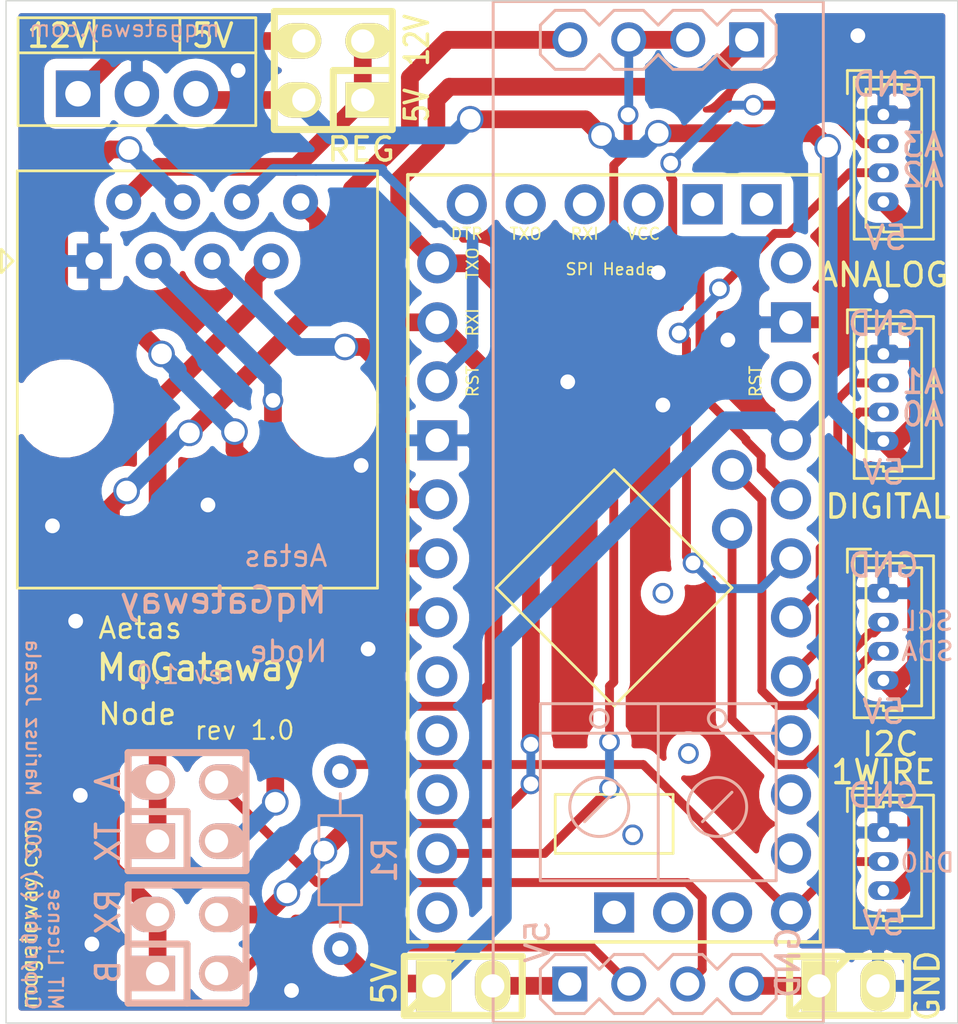
<source format=kicad_pcb>
(kicad_pcb (version 20171130) (host pcbnew 5.1.9-73d0e3b20d~88~ubuntu20.04.1)

  (general
    (thickness 1.6)
    (drawings 15)
    (tracks 277)
    (zones 0)
    (modules 14)
    (nets 42)
  )

  (page A4)
  (layers
    (0 F.Cu signal)
    (31 B.Cu signal)
    (32 B.Adhes user)
    (33 F.Adhes user)
    (34 B.Paste user)
    (35 F.Paste user)
    (36 B.SilkS user)
    (37 F.SilkS user)
    (38 B.Mask user)
    (39 F.Mask user)
    (40 Dwgs.User user)
    (41 Cmts.User user)
    (42 Eco1.User user)
    (43 Eco2.User user)
    (44 Edge.Cuts user)
    (45 Margin user)
    (46 B.CrtYd user)
    (47 F.CrtYd user)
    (48 B.Fab user)
    (49 F.Fab user)
  )

  (setup
    (last_trace_width 0.381)
    (user_trace_width 0.3)
    (user_trace_width 0.381)
    (user_trace_width 0.5)
    (user_trace_width 0.762)
    (trace_clearance 0.2)
    (zone_clearance 0.508)
    (zone_45_only no)
    (trace_min 0.2)
    (via_size 0.889)
    (via_drill 0.635)
    (via_min_size 0.4)
    (via_min_drill 0.3)
    (uvia_size 0.508)
    (uvia_drill 0.127)
    (uvias_allowed no)
    (uvia_min_size 0.2)
    (uvia_min_drill 0.1)
    (edge_width 0.05)
    (segment_width 0.2)
    (pcb_text_width 0.3)
    (pcb_text_size 1.5 1.5)
    (mod_edge_width 0.12)
    (mod_text_size 1 1)
    (mod_text_width 0.15)
    (pad_size 1.524 1.524)
    (pad_drill 0.762)
    (pad_to_mask_clearance 0)
    (aux_axis_origin 92.7 84.7)
    (grid_origin 92.7 84.7)
    (visible_elements FFFFFF7F)
    (pcbplotparams
      (layerselection 0x010fc_ffffffff)
      (usegerberextensions false)
      (usegerberattributes true)
      (usegerberadvancedattributes true)
      (creategerberjobfile true)
      (excludeedgelayer true)
      (linewidth 0.100000)
      (plotframeref false)
      (viasonmask false)
      (mode 1)
      (useauxorigin false)
      (hpglpennumber 1)
      (hpglpenspeed 20)
      (hpglpendiameter 15.000000)
      (psnegative false)
      (psa4output false)
      (plotreference true)
      (plotvalue true)
      (plotinvisibletext false)
      (padsonsilk false)
      (subtractmaskfromsilk true)
      (outputformat 1)
      (mirror false)
      (drillshape 0)
      (scaleselection 1)
      (outputdirectory "GERBER/"))
  )

  (net 0 "")
  (net 1 +12V)
  (net 2 /5V)
  (net 3 /RX_B)
  (net 4 "Net-(J2-Pad2)")
  (net 5 /TX)
  (net 6 "Net-(J3-Pad4)")
  (net 7 /TX_A)
  (net 8 /RX)
  (net 9 GND)
  (net 10 /REQ)
  (net 11 /RES)
  (net 12 /D2)
  (net 13 /RST)
  (net 14 /A3)
  (net 15 /A2)
  (net 16 /A0)
  (net 17 /A1)
  (net 18 /SCL)
  (net 19 /SDA)
  (net 20 "Net-(XA1-PadGND3)")
  (net 21 "Net-(XA1-PadA6)")
  (net 22 "Net-(XA1-PadA7)")
  (net 23 "Net-(XA1-PadD11)")
  (net 24 "Net-(XA1-PadD12)")
  (net 25 "Net-(XA1-PadD13)")
  (net 26 "Net-(XA1-PadRST2)")
  (net 27 "Net-(XA1-PadRAW)")
  (net 28 "Net-(XA1-PadGND4)")
  (net 29 "Net-(XA1-PadVcc2)")
  (net 30 "Net-(XA1-PadRXI)")
  (net 31 "Net-(XA1-PadTXO)")
  (net 32 "Net-(XA1-PadDTR)")
  (net 33 "Net-(XA1-PadD5)")
  (net 34 "Net-(XA1-PadD6)")
  (net 35 "Net-(XA1-PadD7)")
  (net 36 /RS485_DE)
  (net 37 "Net-(XA1-PadD9)")
  (net 38 /12V_IN)
  (net 39 /GND_MAX485)
  (net 40 /5V_MAX485)
  (net 41 /1WIRE)

  (net_class Default "This is the default net class."
    (clearance 0.2)
    (trace_width 0.381)
    (via_dia 0.889)
    (via_drill 0.635)
    (uvia_dia 0.508)
    (uvia_drill 0.127)
    (diff_pair_width 0.2032)
    (diff_pair_gap 0.254)
    (add_net /1WIRE)
    (add_net /A0)
    (add_net /A1)
    (add_net /A2)
    (add_net /A3)
    (add_net /RS485_DE)
    (add_net /RX)
    (add_net /SCL)
    (add_net /SDA)
    (add_net /TX)
    (add_net "Net-(J2-Pad2)")
    (add_net "Net-(J3-Pad4)")
    (add_net "Net-(XA1-PadA6)")
    (add_net "Net-(XA1-PadA7)")
    (add_net "Net-(XA1-PadD11)")
    (add_net "Net-(XA1-PadD12)")
    (add_net "Net-(XA1-PadD13)")
    (add_net "Net-(XA1-PadD5)")
    (add_net "Net-(XA1-PadD6)")
    (add_net "Net-(XA1-PadD7)")
    (add_net "Net-(XA1-PadD9)")
    (add_net "Net-(XA1-PadDTR)")
    (add_net "Net-(XA1-PadGND3)")
    (add_net "Net-(XA1-PadGND4)")
    (add_net "Net-(XA1-PadRAW)")
    (add_net "Net-(XA1-PadRST2)")
    (add_net "Net-(XA1-PadRXI)")
    (add_net "Net-(XA1-PadTXO)")
    (add_net "Net-(XA1-PadVcc2)")
  )

  (net_class PowerWide ""
    (clearance 0.381)
    (trace_width 0.762)
    (via_dia 1.143)
    (via_drill 0.889)
    (uvia_dia 0.889)
    (uvia_drill 0.381)
    (diff_pair_width 0.381)
    (diff_pair_gap 0.4572)
    (add_net +12V)
    (add_net /12V_IN)
    (add_net /5V)
    (add_net /5V_MAX485)
    (add_net /D2)
    (add_net /GND_MAX485)
    (add_net /REQ)
    (add_net /RES)
    (add_net /RX_B)
    (add_net /TX_A)
    (add_net GND)
  )

  (net_class Wider ""
    (clearance 0.25)
    (trace_width 0.5)
    (via_dia 0.9)
    (via_drill 0.8)
    (uvia_dia 0.508)
    (uvia_drill 0.127)
    (diff_pair_width 0.2032)
    (diff_pair_gap 0.254)
    (add_net /RST)
  )

  (module Resistor_THT:R_Axial_DIN0204_L3.6mm_D1.6mm_P7.62mm_Horizontal (layer B.Cu) (tedit 5AE5139B) (tstamp 6085F6D3)
    (at 107.1 125.5 90)
    (descr "Resistor, Axial_DIN0204 series, Axial, Horizontal, pin pitch=7.62mm, 0.167W, length*diameter=3.6*1.6mm^2, http://cdn-reichelt.de/documents/datenblatt/B400/1_4W%23YAG.pdf")
    (tags "Resistor Axial_DIN0204 series Axial Horizontal pin pitch 7.62mm 0.167W length 3.6mm diameter 1.6mm")
    (path /608632BE)
    (fp_text reference R1 (at 3.81 1.92 90) (layer B.SilkS)
      (effects (font (size 1 1) (thickness 0.15)) (justify mirror))
    )
    (fp_text value R (at 3.81 -1.92 90) (layer B.Fab)
      (effects (font (size 1 1) (thickness 0.15)) (justify mirror))
    )
    (fp_line (start 8.57 1.05) (end -0.95 1.05) (layer B.CrtYd) (width 0.05))
    (fp_line (start 8.57 -1.05) (end 8.57 1.05) (layer B.CrtYd) (width 0.05))
    (fp_line (start -0.95 -1.05) (end 8.57 -1.05) (layer B.CrtYd) (width 0.05))
    (fp_line (start -0.95 1.05) (end -0.95 -1.05) (layer B.CrtYd) (width 0.05))
    (fp_line (start 6.68 0) (end 5.73 0) (layer B.SilkS) (width 0.12))
    (fp_line (start 0.94 0) (end 1.89 0) (layer B.SilkS) (width 0.12))
    (fp_line (start 5.73 0.92) (end 1.89 0.92) (layer B.SilkS) (width 0.12))
    (fp_line (start 5.73 -0.92) (end 5.73 0.92) (layer B.SilkS) (width 0.12))
    (fp_line (start 1.89 -0.92) (end 5.73 -0.92) (layer B.SilkS) (width 0.12))
    (fp_line (start 1.89 0.92) (end 1.89 -0.92) (layer B.SilkS) (width 0.12))
    (fp_line (start 7.62 0) (end 5.61 0) (layer B.Fab) (width 0.1))
    (fp_line (start 0 0) (end 2.01 0) (layer B.Fab) (width 0.1))
    (fp_line (start 5.61 0.8) (end 2.01 0.8) (layer B.Fab) (width 0.1))
    (fp_line (start 5.61 -0.8) (end 5.61 0.8) (layer B.Fab) (width 0.1))
    (fp_line (start 2.01 -0.8) (end 5.61 -0.8) (layer B.Fab) (width 0.1))
    (fp_line (start 2.01 0.8) (end 2.01 -0.8) (layer B.Fab) (width 0.1))
    (fp_text user %R (at 3.81 0 90) (layer B.Fab)
      (effects (font (size 0.72 0.72) (thickness 0.108)) (justify mirror))
    )
    (pad 2 thru_hole oval (at 7.62 0 90) (size 1.4 1.4) (drill 0.7) (layers *.Cu *.Mask)
      (net 41 /1WIRE))
    (pad 1 thru_hole circle (at 0 0 90) (size 1.4 1.4) (drill 0.7) (layers *.Cu *.Mask)
      (net 2 /5V))
    (model ${KISYS3DMOD}/Resistor_THT.3dshapes/R_Axial_DIN0204_L3.6mm_D1.6mm_P7.62mm_Horizontal.wrl
      (at (xyz 0 0 0))
      (scale (xyz 1 1 1))
      (rotate (xyz 0 0 0))
    )
  )

  (module w_pin_strip:pin_strip_2x2 (layer F.Cu) (tedit 0) (tstamp 6085FBEF)
    (at 106.8 87.7 90)
    (descr "Pin strip 2x2pin")
    (tags "CONN DEV")
    (path /607C95EF)
    (fp_text reference J1 (at 0 -3.81 90) (layer F.SilkS) hide
      (effects (font (size 1.016 1.016) (thickness 0.2032)))
    )
    (fp_text value Regulator_jumper (at 0 -5.08 90) (layer F.SilkS) hide
      (effects (font (size 1.016 0.889) (thickness 0.2032)))
    )
    (fp_line (start -2.54 -2.54) (end -2.54 2.54) (layer F.SilkS) (width 0.3048))
    (fp_line (start 0 0) (end 0 2.54) (layer F.SilkS) (width 0.3048))
    (fp_line (start -2.54 0) (end 0 0) (layer F.SilkS) (width 0.3048))
    (fp_line (start 2.54 2.54) (end -2.54 2.54) (layer F.SilkS) (width 0.3048))
    (fp_line (start 2.54 -2.54) (end 2.54 2.54) (layer F.SilkS) (width 0.3048))
    (fp_line (start -2.54 -2.54) (end 2.54 -2.54) (layer F.SilkS) (width 0.3048))
    (fp_text user REG (at -3.4 1.2 180) (layer F.SilkS)
      (effects (font (size 1 1) (thickness 0.15)))
    )
    (fp_text user 5V (at -1.5 3.6 90) (layer F.SilkS)
      (effects (font (size 1 0.8) (thickness 0.15)))
    )
    (fp_text user 12V (at 1.3 3.6 90) (layer F.SilkS)
      (effects (font (size 1 0.8) (thickness 0.15)))
    )
    (pad 1 thru_hole rect (at -1.27 1.27 90) (size 1.524 1.99898) (drill 1.00076 (offset 0 0.24892)) (layers *.Cu *.Mask F.SilkS)
      (net 1 +12V))
    (pad 2 thru_hole oval (at -1.27 -1.27 90) (size 1.524 1.99898) (drill 1.00076 (offset 0 -0.24892)) (layers *.Cu *.Mask F.SilkS)
      (net 2 /5V))
    (pad 3 thru_hole oval (at 1.27 1.27 90) (size 1.524 1.99898) (drill 1.00076 (offset 0 0.24892)) (layers *.Cu *.Mask F.SilkS)
      (net 1 +12V))
    (pad 4 thru_hole oval (at 1.27 -1.27 90) (size 1.524 1.99898) (drill 1.00076 (offset 0 -0.24892)) (layers *.Cu *.Mask F.SilkS)
      (net 38 /12V_IN))
    (model walter/pin_strip/pin_strip_2x2.wrl
      (at (xyz 0 0 0))
      (scale (xyz 1 1 1))
      (rotate (xyz 0 0 0))
    )
  )

  (module w_pin_strip:pin_strip_2x2 (layer B.Cu) (tedit 0) (tstamp 6085FBC1)
    (at 100.5 125.3 90)
    (descr "Pin strip 2x2pin")
    (tags "CONN DEV")
    (path /6080F046)
    (fp_text reference J2 (at 0 3.81 -90) (layer B.SilkS) hide
      (effects (font (size 1.016 1.016) (thickness 0.2032)) (justify mirror))
    )
    (fp_text value RX_B_jumper (at 0 5.08 -90) (layer B.SilkS) hide
      (effects (font (size 1.016 0.889) (thickness 0.2032)) (justify mirror))
    )
    (fp_line (start -2.54 2.54) (end -2.54 -2.54) (layer B.SilkS) (width 0.3048))
    (fp_line (start 0 0) (end 0 -2.54) (layer B.SilkS) (width 0.3048))
    (fp_line (start -2.54 0) (end 0 0) (layer B.SilkS) (width 0.3048))
    (fp_line (start 2.54 -2.54) (end -2.54 -2.54) (layer B.SilkS) (width 0.3048))
    (fp_line (start 2.54 2.54) (end 2.54 -2.54) (layer B.SilkS) (width 0.3048))
    (fp_line (start -2.54 2.54) (end 2.54 2.54) (layer B.SilkS) (width 0.3048))
    (fp_text user RX (at 1.4 -3.4 90) (layer B.SilkS)
      (effects (font (size 1 1) (thickness 0.15)) (justify mirror))
    )
    (fp_text user B (at -1.2 -3.4 90) (layer B.SilkS)
      (effects (font (size 1 1) (thickness 0.15)) (justify mirror))
    )
    (pad 1 thru_hole rect (at -1.27 -1.27 90) (size 1.524 1.99898) (drill 1.00076 (offset 0 -0.24892)) (layers *.Cu *.Mask B.SilkS)
      (net 3 /RX_B))
    (pad 2 thru_hole oval (at -1.27 1.27 90) (size 1.524 1.99898) (drill 1.00076 (offset 0 0.24892)) (layers *.Cu *.Mask B.SilkS)
      (net 4 "Net-(J2-Pad2)"))
    (pad 3 thru_hole oval (at 1.27 -1.27 90) (size 1.524 1.99898) (drill 1.00076 (offset 0 -0.24892)) (layers *.Cu *.Mask B.SilkS)
      (net 3 /RX_B))
    (pad 4 thru_hole oval (at 1.27 1.27 90) (size 1.524 1.99898) (drill 1.00076 (offset 0 0.24892)) (layers *.Cu *.Mask B.SilkS)
      (net 5 /TX))
    (model walter/pin_strip/pin_strip_2x2.wrl
      (at (xyz 0 0 0))
      (scale (xyz 1 1 1))
      (rotate (xyz 0 0 0))
    )
  )

  (module w_pin_strip:pin_strip_2x2 (layer B.Cu) (tedit 0) (tstamp 6085FCC6)
    (at 100.5 119.6 90)
    (descr "Pin strip 2x2pin")
    (tags "CONN DEV")
    (path /6080E84F)
    (fp_text reference J3 (at 0 3.81 90) (layer B.SilkS) hide
      (effects (font (size 1.016 1.016) (thickness 0.2032)) (justify mirror))
    )
    (fp_text value TX_A_jumper (at 0 5.08 90) (layer B.SilkS) hide
      (effects (font (size 1.016 0.889) (thickness 0.2032)) (justify mirror))
    )
    (fp_line (start -2.54 2.54) (end -2.54 -2.54) (layer B.SilkS) (width 0.3048))
    (fp_line (start 0 0) (end 0 -2.54) (layer B.SilkS) (width 0.3048))
    (fp_line (start -2.54 0) (end 0 0) (layer B.SilkS) (width 0.3048))
    (fp_line (start 2.54 -2.54) (end -2.54 -2.54) (layer B.SilkS) (width 0.3048))
    (fp_line (start 2.54 2.54) (end 2.54 -2.54) (layer B.SilkS) (width 0.3048))
    (fp_line (start -2.54 2.54) (end 2.54 2.54) (layer B.SilkS) (width 0.3048))
    (fp_text user A (at 1.3 -3.4 90) (layer B.SilkS)
      (effects (font (size 1 1) (thickness 0.15)) (justify mirror))
    )
    (fp_text user TX (at -1.3 -3.4 90) (layer B.SilkS)
      (effects (font (size 1 1) (thickness 0.15)) (justify mirror))
    )
    (pad 1 thru_hole rect (at -1.27 -1.27 90) (size 1.524 1.99898) (drill 1.00076 (offset 0 -0.24892)) (layers *.Cu *.Mask B.SilkS)
      (net 7 /TX_A))
    (pad 2 thru_hole oval (at -1.27 1.27 90) (size 1.524 1.99898) (drill 1.00076 (offset 0 0.24892)) (layers *.Cu *.Mask B.SilkS)
      (net 8 /RX))
    (pad 3 thru_hole oval (at 1.27 -1.27 90) (size 1.524 1.99898) (drill 1.00076 (offset 0 -0.24892)) (layers *.Cu *.Mask B.SilkS)
      (net 7 /TX_A))
    (pad 4 thru_hole oval (at 1.27 1.27 90) (size 1.524 1.99898) (drill 1.00076 (offset 0 0.24892)) (layers *.Cu *.Mask B.SilkS)
      (net 6 "Net-(J3-Pad4)"))
    (model walter/pin_strip/pin_strip_2x2.wrl
      (at (xyz 0 0 0))
      (scale (xyz 1 1 1))
      (rotate (xyz 0 0 0))
    )
  )

  (module Connector_RJ:RJ45_Amphenol_54602-x08_Horizontal (layer F.Cu) (tedit 5B103613) (tstamp 6085FC3C)
    (at 96.5 95.9)
    (descr "8 Pol Shallow Latch Connector, Modjack, RJ45 (https://cdn.amphenol-icc.com/media/wysiwyg/files/drawing/c-bmj-0102.pdf)")
    (tags RJ45)
    (path /60764692)
    (fp_text reference J4 (at 4.445 -5) (layer F.SilkS) hide
      (effects (font (size 1 1) (thickness 0.15)))
    )
    (fp_text value RJ45 (at 4.445 4) (layer F.Fab)
      (effects (font (size 1 1) (thickness 0.15)))
    )
    (fp_line (start 12.6 14.47) (end -3.71 14.47) (layer F.CrtYd) (width 0.05))
    (fp_line (start 12.6 14.47) (end 12.6 -4.27) (layer F.CrtYd) (width 0.05))
    (fp_line (start -3.71 -4.27) (end -3.71 14.47) (layer F.CrtYd) (width 0.05))
    (fp_line (start -3.71 -4.27) (end 12.6 -4.27) (layer F.CrtYd) (width 0.05))
    (fp_line (start -3.315 -3.88) (end -3.315 14.08) (layer F.SilkS) (width 0.12))
    (fp_line (start 12.205 -3.88) (end -3.315 -3.88) (layer F.SilkS) (width 0.12))
    (fp_line (start 12.205 -3.88) (end 12.205 14.08) (layer F.SilkS) (width 0.12))
    (fp_line (start -3.315 14.08) (end 12.205 14.08) (layer F.SilkS) (width 0.12))
    (fp_line (start -3.205 -2.77) (end -2.205 -3.77) (layer F.Fab) (width 0.12))
    (fp_line (start -2.205 -3.77) (end 12.095 -3.77) (layer F.Fab) (width 0.12))
    (fp_line (start 12.095 -3.77) (end 12.095 13.97) (layer F.Fab) (width 0.12))
    (fp_line (start 12.095 13.97) (end -3.205 13.97) (layer F.Fab) (width 0.12))
    (fp_line (start -3.205 13.97) (end -3.205 -2.77) (layer F.Fab) (width 0.12))
    (fp_line (start -3.5 0) (end -4 -0.5) (layer F.SilkS) (width 0.12))
    (fp_line (start -4 -0.5) (end -4 0.5) (layer F.SilkS) (width 0.12))
    (fp_line (start -4 0.5) (end -3.5 0) (layer F.SilkS) (width 0.12))
    (fp_text user %R (at 4.445 2) (layer F.Fab)
      (effects (font (size 1 1) (thickness 0.15)))
    )
    (pad "" np_thru_hole circle (at 10.16 6.35) (size 3.2 3.2) (drill 3.2) (layers *.Cu *.Mask))
    (pad "" np_thru_hole circle (at -1.27 6.35) (size 3.2 3.2) (drill 3.2) (layers *.Cu *.Mask))
    (pad 1 thru_hole rect (at 0 0) (size 1.5 1.5) (drill 0.76) (layers *.Cu *.Mask)
      (net 9 GND))
    (pad 2 thru_hole circle (at 1.27 -2.54) (size 1.5 1.5) (drill 0.76) (layers *.Cu *.Mask)
      (net 1 +12V))
    (pad 3 thru_hole circle (at 2.54 0) (size 1.5 1.5) (drill 0.76) (layers *.Cu *.Mask)
      (net 10 /REQ))
    (pad 4 thru_hole circle (at 3.81 -2.54) (size 1.5 1.5) (drill 0.76) (layers *.Cu *.Mask)
      (net 11 /RES))
    (pad 5 thru_hole circle (at 5.08 0) (size 1.5 1.5) (drill 0.76) (layers *.Cu *.Mask)
      (net 12 /D2))
    (pad 6 thru_hole circle (at 6.35 -2.54) (size 1.5 1.5) (drill 0.76) (layers *.Cu *.Mask)
      (net 13 /RST))
    (pad 7 thru_hole circle (at 7.62 0) (size 1.5 1.5) (drill 0.76) (layers *.Cu *.Mask)
      (net 7 /TX_A))
    (pad 8 thru_hole circle (at 8.89 -2.54) (size 1.5 1.5) (drill 0.76) (layers *.Cu *.Mask)
      (net 3 /RX_B))
    (model ${KISYS3DMOD}/Connector_RJ.3dshapes/RJ45_Amphenol_54602-x08_Horizontal.wrl
      (at (xyz 0 0 0))
      (scale (xyz 1 1 1))
      (rotate (xyz 0 0 0))
    )
  )

  (module w_pin_strip:pin_strip_2 (layer F.Cu) (tedit 0) (tstamp 6085FCF5)
    (at 129 127.1)
    (descr "Pin strip 2pin")
    (tags "CONN DEV")
    (path /6081B0E7)
    (fp_text reference JP1 (at -0.1 -0.2) (layer F.SilkS) hide
      (effects (font (size 1.016 1.016) (thickness 0.2032)))
    )
    (fp_text value RS485_GND_JUMPER (at 0.254 -3.556) (layer F.SilkS) hide
      (effects (font (size 1.016 0.889) (thickness 0.2032)))
    )
    (fp_line (start 2.54 -1.27) (end 2.54 1.27) (layer F.SilkS) (width 0.3048))
    (fp_line (start -2.54 1.27) (end -2.54 -1.27) (layer F.SilkS) (width 0.3048))
    (fp_line (start -2.54 -1.27) (end 2.54 -1.27) (layer F.SilkS) (width 0.3048))
    (fp_line (start 2.54 1.27) (end -2.54 1.27) (layer F.SilkS) (width 0.3048))
    (fp_line (start -2.54 1.27) (end 0 -1.27) (layer F.SilkS) (width 0.3048))
    (fp_text user GND (at 3.4 0 90) (layer F.SilkS)
      (effects (font (size 1 1) (thickness 0.15)))
    )
    (pad 1 thru_hole rect (at -1.27 0) (size 1.524 2.19964) (drill 1.00076) (layers *.Cu *.Mask F.SilkS)
      (net 39 /GND_MAX485))
    (pad 2 thru_hole oval (at 1.27 0) (size 1.524 2.19964) (drill 1.00076) (layers *.Cu *.Mask F.SilkS)
      (net 9 GND))
    (model walter/pin_strip/pin_strip_2.wrl
      (at (xyz 0 0 0))
      (scale (xyz 1 1 1))
      (rotate (xyz 0 0 0))
    )
  )

  (module w_pin_strip:pin_strip_2 (layer F.Cu) (tedit 0) (tstamp 6085FC95)
    (at 112.4 127.1)
    (descr "Pin strip 2pin")
    (tags "CONN DEV")
    (path /6081BFDD)
    (fp_text reference JP2 (at 0.4 2.2) (layer F.SilkS) hide
      (effects (font (size 1.016 1.016) (thickness 0.2032)))
    )
    (fp_text value RS485_5V_JUMPER (at 0.254 -3.556) (layer F.SilkS) hide
      (effects (font (size 1.016 0.889) (thickness 0.2032)))
    )
    (fp_line (start -2.54 1.27) (end 0 -1.27) (layer F.SilkS) (width 0.3048))
    (fp_line (start 2.54 1.27) (end -2.54 1.27) (layer F.SilkS) (width 0.3048))
    (fp_line (start -2.54 -1.27) (end 2.54 -1.27) (layer F.SilkS) (width 0.3048))
    (fp_line (start -2.54 1.27) (end -2.54 -1.27) (layer F.SilkS) (width 0.3048))
    (fp_line (start 2.54 -1.27) (end 2.54 1.27) (layer F.SilkS) (width 0.3048))
    (fp_text user 5V (at -3.4 -0.1 90) (layer F.SilkS)
      (effects (font (size 1 1) (thickness 0.15)))
    )
    (pad 2 thru_hole oval (at 1.27 0) (size 1.524 2.19964) (drill 1.00076) (layers *.Cu *.Mask F.SilkS)
      (net 40 /5V_MAX485))
    (pad 1 thru_hole rect (at -1.27 0) (size 1.524 2.19964) (drill 1.00076) (layers *.Cu *.Mask F.SilkS)
      (net 2 /5V))
    (model walter/pin_strip/pin_strip_2.wrl
      (at (xyz 0 0 0))
      (scale (xyz 1 1 1))
      (rotate (xyz 0 0 0))
    )
  )

  (module Connector_Molex:Molex_PicoBlade_53047-0410_1x04_P1.25mm_Vertical (layer F.Cu) (tedit 5B783167) (tstamp 6085F668)
    (at 130.5 89.6 270)
    (descr "Molex PicoBlade Connector System, 53047-0410, 4 Pins per row (http://www.molex.com/pdm_docs/sd/530470610_sd.pdf), generated with kicad-footprint-generator")
    (tags "connector Molex PicoBlade side entry")
    (path /60769AB1)
    (fp_text reference OUT1 (at 1.88 -3.25 90) (layer F.SilkS) hide
      (effects (font (size 1 1) (thickness 0.15)))
    )
    (fp_text value ANALOG (at 6.9 0 180) (layer F.SilkS)
      (effects (font (size 1 1) (thickness 0.15)))
    )
    (fp_line (start 5.75 -2.55) (end -2 -2.55) (layer F.CrtYd) (width 0.05))
    (fp_line (start 5.75 1.65) (end 5.75 -2.55) (layer F.CrtYd) (width 0.05))
    (fp_line (start -2 1.65) (end 5.75 1.65) (layer F.CrtYd) (width 0.05))
    (fp_line (start -2 -2.55) (end -2 1.65) (layer F.CrtYd) (width 0.05))
    (fp_line (start 0 0.442893) (end 0.5 1.15) (layer F.Fab) (width 0.1))
    (fp_line (start -0.5 1.15) (end 0 0.442893) (layer F.Fab) (width 0.1))
    (fp_line (start -1.9 1.55) (end -0.9 1.55) (layer F.SilkS) (width 0.12))
    (fp_line (start -1.9 1.55) (end -1.9 0.55) (layer F.SilkS) (width 0.12))
    (fp_line (start 4.85 -1.65) (end 1.875 -1.65) (layer F.SilkS) (width 0.12))
    (fp_line (start 4.85 -0.8) (end 4.85 -1.65) (layer F.SilkS) (width 0.12))
    (fp_line (start 5.05 -0.8) (end 4.85 -0.8) (layer F.SilkS) (width 0.12))
    (fp_line (start 5.05 0) (end 5.05 -0.8) (layer F.SilkS) (width 0.12))
    (fp_line (start 4.85 0) (end 5.05 0) (layer F.SilkS) (width 0.12))
    (fp_line (start 4.85 0.75) (end 4.85 0) (layer F.SilkS) (width 0.12))
    (fp_line (start 1.875 0.75) (end 4.85 0.75) (layer F.SilkS) (width 0.12))
    (fp_line (start -1.1 -1.65) (end 1.875 -1.65) (layer F.SilkS) (width 0.12))
    (fp_line (start -1.1 -0.8) (end -1.1 -1.65) (layer F.SilkS) (width 0.12))
    (fp_line (start -1.3 -0.8) (end -1.1 -0.8) (layer F.SilkS) (width 0.12))
    (fp_line (start -1.3 0) (end -1.3 -0.8) (layer F.SilkS) (width 0.12))
    (fp_line (start -1.1 0) (end -1.3 0) (layer F.SilkS) (width 0.12))
    (fp_line (start -1.1 0.75) (end -1.1 0) (layer F.SilkS) (width 0.12))
    (fp_line (start 1.875 0.75) (end -1.1 0.75) (layer F.SilkS) (width 0.12))
    (fp_line (start 5.36 -2.16) (end -1.61 -2.16) (layer F.SilkS) (width 0.12))
    (fp_line (start 5.36 1.26) (end 5.36 -2.16) (layer F.SilkS) (width 0.12))
    (fp_line (start -1.61 1.26) (end 5.36 1.26) (layer F.SilkS) (width 0.12))
    (fp_line (start -1.61 -2.16) (end -1.61 1.26) (layer F.SilkS) (width 0.12))
    (fp_line (start 5.25 -2.05) (end -1.5 -2.05) (layer F.Fab) (width 0.1))
    (fp_line (start 5.25 1.15) (end 5.25 -2.05) (layer F.Fab) (width 0.1))
    (fp_line (start -1.5 1.15) (end 5.25 1.15) (layer F.Fab) (width 0.1))
    (fp_line (start -1.5 -2.05) (end -1.5 1.15) (layer F.Fab) (width 0.1))
    (fp_text user %R (at 1.88 -1.35 90) (layer F.Fab) hide
      (effects (font (size 1 1) (thickness 0.15)))
    )
    (fp_text user GND (at -1.3 -0.2) (layer B.SilkS)
      (effects (font (size 1 1) (thickness 0.15)) (justify mirror))
    )
    (fp_text user 5V (at 5.3 -0.1) (layer B.SilkS)
      (effects (font (size 1 1) (thickness 0.15)) (justify mirror))
    )
    (fp_text user A2 (at 2.6 -1.7) (layer B.SilkS)
      (effects (font (size 1 1) (thickness 0.15)) (justify mirror))
    )
    (fp_text user A3 (at 1.3 -1.7) (layer B.SilkS)
      (effects (font (size 1 1) (thickness 0.15)) (justify mirror))
    )
    (pad 1 thru_hole roundrect (at 0 0 270) (size 0.8 1.3) (drill 0.5) (layers *.Cu *.Mask) (roundrect_rratio 0.25)
      (net 9 GND))
    (pad 2 thru_hole oval (at 1.25 0 270) (size 0.8 1.3) (drill 0.5) (layers *.Cu *.Mask)
      (net 14 /A3))
    (pad 3 thru_hole oval (at 2.5 0 270) (size 0.8 1.3) (drill 0.5) (layers *.Cu *.Mask)
      (net 15 /A2))
    (pad 4 thru_hole oval (at 3.75 0 270) (size 0.8 1.3) (drill 0.5) (layers *.Cu *.Mask)
      (net 2 /5V))
    (model ${KISYS3DMOD}/Connector_Molex.3dshapes/Molex_PicoBlade_53047-0410_1x04_P1.25mm_Vertical.wrl
      (at (xyz 0 0 0))
      (scale (xyz 1 1 1))
      (rotate (xyz 0 0 0))
    )
  )

  (module Connector_Molex:Molex_PicoBlade_53047-0410_1x04_P1.25mm_Vertical (layer F.Cu) (tedit 5B783167) (tstamp 6085F9B3)
    (at 130.5 99.9 270)
    (descr "Molex PicoBlade Connector System, 53047-0410, 4 Pins per row (http://www.molex.com/pdm_docs/sd/530470610_sd.pdf), generated with kicad-footprint-generator")
    (tags "connector Molex PicoBlade side entry")
    (path /6076A2D6)
    (fp_text reference OUT2 (at 1.88 -3.25 90) (layer F.SilkS) hide
      (effects (font (size 1 1) (thickness 0.15)))
    )
    (fp_text value DIGITAL (at 6.566667 -0.2 180) (layer F.SilkS)
      (effects (font (size 1 1) (thickness 0.15)))
    )
    (fp_line (start -1.5 -2.05) (end -1.5 1.15) (layer F.Fab) (width 0.1))
    (fp_line (start -1.5 1.15) (end 5.25 1.15) (layer F.Fab) (width 0.1))
    (fp_line (start 5.25 1.15) (end 5.25 -2.05) (layer F.Fab) (width 0.1))
    (fp_line (start 5.25 -2.05) (end -1.5 -2.05) (layer F.Fab) (width 0.1))
    (fp_line (start -1.61 -2.16) (end -1.61 1.26) (layer F.SilkS) (width 0.12))
    (fp_line (start -1.61 1.26) (end 5.36 1.26) (layer F.SilkS) (width 0.12))
    (fp_line (start 5.36 1.26) (end 5.36 -2.16) (layer F.SilkS) (width 0.12))
    (fp_line (start 5.36 -2.16) (end -1.61 -2.16) (layer F.SilkS) (width 0.12))
    (fp_line (start 1.875 0.75) (end -1.1 0.75) (layer F.SilkS) (width 0.12))
    (fp_line (start -1.1 0.75) (end -1.1 0) (layer F.SilkS) (width 0.12))
    (fp_line (start -1.1 0) (end -1.3 0) (layer F.SilkS) (width 0.12))
    (fp_line (start -1.3 0) (end -1.3 -0.8) (layer F.SilkS) (width 0.12))
    (fp_line (start -1.3 -0.8) (end -1.1 -0.8) (layer F.SilkS) (width 0.12))
    (fp_line (start -1.1 -0.8) (end -1.1 -1.65) (layer F.SilkS) (width 0.12))
    (fp_line (start -1.1 -1.65) (end 1.875 -1.65) (layer F.SilkS) (width 0.12))
    (fp_line (start 1.875 0.75) (end 4.85 0.75) (layer F.SilkS) (width 0.12))
    (fp_line (start 4.85 0.75) (end 4.85 0) (layer F.SilkS) (width 0.12))
    (fp_line (start 4.85 0) (end 5.05 0) (layer F.SilkS) (width 0.12))
    (fp_line (start 5.05 0) (end 5.05 -0.8) (layer F.SilkS) (width 0.12))
    (fp_line (start 5.05 -0.8) (end 4.85 -0.8) (layer F.SilkS) (width 0.12))
    (fp_line (start 4.85 -0.8) (end 4.85 -1.65) (layer F.SilkS) (width 0.12))
    (fp_line (start 4.85 -1.65) (end 1.875 -1.65) (layer F.SilkS) (width 0.12))
    (fp_line (start -1.9 1.55) (end -1.9 0.55) (layer F.SilkS) (width 0.12))
    (fp_line (start -1.9 1.55) (end -0.9 1.55) (layer F.SilkS) (width 0.12))
    (fp_line (start -0.5 1.15) (end 0 0.442893) (layer F.Fab) (width 0.1))
    (fp_line (start 0 0.442893) (end 0.5 1.15) (layer F.Fab) (width 0.1))
    (fp_line (start -2 -2.55) (end -2 1.65) (layer F.CrtYd) (width 0.05))
    (fp_line (start -2 1.65) (end 5.75 1.65) (layer F.CrtYd) (width 0.05))
    (fp_line (start 5.75 1.65) (end 5.75 -2.55) (layer F.CrtYd) (width 0.05))
    (fp_line (start 5.75 -2.55) (end -2 -2.55) (layer F.CrtYd) (width 0.05))
    (fp_text user %R (at 1.88 -1.35 90) (layer F.Fab) hide
      (effects (font (size 1 1) (thickness 0.15)))
    )
    (fp_text user 5V (at 5.1 0 180) (layer B.SilkS)
      (effects (font (size 1 1) (thickness 0.15)) (justify mirror))
    )
    (fp_text user GND (at -1.3 0) (layer B.SilkS)
      (effects (font (size 1 1) (thickness 0.15)) (justify mirror))
    )
    (fp_text user A0 (at 2.6 -1.7) (layer B.SilkS)
      (effects (font (size 1 1) (thickness 0.15)) (justify mirror))
    )
    (fp_text user A1 (at 1.2 -1.7) (layer B.SilkS)
      (effects (font (size 1 1) (thickness 0.15)) (justify mirror))
    )
    (pad 4 thru_hole oval (at 3.75 0 270) (size 0.8 1.3) (drill 0.5) (layers *.Cu *.Mask)
      (net 2 /5V))
    (pad 3 thru_hole oval (at 2.5 0 270) (size 0.8 1.3) (drill 0.5) (layers *.Cu *.Mask)
      (net 16 /A0))
    (pad 2 thru_hole oval (at 1.25 0 270) (size 0.8 1.3) (drill 0.5) (layers *.Cu *.Mask)
      (net 17 /A1))
    (pad 1 thru_hole roundrect (at 0 0 270) (size 0.8 1.3) (drill 0.5) (layers *.Cu *.Mask) (roundrect_rratio 0.25)
      (net 9 GND))
    (model ${KISYS3DMOD}/Connector_Molex.3dshapes/Molex_PicoBlade_53047-0410_1x04_P1.25mm_Vertical.wrl
      (at (xyz 0 0 0))
      (scale (xyz 1 1 1))
      (rotate (xyz 0 0 0))
    )
  )

  (module Connector_Molex:Molex_PicoBlade_53047-0410_1x04_P1.25mm_Vertical (layer F.Cu) (tedit 5B783167) (tstamp 6085F917)
    (at 130.5 110.2 270)
    (descr "Molex PicoBlade Connector System, 53047-0410, 4 Pins per row (http://www.molex.com/pdm_docs/sd/530470610_sd.pdf), generated with kicad-footprint-generator")
    (tags "connector Molex PicoBlade side entry")
    (path /6076A685)
    (fp_text reference OUT3 (at 1.88 -3.25 90) (layer F.SilkS) hide
      (effects (font (size 1 1) (thickness 0.15)))
    )
    (fp_text value I2C (at 6.5 -0.3 180) (layer F.SilkS)
      (effects (font (size 1 1) (thickness 0.15)))
    )
    (fp_line (start 5.75 -2.55) (end -2 -2.55) (layer F.CrtYd) (width 0.05))
    (fp_line (start 5.75 1.65) (end 5.75 -2.55) (layer F.CrtYd) (width 0.05))
    (fp_line (start -2 1.65) (end 5.75 1.65) (layer F.CrtYd) (width 0.05))
    (fp_line (start -2 -2.55) (end -2 1.65) (layer F.CrtYd) (width 0.05))
    (fp_line (start 0 0.442893) (end 0.5 1.15) (layer F.Fab) (width 0.1))
    (fp_line (start -0.5 1.15) (end 0 0.442893) (layer F.Fab) (width 0.1))
    (fp_line (start -1.9 1.55) (end -0.9 1.55) (layer F.SilkS) (width 0.12))
    (fp_line (start -1.9 1.55) (end -1.9 0.55) (layer F.SilkS) (width 0.12))
    (fp_line (start 4.85 -1.65) (end 1.875 -1.65) (layer F.SilkS) (width 0.12))
    (fp_line (start 4.85 -0.8) (end 4.85 -1.65) (layer F.SilkS) (width 0.12))
    (fp_line (start 5.05 -0.8) (end 4.85 -0.8) (layer F.SilkS) (width 0.12))
    (fp_line (start 5.05 0) (end 5.05 -0.8) (layer F.SilkS) (width 0.12))
    (fp_line (start 4.85 0) (end 5.05 0) (layer F.SilkS) (width 0.12))
    (fp_line (start 4.85 0.75) (end 4.85 0) (layer F.SilkS) (width 0.12))
    (fp_line (start 1.875 0.75) (end 4.85 0.75) (layer F.SilkS) (width 0.12))
    (fp_line (start -1.1 -1.65) (end 1.875 -1.65) (layer F.SilkS) (width 0.12))
    (fp_line (start -1.1 -0.8) (end -1.1 -1.65) (layer F.SilkS) (width 0.12))
    (fp_line (start -1.3 -0.8) (end -1.1 -0.8) (layer F.SilkS) (width 0.12))
    (fp_line (start -1.3 0) (end -1.3 -0.8) (layer F.SilkS) (width 0.12))
    (fp_line (start -1.1 0) (end -1.3 0) (layer F.SilkS) (width 0.12))
    (fp_line (start -1.1 0.75) (end -1.1 0) (layer F.SilkS) (width 0.12))
    (fp_line (start 1.875 0.75) (end -1.1 0.75) (layer F.SilkS) (width 0.12))
    (fp_line (start 5.36 -2.16) (end -1.61 -2.16) (layer F.SilkS) (width 0.12))
    (fp_line (start 5.36 1.26) (end 5.36 -2.16) (layer F.SilkS) (width 0.12))
    (fp_line (start -1.61 1.26) (end 5.36 1.26) (layer F.SilkS) (width 0.12))
    (fp_line (start -1.61 -2.16) (end -1.61 1.26) (layer F.SilkS) (width 0.12))
    (fp_line (start 5.25 -2.05) (end -1.5 -2.05) (layer F.Fab) (width 0.1))
    (fp_line (start 5.25 1.15) (end 5.25 -2.05) (layer F.Fab) (width 0.1))
    (fp_line (start -1.5 1.15) (end 5.25 1.15) (layer F.Fab) (width 0.1))
    (fp_line (start -1.5 -2.05) (end -1.5 1.15) (layer F.Fab) (width 0.1))
    (fp_text user %R (at 1.88 -1.35 90) (layer F.Fab) hide
      (effects (font (size 1 1) (thickness 0.15)))
    )
    (fp_text user 5V (at 5.1 0 180) (layer B.SilkS)
      (effects (font (size 1 1) (thickness 0.15)) (justify mirror))
    )
    (fp_text user GND (at -1.2 0 180) (layer B.SilkS)
      (effects (font (size 1 1) (thickness 0.15)) (justify mirror))
    )
    (fp_text user SDA (at 2.5 -1.9) (layer B.SilkS)
      (effects (font (size 0.8 0.8) (thickness 0.12)) (justify mirror))
    )
    (fp_text user SCL (at 1.2 -1.9) (layer B.SilkS)
      (effects (font (size 0.8 0.8) (thickness 0.12)) (justify mirror))
    )
    (pad 1 thru_hole roundrect (at 0 0 270) (size 0.8 1.3) (drill 0.5) (layers *.Cu *.Mask) (roundrect_rratio 0.25)
      (net 9 GND))
    (pad 2 thru_hole oval (at 1.25 0 270) (size 0.8 1.3) (drill 0.5) (layers *.Cu *.Mask)
      (net 18 /SCL))
    (pad 3 thru_hole oval (at 2.5 0 270) (size 0.8 1.3) (drill 0.5) (layers *.Cu *.Mask)
      (net 19 /SDA))
    (pad 4 thru_hole oval (at 3.75 0 270) (size 0.8 1.3) (drill 0.5) (layers *.Cu *.Mask)
      (net 2 /5V))
    (model ${KISYS3DMOD}/Connector_Molex.3dshapes/Molex_PicoBlade_53047-0410_1x04_P1.25mm_Vertical.wrl
      (at (xyz 0 0 0))
      (scale (xyz 1 1 1))
      (rotate (xyz 0 0 0))
    )
  )

  (module Connector_Molex:Molex_PicoBlade_53047-0310_1x03_P1.25mm_Vertical (layer F.Cu) (tedit 5B783167) (tstamp 6085F844)
    (at 130.5 120.5 270)
    (descr "Molex PicoBlade Connector System, 53047-0310, 3 Pins per row (http://www.molex.com/pdm_docs/sd/530470610_sd.pdf), generated with kicad-footprint-generator")
    (tags "connector Molex PicoBlade side entry")
    (path /6076B2BB)
    (fp_text reference OUT4 (at 1.25 -3.25 90) (layer F.SilkS) hide
      (effects (font (size 1 1) (thickness 0.15)))
    )
    (fp_text value 1WIRE (at -2.6 0 180) (layer F.SilkS)
      (effects (font (size 1 1) (thickness 0.15)))
    )
    (fp_line (start 4.5 -2.55) (end -2 -2.55) (layer F.CrtYd) (width 0.05))
    (fp_line (start 4.5 1.65) (end 4.5 -2.55) (layer F.CrtYd) (width 0.05))
    (fp_line (start -2 1.65) (end 4.5 1.65) (layer F.CrtYd) (width 0.05))
    (fp_line (start -2 -2.55) (end -2 1.65) (layer F.CrtYd) (width 0.05))
    (fp_line (start 0 0.442893) (end 0.5 1.15) (layer F.Fab) (width 0.1))
    (fp_line (start -0.5 1.15) (end 0 0.442893) (layer F.Fab) (width 0.1))
    (fp_line (start -1.9 1.55) (end -0.9 1.55) (layer F.SilkS) (width 0.12))
    (fp_line (start -1.9 1.55) (end -1.9 0.55) (layer F.SilkS) (width 0.12))
    (fp_line (start 3.6 -1.65) (end 1.25 -1.65) (layer F.SilkS) (width 0.12))
    (fp_line (start 3.6 -0.8) (end 3.6 -1.65) (layer F.SilkS) (width 0.12))
    (fp_line (start 3.8 -0.8) (end 3.6 -0.8) (layer F.SilkS) (width 0.12))
    (fp_line (start 3.8 0) (end 3.8 -0.8) (layer F.SilkS) (width 0.12))
    (fp_line (start 3.6 0) (end 3.8 0) (layer F.SilkS) (width 0.12))
    (fp_line (start 3.6 0.75) (end 3.6 0) (layer F.SilkS) (width 0.12))
    (fp_line (start 1.25 0.75) (end 3.6 0.75) (layer F.SilkS) (width 0.12))
    (fp_line (start -1.1 -1.65) (end 1.25 -1.65) (layer F.SilkS) (width 0.12))
    (fp_line (start -1.1 -0.8) (end -1.1 -1.65) (layer F.SilkS) (width 0.12))
    (fp_line (start -1.3 -0.8) (end -1.1 -0.8) (layer F.SilkS) (width 0.12))
    (fp_line (start -1.3 0) (end -1.3 -0.8) (layer F.SilkS) (width 0.12))
    (fp_line (start -1.1 0) (end -1.3 0) (layer F.SilkS) (width 0.12))
    (fp_line (start -1.1 0.75) (end -1.1 0) (layer F.SilkS) (width 0.12))
    (fp_line (start 1.25 0.75) (end -1.1 0.75) (layer F.SilkS) (width 0.12))
    (fp_line (start 4.11 -2.16) (end -1.61 -2.16) (layer F.SilkS) (width 0.12))
    (fp_line (start 4.11 1.26) (end 4.11 -2.16) (layer F.SilkS) (width 0.12))
    (fp_line (start -1.61 1.26) (end 4.11 1.26) (layer F.SilkS) (width 0.12))
    (fp_line (start -1.61 -2.16) (end -1.61 1.26) (layer F.SilkS) (width 0.12))
    (fp_line (start 4 -2.05) (end -1.5 -2.05) (layer F.Fab) (width 0.1))
    (fp_line (start 4 1.15) (end 4 -2.05) (layer F.Fab) (width 0.1))
    (fp_line (start -1.5 1.15) (end 4 1.15) (layer F.Fab) (width 0.1))
    (fp_line (start -1.5 -2.05) (end -1.5 1.15) (layer F.Fab) (width 0.1))
    (fp_text user %V (at 1.25 -1.35 90) (layer F.Fab) hide
      (effects (font (size 1 1) (thickness 0.15)))
    )
    (fp_text user GND (at -1.6 0) (layer B.SilkS)
      (effects (font (size 1 1) (thickness 0.15)) (justify mirror))
    )
    (fp_text user 5V (at 3.9 0) (layer B.SilkS)
      (effects (font (size 1 1) (thickness 0.15)) (justify mirror))
    )
    (fp_text user D10 (at 1.3 -1.9) (layer B.SilkS)
      (effects (font (size 0.8 0.8) (thickness 0.12)) (justify mirror))
    )
    (pad 1 thru_hole roundrect (at 0 0 270) (size 0.8 1.3) (drill 0.5) (layers *.Cu *.Mask) (roundrect_rratio 0.25)
      (net 9 GND))
    (pad 2 thru_hole oval (at 1.25 0 270) (size 0.8 1.3) (drill 0.5) (layers *.Cu *.Mask)
      (net 41 /1WIRE))
    (pad 3 thru_hole oval (at 2.5 0 270) (size 0.8 1.3) (drill 0.5) (layers *.Cu *.Mask)
      (net 2 /5V))
    (model ${KISYS3DMOD}/Connector_Molex.3dshapes/Molex_PicoBlade_53047-0310_1x03_P1.25mm_Vertical.wrl
      (at (xyz 0 0 0))
      (scale (xyz 1 1 1))
      (rotate (xyz 0 0 0))
    )
  )

  (module diy-modules:RS485-TTL-CONVERTER (layer B.Cu) (tedit 0) (tstamp 6085F776)
    (at 120.8 106.7 270)
    (descr "<b>RS485 to TTL converter</b> based on <b>MAX485</b> chip")
    (path /6075C9FD)
    (fp_text reference U1 (at 0 8.255 270) (layer B.SilkS) hide
      (effects (font (size 1.2065 1.2065) (thickness 0.1016)) (justify bottom mirror))
    )
    (fp_text value MAX485E (at 0 -8.255 270) (layer B.Fab)
      (effects (font (size 1.2065 1.2065) (thickness 0.1016)) (justify top mirror))
    )
    (fp_line (start -21.971 7.112) (end 21.971 7.112) (layer B.SilkS) (width 0.127))
    (fp_line (start 21.971 7.112) (end 21.971 -7.112) (layer B.SilkS) (width 0.127))
    (fp_line (start 21.971 -7.112) (end -21.971 -7.112) (layer B.SilkS) (width 0.127))
    (fp_line (start -21.971 -7.112) (end -21.971 7.112) (layer B.SilkS) (width 0.127))
    (fp_line (start 15.875 -5.08) (end 9.525 -5.08) (layer B.SilkS) (width 0.127))
    (fp_line (start 9.525 -5.08) (end 8.255 -5.08) (layer B.SilkS) (width 0.127))
    (fp_line (start 8.255 -5.08) (end 8.255 0) (layer B.SilkS) (width 0.127))
    (fp_line (start 8.255 0) (end 8.255 5.08) (layer B.SilkS) (width 0.127))
    (fp_line (start 8.255 5.08) (end 9.525 5.08) (layer B.SilkS) (width 0.127))
    (fp_line (start 9.525 5.08) (end 15.875 5.08) (layer B.SilkS) (width 0.127))
    (fp_line (start 15.875 5.08) (end 15.875 0) (layer B.SilkS) (width 0.127))
    (fp_line (start 15.875 0) (end 15.875 -5.08) (layer B.SilkS) (width 0.127))
    (fp_line (start 8.255 0) (end 15.875 0) (layer B.SilkS) (width 0.127))
    (fp_circle (center 12.7 -2.54) (end 13.97 -2.54) (layer B.SilkS) (width 0.127))
    (fp_circle (center 12.7 2.54) (end 13.97 2.54) (layer B.SilkS) (width 0.127))
    (fp_circle (center 8.89 -2.54) (end 9.271 -2.54) (layer B.SilkS) (width 0.127))
    (fp_circle (center 8.89 2.54) (end 9.271 2.54) (layer B.SilkS) (width 0.127))
    (fp_line (start 9.525 -5.08) (end 9.525 5.08) (layer B.SilkS) (width 0.127))
    (fp_line (start 12.065 -3.175) (end 13.335 -1.905) (layer B.SilkS) (width 0.127))
    (fp_line (start 12.065 1.905) (end 13.335 3.175) (layer B.SilkS) (width 0.127))
    (fp_line (start -21.59 4.445) (end -20.955 5.08) (layer B.SilkS) (width 0.127))
    (fp_line (start -20.955 5.08) (end -19.685 5.08) (layer B.SilkS) (width 0.127))
    (fp_line (start -19.685 5.08) (end -19.05 4.445) (layer B.SilkS) (width 0.127))
    (fp_line (start -19.05 4.445) (end -19.05 3.175) (layer B.SilkS) (width 0.127))
    (fp_line (start -19.05 3.175) (end -19.685 2.54) (layer B.SilkS) (width 0.127))
    (fp_line (start -19.685 2.54) (end -19.05 1.905) (layer B.SilkS) (width 0.127))
    (fp_line (start -19.05 1.905) (end -19.05 0.635) (layer B.SilkS) (width 0.127))
    (fp_line (start -19.05 0.635) (end -19.685 0) (layer B.SilkS) (width 0.127))
    (fp_line (start -19.685 0) (end -19.05 -0.635) (layer B.SilkS) (width 0.127))
    (fp_line (start -19.05 -0.635) (end -19.05 -1.905) (layer B.SilkS) (width 0.127))
    (fp_line (start -19.05 -1.905) (end -19.685 -2.54) (layer B.SilkS) (width 0.127))
    (fp_line (start -19.685 -2.54) (end -19.05 -3.175) (layer B.SilkS) (width 0.127))
    (fp_line (start -19.05 -3.175) (end -19.05 -4.445) (layer B.SilkS) (width 0.127))
    (fp_line (start -19.05 -4.445) (end -19.685 -5.08) (layer B.SilkS) (width 0.127))
    (fp_line (start -19.685 -5.08) (end -20.955 -5.08) (layer B.SilkS) (width 0.127))
    (fp_line (start -20.955 -5.08) (end -21.59 -4.445) (layer B.SilkS) (width 0.127))
    (fp_line (start -21.59 -4.445) (end -21.59 -3.175) (layer B.SilkS) (width 0.127))
    (fp_line (start -21.59 -3.175) (end -20.955 -2.54) (layer B.SilkS) (width 0.127))
    (fp_line (start -20.955 -2.54) (end -21.59 -1.905) (layer B.SilkS) (width 0.127))
    (fp_line (start -21.59 -1.905) (end -21.59 -0.635) (layer B.SilkS) (width 0.127))
    (fp_line (start -21.59 -0.635) (end -20.955 0) (layer B.SilkS) (width 0.127))
    (fp_line (start -20.955 0) (end -21.59 0.635) (layer B.SilkS) (width 0.127))
    (fp_line (start -21.59 0.635) (end -21.59 1.905) (layer B.SilkS) (width 0.127))
    (fp_line (start -21.59 1.905) (end -20.955 2.54) (layer B.SilkS) (width 0.127))
    (fp_line (start -20.955 2.54) (end -21.59 3.175) (layer B.SilkS) (width 0.127))
    (fp_line (start -21.59 3.175) (end -21.59 4.445) (layer B.SilkS) (width 0.127))
    (fp_line (start 21.59 -4.445) (end 20.955 -5.08) (layer B.SilkS) (width 0.127))
    (fp_line (start 20.955 -5.08) (end 19.685 -5.08) (layer B.SilkS) (width 0.127))
    (fp_line (start 19.685 -5.08) (end 19.05 -4.445) (layer B.SilkS) (width 0.127))
    (fp_line (start 19.05 -4.445) (end 19.05 -3.175) (layer B.SilkS) (width 0.127))
    (fp_line (start 19.05 -3.175) (end 19.685 -2.54) (layer B.SilkS) (width 0.127))
    (fp_line (start 19.685 -2.54) (end 19.05 -1.905) (layer B.SilkS) (width 0.127))
    (fp_line (start 19.05 -1.905) (end 19.05 -0.635) (layer B.SilkS) (width 0.127))
    (fp_line (start 19.05 -0.635) (end 19.685 0) (layer B.SilkS) (width 0.127))
    (fp_line (start 19.685 0) (end 19.05 0.635) (layer B.SilkS) (width 0.127))
    (fp_line (start 19.05 0.635) (end 19.05 1.905) (layer B.SilkS) (width 0.127))
    (fp_line (start 19.05 1.905) (end 19.685 2.54) (layer B.SilkS) (width 0.127))
    (fp_line (start 19.685 2.54) (end 19.05 3.175) (layer B.SilkS) (width 0.127))
    (fp_line (start 19.05 3.175) (end 19.05 4.445) (layer B.SilkS) (width 0.127))
    (fp_line (start 19.05 4.445) (end 19.685 5.08) (layer B.SilkS) (width 0.127))
    (fp_line (start 19.685 5.08) (end 20.955 5.08) (layer B.SilkS) (width 0.127))
    (fp_line (start 20.955 5.08) (end 21.59 4.445) (layer B.SilkS) (width 0.127))
    (fp_line (start 21.59 4.445) (end 21.59 3.175) (layer B.SilkS) (width 0.127))
    (fp_line (start 21.59 3.175) (end 20.955 2.54) (layer B.SilkS) (width 0.127))
    (fp_line (start 20.955 2.54) (end 21.59 1.905) (layer B.SilkS) (width 0.127))
    (fp_line (start 21.59 1.905) (end 21.59 0.635) (layer B.SilkS) (width 0.127))
    (fp_line (start 21.59 0.635) (end 20.955 0) (layer B.SilkS) (width 0.127))
    (fp_line (start 20.955 0) (end 21.59 -0.635) (layer B.SilkS) (width 0.127))
    (fp_line (start 21.59 -0.635) (end 21.59 -1.905) (layer B.SilkS) (width 0.127))
    (fp_line (start 21.59 -1.905) (end 20.955 -2.54) (layer B.SilkS) (width 0.127))
    (fp_line (start 20.955 -2.54) (end 21.59 -3.175) (layer B.SilkS) (width 0.127))
    (fp_line (start 21.59 -3.175) (end 21.59 -4.445) (layer B.SilkS) (width 0.127))
    (fp_text user 5V (at 18.5 5.2 270) (layer B.SilkS)
      (effects (font (size 1 1) (thickness 0.15)) (justify mirror))
    )
    (fp_text user GND (at 19.4 -5.6 270) (layer B.SilkS)
      (effects (font (size 1 1) (thickness 0.15)) (justify mirror))
    )
    (pad J1.1 thru_hole rect (at -20.32 -3.81 270) (size 1.508 1.508) (drill 1) (layers *.Cu *.Mask)
      (net 5 /TX) (solder_mask_margin 0.1016))
    (pad J1.2 thru_hole circle (at -20.32 -1.27 270) (size 1.508 1.508) (drill 1) (layers *.Cu *.Mask)
      (net 36 /RS485_DE) (solder_mask_margin 0.1016))
    (pad J1.3 thru_hole circle (at -20.32 1.27 270) (size 1.508 1.508) (drill 1) (layers *.Cu *.Mask)
      (net 36 /RS485_DE) (solder_mask_margin 0.1016))
    (pad J1.4 thru_hole circle (at -20.32 3.81 270) (size 1.508 1.508) (drill 1) (layers *.Cu *.Mask)
      (net 8 /RX) (solder_mask_margin 0.1016))
    (pad J2.1 thru_hole rect (at 20.32 3.81 90) (size 1.508 1.508) (drill 1) (layers *.Cu *.Mask)
      (net 40 /5V_MAX485) (solder_mask_margin 0.1016))
    (pad J2.2 thru_hole circle (at 20.32 1.27 90) (size 1.508 1.508) (drill 1) (layers *.Cu *.Mask)
      (net 4 "Net-(J2-Pad2)") (solder_mask_margin 0.1016))
    (pad J2.3 thru_hole circle (at 20.32 -1.27 90) (size 1.508 1.508) (drill 1) (layers *.Cu *.Mask)
      (net 6 "Net-(J3-Pad4)") (solder_mask_margin 0.1016))
    (pad J2.4 thru_hole circle (at 20.32 -3.81 90) (size 1.508 1.508) (drill 1) (layers *.Cu *.Mask)
      (net 39 /GND_MAX485) (solder_mask_margin 0.1016))
  )

  (module Package_TO_SOT_THT:TO-220-3_Vertical (layer F.Cu) (tedit 5AC8BA0D) (tstamp 6085FB79)
    (at 95.8 88.7)
    (descr "TO-220-3, Vertical, RM 2.54mm, see https://www.vishay.com/docs/66542/to-220-1.pdf")
    (tags "TO-220-3 Vertical RM 2.54mm")
    (path /60768E7E)
    (fp_text reference U2 (at 2.54 -4.27) (layer F.SilkS) hide
      (effects (font (size 1 1) (thickness 0.15)))
    )
    (fp_text value L7805CV (at 2.54 2.5) (layer F.Fab)
      (effects (font (size 1 1) (thickness 0.15)))
    )
    (fp_line (start 7.79 -3.4) (end -2.71 -3.4) (layer F.CrtYd) (width 0.05))
    (fp_line (start 7.79 1.51) (end 7.79 -3.4) (layer F.CrtYd) (width 0.05))
    (fp_line (start -2.71 1.51) (end 7.79 1.51) (layer F.CrtYd) (width 0.05))
    (fp_line (start -2.71 -3.4) (end -2.71 1.51) (layer F.CrtYd) (width 0.05))
    (fp_line (start 4.391 -3.27) (end 4.391 -1.76) (layer F.SilkS) (width 0.12))
    (fp_line (start 0.69 -3.27) (end 0.69 -1.76) (layer F.SilkS) (width 0.12))
    (fp_line (start -2.58 -1.76) (end 7.66 -1.76) (layer F.SilkS) (width 0.12))
    (fp_line (start 7.66 -3.27) (end 7.66 1.371) (layer F.SilkS) (width 0.12))
    (fp_line (start -2.58 -3.27) (end -2.58 1.371) (layer F.SilkS) (width 0.12))
    (fp_line (start -2.58 1.371) (end 7.66 1.371) (layer F.SilkS) (width 0.12))
    (fp_line (start -2.58 -3.27) (end 7.66 -3.27) (layer F.SilkS) (width 0.12))
    (fp_line (start 4.39 -3.15) (end 4.39 -1.88) (layer F.Fab) (width 0.1))
    (fp_line (start 0.69 -3.15) (end 0.69 -1.88) (layer F.Fab) (width 0.1))
    (fp_line (start -2.46 -1.88) (end 7.54 -1.88) (layer F.Fab) (width 0.1))
    (fp_line (start 7.54 -3.15) (end -2.46 -3.15) (layer F.Fab) (width 0.1))
    (fp_line (start 7.54 1.25) (end 7.54 -3.15) (layer F.Fab) (width 0.1))
    (fp_line (start -2.46 1.25) (end 7.54 1.25) (layer F.Fab) (width 0.1))
    (fp_line (start -2.46 -3.15) (end -2.46 1.25) (layer F.Fab) (width 0.1))
    (fp_text user %R (at 2.54 -4.27) (layer F.Fab) hide
      (effects (font (size 1 1) (thickness 0.15)))
    )
    (fp_text user 5V (at 5.8 -2.5) (layer F.SilkS)
      (effects (font (size 1 1) (thickness 0.15)))
    )
    (fp_text user 12V (at -0.8 -2.5) (layer F.SilkS)
      (effects (font (size 1 1) (thickness 0.15)))
    )
    (pad 1 thru_hole rect (at 0 0) (size 1.905 2) (drill 1.1) (layers *.Cu *.Mask)
      (net 38 /12V_IN))
    (pad 2 thru_hole oval (at 2.54 0) (size 1.905 2) (drill 1.1) (layers *.Cu *.Mask)
      (net 9 GND))
    (pad 3 thru_hole oval (at 5.08 0) (size 1.905 2) (drill 1.1) (layers *.Cu *.Mask)
      (net 2 /5V))
    (model ${KISYS3DMOD}/Package_TO_SOT_THT.3dshapes/TO-220-3_Vertical.wrl
      (at (xyz 0 0 0))
      (scale (xyz 1 1 1))
      (rotate (xyz 0 0 0))
    )
  )

  (module arduino:Arduino_Pro_Mini_Clone_Socket (layer F.Cu) (tedit 5CC86E93) (tstamp 6085FA50)
    (at 118.9 108.7)
    (path /607738C7)
    (fp_text reference XA1 (at -6.858 -17.526) (layer F.SilkS) hide
      (effects (font (size 1 1) (thickness 0.15)))
    )
    (fp_text value Arduino_Mini_01_Socket (at 0 0 90) (layer F.Fab)
      (effects (font (size 1 1) (thickness 0.15)))
    )
    (fp_line (start 0 -3.81) (end -5.08 1.27) (layer F.SilkS) (width 0.12))
    (fp_line (start 5.08 1.27) (end 0 -3.81) (layer F.SilkS) (width 0.12))
    (fp_line (start 0 6.35) (end 5.08 1.27) (layer F.SilkS) (width 0.12))
    (fp_line (start -5.08 1.27) (end 0 6.35) (layer F.SilkS) (width 0.12))
    (fp_line (start 2.54 12.7) (end -2.54 12.7) (layer F.SilkS) (width 0.12))
    (fp_line (start 2.54 10.16) (end 2.54 12.7) (layer F.SilkS) (width 0.12))
    (fp_line (start -2.54 10.16) (end 2.54 10.16) (layer F.SilkS) (width 0.12))
    (fp_line (start -2.54 12.7) (end -2.54 10.16) (layer F.SilkS) (width 0.12))
    (fp_line (start -9.144 16.764) (end -9.144 -16.764) (layer F.CrtYd) (width 0.12))
    (fp_line (start 9.144 16.764) (end -9.144 16.764) (layer F.CrtYd) (width 0.12))
    (fp_line (start 9.144 -16.764) (end 9.144 16.764) (layer F.CrtYd) (width 0.12))
    (fp_line (start -9.144 -16.764) (end 9.144 -16.764) (layer F.CrtYd) (width 0.12))
    (fp_line (start 8.89 16.51) (end -8.89 16.51) (layer F.SilkS) (width 0.15))
    (fp_line (start 8.89 -16.51) (end -8.89 -16.51) (layer F.SilkS) (width 0.15))
    (fp_line (start -8.89 -16.51) (end -8.89 16.51) (layer F.SilkS) (width 0.15))
    (fp_line (start 8.89 -16.51) (end 8.89 16.51) (layer F.SilkS) (width 0.15))
    (fp_text user VCC (at 1.27 -13.97 unlocked) (layer F.SilkS)
      (effects (font (size 0.5 0.5) (thickness 0.075)))
    )
    (fp_text user DTR (at -6.35 -13.97 unlocked) (layer F.SilkS)
      (effects (font (size 0.5 0.5) (thickness 0.075)))
    )
    (fp_text user RXI (at -1.27 -13.97 unlocked) (layer F.SilkS)
      (effects (font (size 0.5 0.5) (thickness 0.075)))
    )
    (fp_text user TXO (at -3.81 -13.97 unlocked) (layer F.SilkS)
      (effects (font (size 0.5 0.5) (thickness 0.075)))
    )
    (fp_text user TXO (at -6.096 -12.7 90 unlocked) (layer F.SilkS)
      (effects (font (size 0.5 0.5) (thickness 0.075)))
    )
    (fp_text user RXI (at -6.096 -10.16 90 unlocked) (layer F.SilkS)
      (effects (font (size 0.5 0.5) (thickness 0.075)))
    )
    (fp_text user RST (at -6.096 -7.62 90 unlocked) (layer F.SilkS)
      (effects (font (size 0.5 0.5) (thickness 0.075)))
    )
    (fp_text user "SPI Header" (at 0 -12.446 180) (layer F.SilkS)
      (effects (font (size 0.5 0.5) (thickness 0.075)))
    )
    (fp_text user RST (at 6.096 -7.62 90) (layer F.SilkS)
      (effects (font (size 0.5 0.5) (thickness 0.075)))
    )
    (pad A4 thru_hole circle (at 5.08 -1.27) (size 1.7272 1.7272) (drill 1.016) (layers *.Cu *.Mask)
      (net 19 /SDA))
    (pad A5 thru_hole circle (at 5.08 -3.81) (size 1.7272 1.7272) (drill 1.016) (layers *.Cu *.Mask)
      (net 18 /SCL))
    (pad GND3 thru_hole rect (at 0 15.24) (size 1.7272 1.7272) (drill 1.016) (layers *.Cu *.Mask)
      (net 20 "Net-(XA1-PadGND3)"))
    (pad A6 thru_hole circle (at 2.54 15.24) (size 1.7272 1.7272) (drill 1.016) (layers *.Cu *.Mask)
      (net 21 "Net-(XA1-PadA6)"))
    (pad A7 thru_hole circle (at 5.08 15.24) (size 1.7272 1.7272) (drill 1.016) (layers *.Cu *.Mask)
      (net 22 "Net-(XA1-PadA7)"))
    (pad D10 thru_hole circle (at 7.62 15.24) (size 1.7272 1.7272) (drill 1.016) (layers *.Cu *.Mask)
      (net 41 /1WIRE))
    (pad D11 thru_hole circle (at 7.62 12.7) (size 1.7272 1.7272) (drill 1.016) (layers *.Cu *.Mask)
      (net 23 "Net-(XA1-PadD11)"))
    (pad D12 thru_hole circle (at 7.62 10.16) (size 1.7272 1.7272) (drill 1.016) (layers *.Cu *.Mask)
      (net 24 "Net-(XA1-PadD12)"))
    (pad D13 thru_hole circle (at 7.62 7.62) (size 1.7272 1.7272) (drill 1.016) (layers *.Cu *.Mask)
      (net 25 "Net-(XA1-PadD13)"))
    (pad A0 thru_hole circle (at 7.62 5.08) (size 1.7272 1.7272) (drill 1.016) (layers *.Cu *.Mask)
      (net 16 /A0))
    (pad A1 thru_hole circle (at 7.62 2.54) (size 1.7272 1.7272) (drill 1.016) (layers *.Cu *.Mask)
      (net 17 /A1))
    (pad A2 thru_hole circle (at 7.62 0) (size 1.7272 1.7272) (drill 1.016) (layers *.Cu *.Mask)
      (net 15 /A2))
    (pad A3 thru_hole circle (at 7.62 -2.54) (size 1.7272 1.7272) (drill 1.016) (layers *.Cu *.Mask)
      (net 14 /A3))
    (pad Vcc1 thru_hole circle (at 7.62 -5.08) (size 1.7272 1.7272) (drill 1.016) (layers *.Cu *.Mask)
      (net 2 /5V))
    (pad RST2 thru_hole circle (at 7.62 -7.62) (size 1.7272 1.7272) (drill 1.016) (layers *.Cu *.Mask)
      (net 26 "Net-(XA1-PadRST2)"))
    (pad GND2 thru_hole rect (at 7.62 -10.16) (size 1.7272 1.7272) (drill 1.016) (layers *.Cu *.Mask)
      (net 9 GND))
    (pad RAW thru_hole circle (at 7.62 -12.7) (size 1.7272 1.7272) (drill 1.016) (layers *.Cu *.Mask)
      (net 27 "Net-(XA1-PadRAW)"))
    (pad GND5 thru_hole rect (at 6.35 -15.24) (size 1.7272 1.7272) (drill 1.016) (layers *.Cu *.Mask))
    (pad GND4 thru_hole rect (at 3.81 -15.24) (size 1.7272 1.7272) (drill 1.016) (layers *.Cu *.Mask)
      (net 28 "Net-(XA1-PadGND4)"))
    (pad Vcc2 thru_hole circle (at 1.27 -15.24) (size 1.7272 1.7272) (drill 1.016) (layers *.Cu *.Mask)
      (net 29 "Net-(XA1-PadVcc2)"))
    (pad RXI thru_hole circle (at -1.27 -15.24) (size 1.7272 1.7272) (drill 1.016) (layers *.Cu *.Mask)
      (net 30 "Net-(XA1-PadRXI)"))
    (pad TXO thru_hole circle (at -3.81 -15.24) (size 1.7272 1.7272) (drill 1.016) (layers *.Cu *.Mask)
      (net 31 "Net-(XA1-PadTXO)"))
    (pad DTR thru_hole circle (at -6.35 -15.24) (size 1.7272 1.7272) (drill 1.016) (layers *.Cu *.Mask)
      (net 32 "Net-(XA1-PadDTR)"))
    (pad D1 thru_hole circle (at -7.62 -12.7) (size 1.7272 1.7272) (drill 1.016) (layers *.Cu *.Mask)
      (net 5 /TX))
    (pad D0 thru_hole circle (at -7.62 -10.16) (size 1.7272 1.7272) (drill 1.016) (layers *.Cu *.Mask)
      (net 8 /RX))
    (pad RST1 thru_hole circle (at -7.62 -7.62) (size 1.7272 1.7272) (drill 1.016) (layers *.Cu *.Mask)
      (net 13 /RST))
    (pad GND1 thru_hole rect (at -7.62 -5.08) (size 1.7272 1.7272) (drill 1.016) (layers *.Cu *.Mask)
      (net 9 GND))
    (pad D2 thru_hole circle (at -7.62 -2.54) (size 1.7272 1.7272) (drill 1.016) (layers *.Cu *.Mask)
      (net 12 /D2))
    (pad D3 thru_hole circle (at -7.62 0) (size 1.7272 1.7272) (drill 1.016) (layers *.Cu *.Mask)
      (net 10 /REQ))
    (pad D4 thru_hole circle (at -7.62 2.54) (size 1.7272 1.7272) (drill 1.016) (layers *.Cu *.Mask)
      (net 11 /RES))
    (pad D5 thru_hole circle (at -7.62 5.08) (size 1.7272 1.7272) (drill 1.016) (layers *.Cu *.Mask)
      (net 33 "Net-(XA1-PadD5)"))
    (pad D6 thru_hole circle (at -7.62 7.62) (size 1.7272 1.7272) (drill 1.016) (layers *.Cu *.Mask)
      (net 34 "Net-(XA1-PadD6)"))
    (pad D7 thru_hole circle (at -7.62 10.16) (size 1.7272 1.7272) (drill 1.016) (layers *.Cu *.Mask)
      (net 35 "Net-(XA1-PadD7)"))
    (pad D8 thru_hole circle (at -7.62 12.7) (size 1.7272 1.7272) (drill 1.016) (layers *.Cu *.Mask)
      (net 36 /RS485_DE))
    (pad D9 thru_hole circle (at -7.62 15.24) (size 1.7272 1.7272) (drill 1.016) (layers *.Cu *.Mask)
      (net 37 "Net-(XA1-PadD9)"))
  )

  (gr_text mqgateway.com (at 97.8 85.9) (layer B.SilkS) (tstamp 608A173C)
    (effects (font (size 0.7 0.7) (thickness 0.09)) (justify mirror))
  )
  (gr_text Aetas (at 106.625238 108.6) (layer B.SilkS) (tstamp 608A133F)
    (effects (font (size 0.9 0.9) (thickness 0.12)) (justify left mirror))
  )
  (gr_text "rev 1.0" (at 98.2 113.7) (layer B.SilkS) (tstamp 608A133E)
    (effects (font (size 0.8 0.8) (thickness 0.1)) (justify right mirror))
  )
  (gr_text MqGateway (at 106.625238 110.5) (layer B.SilkS) (tstamp 608A133D)
    (effects (font (size 1.1 1.1) (thickness 0.17)) (justify left mirror))
  )
  (gr_text Node (at 106.625238 112.7) (layer B.SilkS) (tstamp 608A133C)
    (effects (font (size 0.9 0.9) (thickness 0.13)) (justify left mirror))
  )
  (gr_text Aetas (at 96.6 111.7) (layer F.SilkS) (tstamp 6089DF44)
    (effects (font (size 0.9 0.9) (thickness 0.12)) (justify left))
  )
  (gr_text MqGateway (at 96.5 113.4) (layer F.SilkS) (tstamp 608A0B9A)
    (effects (font (size 1.1 1.1) (thickness 0.17)) (justify left))
  )
  (gr_text Node (at 96.6 115.4) (layer F.SilkS) (tstamp 6089DE13)
    (effects (font (size 0.9 0.9) (thickness 0.13)) (justify left))
  )
  (gr_text "rev 1.0" (at 105.2 116.1) (layer F.SilkS) (tstamp 6089DE12)
    (effects (font (size 0.8 0.8) (thickness 0.1)) (justify right))
  )
  (gr_text mqgateway.com (at 93.7 124 90) (layer F.SilkS) (tstamp 6089DE11)
    (effects (font (size 0.7 0.7) (thickness 0.09)))
  )
  (gr_text "MIT License\nCopyright (c) 2020 Mariusz Jozala" (at 94.342857 128.2 270) (layer B.SilkS) (tstamp 6089DC4F)
    (effects (font (size 0.6 0.6) (thickness 0.1)) (justify left mirror))
  )
  (gr_line (start 92.7 128.7) (end 92.7 84.7) (layer Edge.Cuts) (width 0.05) (tstamp 6085F8B3))
  (gr_line (start 133.7 128.7) (end 92.7 128.7) (layer Edge.Cuts) (width 0.05) (tstamp 6085F60D))
  (gr_line (start 133.7 84.7) (end 133.7 128.7) (layer Edge.Cuts) (width 0.05) (tstamp 6085F8B0))
  (gr_line (start 92.7 84.7) (end 133.7 84.7) (layer Edge.Cuts) (width 0.05) (tstamp 6085F8DD))

  (via (at 121 110.2) (size 0.889) (drill 0.635) (layers F.Cu B.Cu) (net 0))
  (via (at 119.7 120.6) (size 0.889) (drill 0.635) (layers F.Cu B.Cu) (net 0))
  (via (at 122.1 117.1) (size 0.889) (drill 0.635) (layers F.Cu B.Cu) (net 0))
  (segment (start 108.07 88.97) (end 108.07 86.43) (width 0.762) (layer F.Cu) (net 1) (tstamp 6085F631))
  (segment (start 108.07 88.97) (end 107.982272 88.97) (width 0.762) (layer F.Cu) (net 1) (tstamp 6085F979))
  (segment (start 105.192001 91.847999) (end 108.07 88.97) (width 0.762) (layer F.Cu) (net 1) (tstamp 6085F973))
  (segment (start 99.282001 91.847999) (end 105.192001 91.847999) (width 0.762) (layer F.Cu) (net 1) (tstamp 6085F5F2))
  (segment (start 97.77 93.36) (end 99.282001 91.847999) (width 0.762) (layer F.Cu) (net 1) (tstamp 6085FC1C))
  (segment (start 130.5 113.95) (end 131.25 113.95) (width 0.762) (layer F.Cu) (net 2) (tstamp 6085F58C))
  (segment (start 131.91201 105.06201) (end 130.5 103.65) (width 0.762) (layer F.Cu) (net 2) (tstamp 6085F589))
  (segment (start 131.91201 113.28799) (end 131.91201 105.06201) (width 0.762) (layer F.Cu) (net 2) (tstamp 6085F586))
  (segment (start 131.25 113.95) (end 131.91201 113.28799) (width 0.762) (layer F.Cu) (net 2) (tstamp 6085F583))
  (segment (start 131.14333 103.65) (end 131.99333 102.8) (width 0.762) (layer F.Cu) (net 2) (tstamp 6085F580))
  (segment (start 130.5 103.65) (end 131.14333 103.65) (width 0.762) (layer F.Cu) (net 2) (tstamp 6085F970))
  (segment (start 131.99333 94.84333) (end 130.5 93.35) (width 0.762) (layer F.Cu) (net 2) (tstamp 6085F96D))
  (segment (start 131.99333 102.8) (end 131.99333 94.84333) (width 0.762) (layer F.Cu) (net 2) (tstamp 6085F96A))
  (segment (start 130.5 113.95) (end 130.55 113.95) (width 0.762) (layer F.Cu) (net 2) (tstamp 6085F967))
  (segment (start 131.91201 115.31201) (end 131.91201 122.23132) (width 0.762) (layer F.Cu) (net 2) (tstamp 6085F964))
  (segment (start 130.55 113.95) (end 131.91201 115.31201) (width 0.762) (layer F.Cu) (net 2) (tstamp 6085F715))
  (segment (start 131.14333 123) (end 130.5 123) (width 0.762) (layer F.Cu) (net 2) (tstamp 6085F712))
  (segment (start 131.91201 122.23132) (end 131.14333 123) (width 0.762) (layer F.Cu) (net 2) (tstamp 6085F70F))
  (segment (start 101.15 88.97) (end 100.88 88.7) (width 0.762) (layer F.Cu) (net 2) (tstamp 6085F70C))
  (segment (start 105.53 88.97) (end 101.15 88.97) (width 0.762) (layer F.Cu) (net 2) (tstamp 6085F709))
  (segment (start 107.1 125.5) (end 108.6 127) (width 0.762) (layer F.Cu) (net 2) (tstamp 6085F706))
  (segment (start 111.03 127) (end 111.13 127.1) (width 0.762) (layer F.Cu) (net 2) (tstamp 6085F637))
  (segment (start 108.6 127) (end 111.03 127) (width 0.762) (layer F.Cu) (net 2) (tstamp 6085F634))
  (via (at 112.7 89.8) (size 1.143) (drill 0.889) (layers F.Cu B.Cu) (net 2))
  (segment (start 112.005999 90.494001) (end 112.7 89.8) (width 0.762) (layer B.Cu) (net 2))
  (segment (start 106.709829 90.494001) (end 112.005999 90.494001) (width 0.762) (layer B.Cu) (net 2))
  (segment (start 105.53 89.314172) (end 106.709829 90.494001) (width 0.762) (layer B.Cu) (net 2))
  (segment (start 105.53 88.97) (end 105.53 89.314172) (width 0.762) (layer B.Cu) (net 2))
  (via (at 118.357 90.5) (size 1.143) (drill 0.889) (layers F.Cu B.Cu) (net 2))
  (segment (start 117.657 89.8) (end 118.357 90.5) (width 0.762) (layer F.Cu) (net 2))
  (segment (start 112.7 89.8) (end 117.657 89.8) (width 0.762) (layer F.Cu) (net 2))
  (via (at 120.8 90.4) (size 1.143) (drill 0.889) (layers F.Cu B.Cu) (net 2))
  (segment (start 120.128501 91.071499) (end 120.8 90.4) (width 0.762) (layer B.Cu) (net 2))
  (segment (start 118.928499 91.071499) (end 120.128501 91.071499) (width 0.762) (layer B.Cu) (net 2))
  (segment (start 118.357 90.5) (end 118.928499 91.071499) (width 0.762) (layer B.Cu) (net 2))
  (via (at 128.1 91) (size 1.143) (drill 0.889) (layers F.Cu B.Cu) (net 2))
  (segment (start 127.5 90.4) (end 128.1 91) (width 0.762) (layer F.Cu) (net 2))
  (segment (start 120.8 90.4) (end 127.5 90.4) (width 0.762) (layer F.Cu) (net 2))
  (segment (start 128.145601 101.994399) (end 126.52 103.62) (width 0.762) (layer B.Cu) (net 2))
  (segment (start 128.145601 91.045601) (end 128.145601 101.994399) (width 0.762) (layer B.Cu) (net 2))
  (segment (start 128.1 91) (end 128.145601 91.045601) (width 0.762) (layer B.Cu) (net 2))
  (segment (start 129.801202 103.65) (end 130.5 103.65) (width 0.762) (layer B.Cu) (net 2))
  (segment (start 128.145601 101.994399) (end 129.801202 103.65) (width 0.762) (layer B.Cu) (net 2))
  (segment (start 114.106501 124.123499) (end 111.13 127.1) (width 0.762) (layer B.Cu) (net 2))
  (segment (start 114.106501 112.357609) (end 114.106501 124.123499) (width 0.762) (layer B.Cu) (net 2))
  (segment (start 125.656401 102.756401) (end 123.707709 102.756401) (width 0.762) (layer B.Cu) (net 2))
  (segment (start 123.707709 102.756401) (end 114.106501 112.357609) (width 0.762) (layer B.Cu) (net 2))
  (segment (start 126.52 103.62) (end 125.656401 102.756401) (width 0.762) (layer B.Cu) (net 2))
  (via (at 100.6 103.3) (size 1.143) (drill 0.889) (layers F.Cu B.Cu) (net 3) (tstamp 6085F5C2))
  (segment (start 106.139999 97.760001) (end 100.6 103.3) (width 0.762) (layer F.Cu) (net 3) (tstamp 6085F63D))
  (segment (start 106.139999 94.109999) (end 106.139999 97.760001) (width 0.762) (layer F.Cu) (net 3) (tstamp 6085F982))
  (segment (start 105.39 93.36) (end 106.139999 94.109999) (width 0.762) (layer F.Cu) (net 3) (tstamp 6085F5E3))
  (segment (start 100.3965 103.3) (end 97.8965 105.8) (width 0.762) (layer B.Cu) (net 3) (tstamp 6085F613))
  (via (at 97.8965 105.8) (size 1.143) (drill 0.889) (layers F.Cu B.Cu) (net 3) (tstamp 6085F8E3))
  (segment (start 100.6 103.3) (end 100.3965 103.3) (width 0.762) (layer B.Cu) (net 3) (tstamp 6085F976))
  (segment (start 97.219589 122.019589) (end 99.23 124.03) (width 0.762) (layer F.Cu) (net 3) (tstamp 6085F5B6))
  (segment (start 97.219589 106.476911) (end 97.219589 122.019589) (width 0.762) (layer F.Cu) (net 3) (tstamp 6085F5FB))
  (segment (start 97.8965 105.8) (end 97.219589 106.476911) (width 0.762) (layer F.Cu) (net 3) (tstamp 6085F59E))
  (segment (start 99.23 124.03) (end 99.23 126.57) (width 0.762) (layer F.Cu) (net 3) (tstamp 6085F8CE))
  (segment (start 117.93867 125.42867) (end 109.92867 125.42867) (width 0.381) (layer F.Cu) (net 4) (tstamp 6085F892))
  (segment (start 119.53 127.02) (end 117.93867 125.42867) (width 0.381) (layer F.Cu) (net 4) (tstamp 6085FD0C))
  (segment (start 108.728499 124.228499) (end 105.171501 124.228499) (width 0.381) (layer F.Cu) (net 4) (tstamp 6085F8A7))
  (segment (start 109.92867 125.42867) (end 108.728499 124.228499) (width 0.381) (layer F.Cu) (net 4) (tstamp 6085F62E))
  (segment (start 102.83 126.57) (end 101.77 126.57) (width 0.381) (layer F.Cu) (net 4) (tstamp 6085F81D))
  (segment (start 105.171501 124.228499) (end 102.83 126.57) (width 0.381) (layer F.Cu) (net 4) (tstamp 6085F8D1))
  (segment (start 109.638472 94.358472) (end 111.28 96) (width 0.762) (layer F.Cu) (net 5) (tstamp 6085F5D4))
  (segment (start 111.243009 90.795463) (end 109.638472 92.4) (width 0.762) (layer F.Cu) (net 5) (tstamp 6085F8AD))
  (segment (start 109.638472 92.4) (end 109.638472 94.358472) (width 0.762) (layer F.Cu) (net 5) (tstamp 6085F8AA))
  (segment (start 111.8 88.4) (end 111.24301 88.95699) (width 0.762) (layer F.Cu) (net 5) (tstamp 6085F57A))
  (segment (start 111.24301 88.95699) (end 111.243009 90.795463) (width 0.762) (layer F.Cu) (net 5) (tstamp 6085F5AD))
  (segment (start 124.61 86.38) (end 122.59 88.4) (width 0.762) (layer F.Cu) (net 5) (tstamp 6085F5AA))
  (segment (start 122.59 88.4) (end 111.8 88.4) (width 0.762) (layer F.Cu) (net 5) (tstamp 6085F577))
  (via (at 104.8 123.1) (size 1.143) (drill 0.889) (layers F.Cu B.Cu) (net 5) (tstamp 6085F5D1))
  (segment (start 103.87 124.03) (end 104.8 123.1) (width 0.762) (layer F.Cu) (net 5) (tstamp 6085FC16))
  (segment (start 101.77 124.03) (end 103.87 124.03) (width 0.762) (layer F.Cu) (net 5) (tstamp 6085F5BF))
  (segment (start 104.8 123) (end 106.428224 121.371776) (width 0.762) (layer B.Cu) (net 5) (tstamp 6085FACF))
  (segment (start 104.8 123.1) (end 104.8 123) (width 0.762) (layer B.Cu) (net 5) (tstamp 6085F88F))
  (via (at 106.4 121.3) (size 1.143) (drill 0.889) (layers F.Cu B.Cu) (net 5))
  (segment (start 106.428224 121.328224) (end 106.4 121.3) (width 0.762) (layer B.Cu) (net 5))
  (segment (start 106.428224 121.371776) (end 106.428224 121.328224) (width 0.762) (layer B.Cu) (net 5))
  (segment (start 106.4 121.3) (end 107.6 120.1) (width 0.762) (layer F.Cu) (net 5))
  (segment (start 107.6 120.1) (end 108.9 120.1) (width 0.762) (layer F.Cu) (net 5))
  (via (at 115.313001 118.409101) (size 0.889) (drill 0.635) (layers F.Cu B.Cu) (net 5))
  (segment (start 113.608001 120.114101) (end 115.313001 118.409101) (width 0.381) (layer F.Cu) (net 5))
  (segment (start 108.914101 120.114101) (end 113.608001 120.114101) (width 0.381) (layer F.Cu) (net 5))
  (segment (start 108.9 120.1) (end 108.914101 120.114101) (width 0.381) (layer F.Cu) (net 5))
  (via (at 115.313001 116.7) (size 0.889) (drill 0.635) (layers F.Cu B.Cu) (net 5))
  (segment (start 115.313001 118.409101) (end 115.313001 116.7) (width 0.381) (layer B.Cu) (net 5))
  (segment (start 111.28 96) (end 113 96) (width 0.762) (layer F.Cu) (net 5))
  (segment (start 115.313001 98.313001) (end 115.313001 116.621591) (width 0.762) (layer F.Cu) (net 5))
  (segment (start 113 96) (end 115.313001 98.313001) (width 0.762) (layer F.Cu) (net 5))
  (segment (start 122.694101 123.306233) (end 122.694101 126.395899) (width 0.381) (layer F.Cu) (net 6) (tstamp 6085F898))
  (segment (start 122.041969 122.654101) (end 122.694101 123.306233) (width 0.381) (layer F.Cu) (net 6) (tstamp 6085F640))
  (segment (start 122.694101 126.395899) (end 122.07 127.02) (width 0.381) (layer F.Cu) (net 6) (tstamp 6085FCB2))
  (segment (start 106.094101 122.654101) (end 122.041969 122.654101) (width 0.381) (layer F.Cu) (net 6) (tstamp 6085FC82))
  (segment (start 101.77 118.33) (end 106.094101 122.654101) (width 0.381) (layer F.Cu) (net 6) (tstamp 6085F71B))
  (segment (start 99.23 120.87) (end 99.23 118.33) (width 0.762) (layer F.Cu) (net 7) (tstamp 6085F700))
  (segment (start 103.370001 96.649999) (end 103.370001 97.829999) (width 0.762) (layer F.Cu) (net 7) (tstamp 6085FAD8))
  (segment (start 104.12 95.9) (end 103.370001 96.649999) (width 0.762) (layer F.Cu) (net 7) (tstamp 6085F5CE))
  (segment (start 99.23 101.97) (end 99.23 118.33) (width 0.762) (layer F.Cu) (net 7) (tstamp 6085FC85))
  (segment (start 103.370001 97.829999) (end 99.23 101.97) (width 0.762) (layer F.Cu) (net 7) (tstamp 6085F718))
  (segment (start 116.99 86.38) (end 116.82 86.38) (width 0.762) (layer F.Cu) (net 8) (tstamp 6085F8C8))
  (segment (start 111.72 86.38) (end 110.1 88) (width 0.762) (layer F.Cu) (net 8) (tstamp 6085F97C))
  (segment (start 110.1 90.322012) (end 109 91.422012) (width 0.762) (layer F.Cu) (net 8) (tstamp 6085FC19))
  (segment (start 110.1 88) (end 110.1 90.322012) (width 0.762) (layer F.Cu) (net 8) (tstamp 6085F628))
  (segment (start 109 91.422012) (end 108.977988 91.422012) (width 0.762) (layer F.Cu) (net 8) (tstamp 6085F5E6))
  (segment (start 108.977988 91.422012) (end 107.6 92.8) (width 0.762) (layer F.Cu) (net 8) (tstamp 6085F622))
  (segment (start 107.6 92.8) (end 107.6 97.3) (width 0.762) (layer F.Cu) (net 8) (tstamp 6085FC88))
  (segment (start 108.84 98.54) (end 111.28 98.54) (width 0.762) (layer F.Cu) (net 8) (tstamp 6085F5C8))
  (segment (start 107.6 97.3) (end 108.84 98.54) (width 0.762) (layer F.Cu) (net 8) (tstamp 6085F8E0))
  (segment (start 116.99 86.38) (end 111.72 86.38) (width 0.762) (layer F.Cu) (net 8) (tstamp 6085F721))
  (via (at 104.3 119.2) (size 1.143) (drill 0.889) (layers F.Cu B.Cu) (net 8) (tstamp 6085F8C2))
  (segment (start 102.63 120.87) (end 104.3 119.2) (width 0.762) (layer B.Cu) (net 8) (tstamp 6085FCAC))
  (segment (start 101.77 120.87) (end 102.63 120.87) (width 0.762) (layer B.Cu) (net 8) (tstamp 6085F5FE))
  (segment (start 112.834101 115.065899) (end 113.5 114.4) (width 0.381) (layer F.Cu) (net 8))
  (segment (start 111.28 98.54) (end 113.8 101.06) (width 0.762) (layer F.Cu) (net 8))
  (segment (start 113.8 102.5) (end 113.7 102.6) (width 0.762) (layer F.Cu) (net 8))
  (segment (start 113.8 101.06) (end 113.8 102.5) (width 0.762) (layer F.Cu) (net 8))
  (segment (start 113.7 114.2) (end 113.5 114.4) (width 0.762) (layer F.Cu) (net 8))
  (segment (start 113.7 102.6) (end 113.7 114.2) (width 0.762) (layer F.Cu) (net 8))
  (segment (start 104.3 117.1) (end 106.334101 115.065899) (width 0.762) (layer F.Cu) (net 8))
  (segment (start 104.3 119.2) (end 104.3 117.1) (width 0.762) (layer F.Cu) (net 8))
  (segment (start 108.734101 115.065899) (end 108.8 115) (width 0.762) (layer F.Cu) (net 8))
  (segment (start 106.634101 115.065899) (end 108.734101 115.065899) (width 0.762) (layer F.Cu) (net 8))
  (segment (start 106.334101 115.065899) (end 106.634101 115.065899) (width 0.381) (layer F.Cu) (net 8))
  (segment (start 106.634101 115.065899) (end 112.834101 115.065899) (width 0.381) (layer F.Cu) (net 8))
  (via (at 121 102.1) (size 0.889) (drill 0.635) (layers F.Cu B.Cu) (net 9))
  (via (at 95.7 111.4) (size 0.889) (drill 0.635) (layers F.Cu B.Cu) (net 9))
  (via (at 95.9 118.9) (size 0.889) (drill 0.635) (layers F.Cu B.Cu) (net 9))
  (via (at 129.4 86.2) (size 0.889) (drill 0.635) (layers F.Cu B.Cu) (net 9))
  (via (at 105 127.3) (size 0.889) (drill 0.635) (layers F.Cu B.Cu) (net 9))
  (via (at 96.4 125.3) (size 0.889) (drill 0.635) (layers F.Cu B.Cu) (net 9))
  (via (at 123.8 99.3) (size 0.889) (drill 0.635) (layers F.Cu B.Cu) (net 9))
  (via (at 120.8 96.4) (size 0.889) (drill 0.635) (layers F.Cu B.Cu) (net 9))
  (via (at 130.4 97.4) (size 0.889) (drill 0.635) (layers F.Cu B.Cu) (net 9))
  (via (at 102.7 87.7) (size 0.889) (drill 0.635) (layers F.Cu B.Cu) (net 9))
  (via (at 116.9 101.1) (size 0.889) (drill 0.635) (layers F.Cu B.Cu) (net 9))
  (via (at 108.3 112.6) (size 0.889) (drill 0.635) (layers F.Cu B.Cu) (net 9))
  (via (at 101.4 106.4) (size 0.889) (drill 0.635) (layers F.Cu B.Cu) (net 9))
  (via (at 94.7 107.3) (size 0.889) (drill 0.635) (layers F.Cu B.Cu) (net 9))
  (via (at 108 104.7) (size 0.889) (drill 0.635) (layers F.Cu B.Cu) (net 9))
  (via (at 104.2 101.9) (size 0.889) (drill 0.635) (layers F.Cu B.Cu) (net 10) (tstamp 6085F619))
  (segment (start 104.2 101.06) (end 104.2 101.9) (width 0.762) (layer B.Cu) (net 10) (tstamp 6085F985))
  (segment (start 99.04 95.9) (end 104.2 101.06) (width 0.762) (layer B.Cu) (net 10) (tstamp 6085F5A4))
  (segment (start 104.2 103.285762) (end 109.614238 108.7) (width 0.762) (layer F.Cu) (net 10) (tstamp 6085F6B5))
  (segment (start 109.614238 108.7) (end 111.28 108.7) (width 0.762) (layer F.Cu) (net 10) (tstamp 6085FAD2))
  (segment (start 104.2 101.9) (end 104.2 103.285762) (width 0.762) (layer F.Cu) (net 10) (tstamp 6085F610))
  (via (at 98 91.1) (size 1.143) (drill 0.889) (layers F.Cu B.Cu) (net 11) (tstamp 6085F5B9))
  (segment (start 100.26 93.36) (end 98 91.1) (width 0.762) (layer B.Cu) (net 11) (tstamp 6085F97F))
  (segment (start 100.31 93.36) (end 100.26 93.36) (width 0.762) (layer B.Cu) (net 11) (tstamp 6085F89B))
  (segment (start 94.987999 97.259601) (end 96.728398 99) (width 0.762) (layer F.Cu) (net 11) (tstamp 6085F8D7))
  (segment (start 94.987999 93.303778) (end 94.987999 97.259601) (width 0.762) (layer F.Cu) (net 11) (tstamp 6085F57D))
  (segment (start 97.191777 91.1) (end 94.987999 93.303778) (width 0.762) (layer F.Cu) (net 11) (tstamp 6085F8EC))
  (segment (start 98 91.1) (end 97.191777 91.1) (width 0.762) (layer F.Cu) (net 11) (tstamp 6085F5F5))
  (via (at 102.542927 103.242927) (size 1.143) (drill 0.889) (layers F.Cu B.Cu) (net 11) (tstamp 6085F703))
  (segment (start 100.1 100.8) (end 102.542927 103.242927) (width 0.762) (layer B.Cu) (net 11) (tstamp 6085F5DD))
  (segment (start 109.731777 111.24) (end 111.28 111.24) (width 0.762) (layer F.Cu) (net 11) (tstamp 6085F895))
  (segment (start 102.542927 104.05115) (end 109.731777 111.24) (width 0.762) (layer F.Cu) (net 11) (tstamp 6085FC79))
  (segment (start 102.542927 103.242927) (end 102.542927 104.05115) (width 0.762) (layer F.Cu) (net 11) (tstamp 6085F8B9))
  (via (at 99.4 99.9) (size 1.143) (drill 0.889) (layers F.Cu B.Cu) (net 11) (tstamp 6085F5A1))
  (segment (start 98.5 99) (end 99.4 99.9) (width 0.762) (layer F.Cu) (net 11) (tstamp 6085F6BB))
  (segment (start 96.728398 99) (end 98.5 99) (width 0.762) (layer F.Cu) (net 11) (tstamp 6085FC7F))
  (segment (start 100.1 100.6) (end 100.1 100.8) (width 0.762) (layer B.Cu) (net 11) (tstamp 6085F63A))
  (segment (start 99.4 99.9) (end 100.1 100.6) (width 0.762) (layer B.Cu) (net 11) (tstamp 6085FAD5))
  (segment (start 105.28 99.6) (end 107.3 99.6) (width 0.762) (layer B.Cu) (net 12) (tstamp 6085F60A))
  (via (at 107.3 99.6) (size 1.143) (drill 0.889) (layers F.Cu B.Cu) (net 12) (tstamp 6085F8D4))
  (segment (start 101.58 95.9) (end 105.28 99.6) (width 0.762) (layer B.Cu) (net 12) (tstamp 6085F8E6))
  (segment (start 109.654399 105.755713) (end 110.058686 106.16) (width 0.762) (layer F.Cu) (net 12) (tstamp 6085F5BC))
  (segment (start 109.654399 101.146176) (end 109.654399 105.755713) (width 0.762) (layer F.Cu) (net 12) (tstamp 6085F8A4))
  (segment (start 108.108223 99.6) (end 109.654399 101.146176) (width 0.762) (layer F.Cu) (net 12) (tstamp 6085F8BC))
  (segment (start 110.058686 106.16) (end 111.28 106.16) (width 0.762) (layer F.Cu) (net 12) (tstamp 6085F8BF))
  (segment (start 107.3 99.6) (end 108.108223 99.6) (width 0.762) (layer F.Cu) (net 12) (tstamp 6085F604))
  (segment (start 104.231001 91.978999) (end 106.052881 91.978999) (width 0.5) (layer B.Cu) (net 13) (tstamp 6085FC13))
  (segment (start 102.85 93.36) (end 104.231001 91.978999) (width 0.5) (layer B.Cu) (net 13) (tstamp 6085F5F8))
  (segment (start 106.052881 91.978999) (end 108.878999 91.978999) (width 0.5) (layer B.Cu) (net 13) (tstamp 6085F607))
  (segment (start 108.878999 91.978999) (end 111.2 94.3) (width 0.381) (layer B.Cu) (net 13) (tstamp 6085F5B0))
  (segment (start 111.943471 94.723601) (end 112.523601 94.723601) (width 0.3) (layer B.Cu) (net 13) (tstamp 6085FB4D))
  (segment (start 111.51987 94.3) (end 111.943471 94.723601) (width 0.3) (layer B.Cu) (net 13) (tstamp 6085F5DA))
  (segment (start 111.2 94.3) (end 111.51987 94.3) (width 0.3) (layer B.Cu) (net 13) (tstamp 6085F8CB))
  (segment (start 112.523601 94.723601) (end 112.8 95) (width 0.3) (layer B.Cu) (net 13) (tstamp 6085F5EF))
  (segment (start 112.8 99.56) (end 111.28 101.08) (width 0.5) (layer B.Cu) (net 13) (tstamp 6085F62B))
  (segment (start 112.8 95) (end 112.8 99.56) (width 0.5) (layer B.Cu) (net 13) (tstamp 6085F8E9))
  (segment (start 125.234101 104.874101) (end 126.52 106.16) (width 0.381) (layer F.Cu) (net 14) (tstamp 6085FA0F))
  (segment (start 125.234101 104.288031) (end 125.234101 104.874101) (width 0.381) (layer F.Cu) (net 14) (tstamp 6085FA0C))
  (segment (start 130.5 90.85) (end 130.25 90.85) (width 0.381) (layer F.Cu) (net 14) (tstamp 6085FAED))
  (segment (start 124.581969 103.635899) (end 124.581969 103.581969) (width 0.381) (layer F.Cu) (net 14))
  (segment (start 125.234101 104.288031) (end 124.581969 103.635899) (width 0.381) (layer F.Cu) (net 14))
  (segment (start 124.581969 103.581969) (end 122.6 101.6) (width 0.381) (layer F.Cu) (net 14))
  (segment (start 122.6 101.6) (end 122.6 98.06393) (width 0.381) (layer F.Cu) (net 14))
  (via (at 124.9 89.1935) (size 0.889) (drill 0.635) (layers F.Cu B.Cu) (net 14))
  (segment (start 127.985142 89.1935) (end 124.9 89.1935) (width 0.381) (layer F.Cu) (net 14))
  (segment (start 129.641642 90.85) (end 127.985142 89.1935) (width 0.381) (layer F.Cu) (net 14))
  (segment (start 130.5 90.85) (end 129.641642 90.85) (width 0.381) (layer F.Cu) (net 14))
  (via (at 121.337308 91.689541) (size 0.889) (drill 0.635) (layers F.Cu B.Cu) (net 14))
  (segment (start 123.833349 89.1935) (end 121.337308 91.689541) (width 0.381) (layer B.Cu) (net 14))
  (segment (start 124.9 89.1935) (end 123.833349 89.1935) (width 0.381) (layer B.Cu) (net 14))
  (segment (start 122.6 96.351798) (end 122.6 101.6) (width 0.381) (layer F.Cu) (net 14))
  (segment (start 121.424101 95.175899) (end 122.6 96.351798) (width 0.381) (layer F.Cu) (net 14))
  (segment (start 121.424101 92.404951) (end 121.424101 95.175899) (width 0.381) (layer F.Cu) (net 14))
  (segment (start 121.337308 92.318158) (end 121.424101 92.404951) (width 0.381) (layer F.Cu) (net 14))
  (segment (start 121.337308 91.689541) (end 121.337308 92.318158) (width 0.381) (layer F.Cu) (net 14))
  (segment (start 130.5 92.1) (end 130.126078 92.1) (width 0.381) (layer F.Cu) (net 15) (tstamp 6085FAE1))
  (via (at 123.435 97.1) (size 0.889) (drill 0.635) (layers F.Cu B.Cu) (net 15))
  (segment (start 125.820899 94.714101) (end 123.435 97.1) (width 0.381) (layer F.Cu) (net 15))
  (segment (start 129.040102 92.1) (end 126.426001 94.714101) (width 0.381) (layer F.Cu) (net 15))
  (segment (start 126.426001 94.714101) (end 125.820899 94.714101) (width 0.381) (layer F.Cu) (net 15))
  (segment (start 130.5 92.1) (end 129.040102 92.1) (width 0.381) (layer F.Cu) (net 15))
  (segment (start 123.435 97.265) (end 121.7 99) (width 0.381) (layer B.Cu) (net 15))
  (via (at 121.7 99) (size 0.889) (drill 0.635) (layers F.Cu B.Cu) (net 15))
  (segment (start 123.435 97.1) (end 123.435 97.265) (width 0.381) (layer B.Cu) (net 15))
  (via (at 122.3 108.9) (size 0.889) (drill 0.635) (layers F.Cu B.Cu) (net 15))
  (segment (start 122.016001 108.616001) (end 122.3 108.9) (width 0.381) (layer F.Cu) (net 15))
  (segment (start 122.016001 99.316001) (end 122.016001 108.616001) (width 0.381) (layer F.Cu) (net 15))
  (segment (start 121.7 99) (end 122.016001 99.316001) (width 0.381) (layer F.Cu) (net 15))
  (segment (start 125.22 110) (end 126.52 108.7) (width 0.381) (layer B.Cu) (net 15))
  (segment (start 123.4 110) (end 125.22 110) (width 0.381) (layer B.Cu) (net 15))
  (segment (start 122.3 108.9) (end 123.4 110) (width 0.381) (layer B.Cu) (net 15))
  (segment (start 127.774101 110.807571) (end 127.774101 112.525899) (width 0.381) (layer F.Cu) (net 16) (tstamp 6085FADE))
  (segment (start 128.35511 110.226562) (end 127.774101 110.807571) (width 0.381) (layer F.Cu) (net 16) (tstamp 6085FADB))
  (segment (start 127.774101 112.525899) (end 126.52 113.78) (width 0.381) (layer F.Cu) (net 16) (tstamp 6085FB02))
  (segment (start 128.355111 108.508233) (end 128.35511 110.226562) (width 0.381) (layer F.Cu) (net 16) (tstamp 6085FAFF))
  (segment (start 129.11712 107.746224) (end 128.355111 108.508233) (width 0.381) (layer F.Cu) (net 16) (tstamp 6085FAFC))
  (segment (start 129.11712 102.75188) (end 129.11712 107.746224) (width 0.381) (layer F.Cu) (net 16) (tstamp 6085FAF9))
  (segment (start 129.469 102.4) (end 129.11712 102.75188) (width 0.381) (layer F.Cu) (net 16) (tstamp 6085FAF6))
  (segment (start 130.5 102.4) (end 129.469 102.4) (width 0.381) (layer F.Cu) (net 16) (tstamp 6085FAF3))
  (segment (start 129.25 101.15) (end 128.536111 101.863889) (width 0.381) (layer F.Cu) (net 17) (tstamp 6085FB17))
  (segment (start 130.5 101.15) (end 129.25 101.15) (width 0.381) (layer F.Cu) (net 17) (tstamp 6085FB14))
  (segment (start 128.536111 101.863889) (end 128.53611 107.505562) (width 0.381) (layer F.Cu) (net 17) (tstamp 6085FB11))
  (segment (start 127.774101 109.985899) (end 126.52 111.24) (width 0.381) (layer F.Cu) (net 17) (tstamp 6085FB0E))
  (segment (start 127.774101 108.267571) (end 127.774101 109.985899) (width 0.381) (layer F.Cu) (net 17) (tstamp 6085FB0B))
  (segment (start 128.53611 107.505562) (end 127.774101 108.267571) (width 0.381) (layer F.Cu) (net 17) (tstamp 6085FB08))
  (segment (start 125.265899 106.175899) (end 123.98 104.89) (width 0.381) (layer F.Cu) (net 18) (tstamp 6085FB05))
  (segment (start 125.265899 114.381969) (end 125.265899 106.175899) (width 0.381) (layer F.Cu) (net 18) (tstamp 6085FB2F))
  (segment (start 127.121969 115.034101) (end 125.918031 115.034101) (width 0.381) (layer F.Cu) (net 18) (tstamp 6085FB2C))
  (segment (start 127.774101 114.381969) (end 127.121969 115.034101) (width 0.381) (layer F.Cu) (net 18) (tstamp 6085FB29))
  (segment (start 127.774101 114.05795) (end 127.774101 114.381969) (width 0.381) (layer F.Cu) (net 18) (tstamp 6085FB26))
  (segment (start 129.922561 111.90949) (end 127.774101 114.05795) (width 0.381) (layer F.Cu) (net 18) (tstamp 6085FB23))
  (segment (start 130.09051 111.90949) (end 129.922561 111.90949) (width 0.381) (layer F.Cu) (net 18) (tstamp 6085FB20))
  (segment (start 130.5 111.5) (end 130.09051 111.90949) (width 0.381) (layer F.Cu) (net 18) (tstamp 6085FB1D))
  (segment (start 125.918031 115.034101) (end 125.265899 114.381969) (width 0.381) (layer F.Cu) (net 18) (tstamp 6085FB1A))
  (segment (start 130.5 111.45) (end 130.5 111.5) (width 0.381) (layer F.Cu) (net 18) (tstamp 6085FB47))
  (segment (start 125.918031 117.574101) (end 123.98 115.63607) (width 0.381) (layer F.Cu) (net 19) (tstamp 6085FB44))
  (segment (start 127.121969 117.574101) (end 125.918031 117.574101) (width 0.381) (layer F.Cu) (net 19) (tstamp 6085FB41))
  (segment (start 123.98 115.63607) (end 123.98 107.43) (width 0.381) (layer F.Cu) (net 19) (tstamp 6085FB3E))
  (segment (start 128.355111 116.340959) (end 127.121969 117.574101) (width 0.381) (layer F.Cu) (net 19) (tstamp 6085FB3B))
  (segment (start 128.355111 114.470967) (end 128.355111 116.340959) (width 0.381) (layer F.Cu) (net 19) (tstamp 6085FB38))
  (segment (start 130.126078 112.7) (end 128.355111 114.470967) (width 0.381) (layer F.Cu) (net 19) (tstamp 6085FB35))
  (segment (start 130.5 112.7) (end 130.126078 112.7) (width 0.381) (layer F.Cu) (net 19) (tstamp 6085FB32))
  (segment (start 122.07 86.38) (end 119.53 86.38) (width 0.762) (layer F.Cu) (net 36) (tstamp 6085F61C))
  (segment (start 119.53 89.5765) (end 119.5 89.6065) (width 0.381) (layer B.Cu) (net 36) (tstamp 6085F601))
  (via (at 119.5 89.6065) (size 0.889) (drill 0.635) (layers F.Cu B.Cu) (net 36) (tstamp 6085F5B3))
  (segment (start 119.53 86.38) (end 119.53 89.5765) (width 0.381) (layer B.Cu) (net 36) (tstamp 6085F616))
  (segment (start 114.3 121.4) (end 111.28 121.4) (width 0.381) (layer F.Cu) (net 36) (tstamp 6085FC7C))
  (segment (start 118.884101 91.777601) (end 118.884101 114.015899) (width 0.381) (layer F.Cu) (net 36) (tstamp 6085F71E))
  (segment (start 119.5 91.161702) (end 118.884101 91.777601) (width 0.381) (layer F.Cu) (net 36) (tstamp 6085F5EC))
  (segment (start 119.5 89.6065) (end 119.5 91.161702) (width 0.381) (layer F.Cu) (net 36) (tstamp 6085F6B8))
  (via (at 118.7 118.6) (size 0.889) (drill 0.635) (layers F.Cu B.Cu) (net 36))
  (segment (start 115.9 121.4) (end 118.7 118.6) (width 0.381) (layer F.Cu) (net 36))
  (segment (start 114.3 121.4) (end 115.9 121.4) (width 0.381) (layer F.Cu) (net 36))
  (via (at 118.7 116.6) (size 0.889) (drill 0.635) (layers F.Cu B.Cu) (net 36))
  (segment (start 118.7 118.6) (end 118.7 116.6) (width 0.381) (layer B.Cu) (net 36))
  (segment (start 118.7 114.2) (end 118.884101 114.015899) (width 0.381) (layer F.Cu) (net 36))
  (segment (start 118.7 116.6) (end 118.7 114.2) (width 0.381) (layer F.Cu) (net 36))
  (segment (start 98.07 86.43) (end 95.8 88.7) (width 0.762) (layer F.Cu) (net 38) (tstamp 6085FB5C))
  (segment (start 105.53 86.43) (end 98.07 86.43) (width 0.762) (layer F.Cu) (net 38) (tstamp 6085FB59))
  (segment (start 124.69 127.1) (end 124.61 127.02) (width 0.762) (layer F.Cu) (net 39) (tstamp 6085FB56))
  (segment (start 127.73 127.1) (end 124.69 127.1) (width 0.762) (layer F.Cu) (net 39) (tstamp 6085FB53))
  (segment (start 116.91 127.1) (end 116.99 127.02) (width 0.762) (layer F.Cu) (net 40) (tstamp 6085FB50))
  (segment (start 113.67 127.1) (end 116.91 127.1) (width 0.762) (layer F.Cu) (net 40) (tstamp 6085FB4A))
  (segment (start 128.71 121.75) (end 130.5 121.75) (width 0.381) (layer F.Cu) (net 41) (tstamp 6085F59B))
  (segment (start 126.52 123.94) (end 128.71 121.75) (width 0.381) (layer F.Cu) (net 41) (tstamp 6085F598))
  (segment (start 120.154101 117.574101) (end 126.52 123.94) (width 0.381) (layer F.Cu) (net 41) (tstamp 6085F595))
  (segment (start 107.405899 117.574101) (end 120.154101 117.574101) (width 0.381) (layer F.Cu) (net 41) (tstamp 6085F592))
  (segment (start 107.1 117.88) (end 107.405899 117.574101) (width 0.381) (layer F.Cu) (net 41) (tstamp 6085F58F))

  (zone (net 9) (net_name GND) (layer F.Cu) (tstamp 608A212A) (hatch edge 0.508)
    (connect_pads (clearance 0.508))
    (min_thickness 0.254)
    (fill yes (arc_segments 32) (thermal_gap 0.508) (thermal_bridge_width 0.508))
    (polygon
      (pts
        (xy 133.7 128.7) (xy 92.7 128.7) (xy 92.7 84.7) (xy 133.7 84.7)
      )
    )
    (filled_polygon
      (pts
        (xy 104.079485 85.414) (xy 98.119902 85.414) (xy 98.07 85.409085) (xy 98.020098 85.414) (xy 97.870829 85.428702)
        (xy 97.679313 85.486798) (xy 97.50281 85.58114) (xy 97.348104 85.708104) (xy 97.316292 85.746867) (xy 96.001232 87.061928)
        (xy 94.8475 87.061928) (xy 94.723018 87.074188) (xy 94.60332 87.110498) (xy 94.493006 87.169463) (xy 94.396315 87.248815)
        (xy 94.316963 87.345506) (xy 94.257998 87.45582) (xy 94.221688 87.575518) (xy 94.209428 87.7) (xy 94.209428 89.7)
        (xy 94.221688 89.824482) (xy 94.257998 89.94418) (xy 94.316963 90.054494) (xy 94.396315 90.151185) (xy 94.493006 90.230537)
        (xy 94.60332 90.289502) (xy 94.723018 90.325812) (xy 94.8475 90.338072) (xy 96.51866 90.338072) (xy 96.469881 90.378104)
        (xy 96.438069 90.416867) (xy 94.304871 92.550066) (xy 94.266103 92.581882) (xy 94.139139 92.736588) (xy 94.044797 92.913092)
        (xy 94.013173 93.017343) (xy 93.986701 93.104608) (xy 93.967084 93.303778) (xy 93.971999 93.35368) (xy 93.972 97.209689)
        (xy 93.967084 97.259601) (xy 93.986701 97.458771) (xy 94.024901 97.584698) (xy 94.044798 97.650288) (xy 94.13914 97.826791)
        (xy 94.266104 97.981497) (xy 94.304867 98.013309) (xy 95.97469 99.683133) (xy 96.006502 99.721896) (xy 96.161208 99.84886)
        (xy 96.256883 99.899999) (xy 96.33771 99.943202) (xy 96.529227 100.001298) (xy 96.728398 100.020915) (xy 96.7783 100.016)
        (xy 98.07916 100.016) (xy 98.221188 100.158029) (xy 98.239865 100.251923) (xy 98.330813 100.471492) (xy 98.46285 100.669099)
        (xy 98.630901 100.83715) (xy 98.807806 100.955354) (xy 98.546872 101.216288) (xy 98.508104 101.248104) (xy 98.38114 101.40281)
        (xy 98.286798 101.579314) (xy 98.247063 101.710302) (xy 98.228702 101.77083) (xy 98.209085 101.97) (xy 98.214 102.019902)
        (xy 98.214 104.633018) (xy 98.01533 104.5935) (xy 97.77767 104.5935) (xy 97.544577 104.639865) (xy 97.325008 104.730813)
        (xy 97.127401 104.86285) (xy 96.95935 105.030901) (xy 96.827313 105.228508) (xy 96.736365 105.448077) (xy 96.717688 105.541972)
        (xy 96.536462 105.723198) (xy 96.497693 105.755015) (xy 96.370729 105.909721) (xy 96.276387 106.086225) (xy 96.249185 106.175899)
        (xy 96.218291 106.277741) (xy 96.198674 106.476911) (xy 96.203589 106.526813) (xy 96.20359 121.969677) (xy 96.198674 122.019589)
        (xy 96.218291 122.218759) (xy 96.254059 122.336667) (xy 96.276388 122.410276) (xy 96.37073 122.586779) (xy 96.497694 122.741485)
        (xy 96.536457 122.773297) (xy 97.402297 123.639137) (xy 97.366804 123.75614) (xy 97.339831 124.03) (xy 97.366804 124.30386)
        (xy 97.446686 124.567195) (xy 97.576407 124.809887) (xy 97.750982 125.022608) (xy 97.935968 125.174421) (xy 97.857108 125.182188)
        (xy 97.73741 125.218498) (xy 97.627096 125.277463) (xy 97.530405 125.356815) (xy 97.451053 125.453506) (xy 97.392088 125.56382)
        (xy 97.355778 125.683518) (xy 97.343518 125.808) (xy 97.343518 127.332) (xy 97.355778 127.456482) (xy 97.392088 127.57618)
        (xy 97.451053 127.686494) (xy 97.530405 127.783185) (xy 97.627096 127.862537) (xy 97.73741 127.921502) (xy 97.857108 127.957812)
        (xy 97.98159 127.970072) (xy 99.98057 127.970072) (xy 100.105052 127.957812) (xy 100.22475 127.921502) (xy 100.335064 127.862537)
        (xy 100.431755 127.783185) (xy 100.511107 127.686494) (xy 100.570072 127.57618) (xy 100.606382 127.456482) (xy 100.616598 127.352752)
        (xy 100.788822 127.562608) (xy 101.001543 127.737183) (xy 101.244235 127.866904) (xy 101.50757 127.946786) (xy 101.712805 127.967)
        (xy 102.325035 127.967) (xy 102.53027 127.946786) (xy 102.793605 127.866904) (xy 103.036297 127.737183) (xy 103.249018 127.562608)
        (xy 103.423593 127.349887) (xy 103.553314 127.107195) (xy 103.593843 126.973589) (xy 105.513434 125.053999) (xy 105.839747 125.053999)
        (xy 105.816304 125.110595) (xy 105.765 125.368514) (xy 105.765 125.631486) (xy 105.816304 125.889405) (xy 105.916939 126.132359)
        (xy 106.063038 126.351013) (xy 106.248987 126.536962) (xy 106.467641 126.683061) (xy 106.710595 126.783696) (xy 106.968514 126.835)
        (xy 106.99816 126.835) (xy 107.846292 127.683133) (xy 107.878104 127.721896) (xy 108.03281 127.84886) (xy 108.209313 127.943202)
        (xy 108.314186 127.975015) (xy 108.400828 128.001298) (xy 108.420177 128.003204) (xy 108.550098 128.016) (xy 108.550105 128.016)
        (xy 108.599999 128.020914) (xy 108.649893 128.016) (xy 109.729928 128.016) (xy 109.729928 128.04) (xy 93.36 128.04)
        (xy 93.36 103.47424) (xy 93.493962 103.674729) (xy 93.805271 103.986038) (xy 94.171331 104.230631) (xy 94.578075 104.39911)
        (xy 95.009872 104.485) (xy 95.450128 104.485) (xy 95.881925 104.39911) (xy 96.288669 104.230631) (xy 96.654729 103.986038)
        (xy 96.966038 103.674729) (xy 97.210631 103.308669) (xy 97.37911 102.901925) (xy 97.465 102.470128) (xy 97.465 102.029872)
        (xy 97.37911 101.598075) (xy 97.210631 101.191331) (xy 96.966038 100.825271) (xy 96.654729 100.513962) (xy 96.288669 100.269369)
        (xy 95.881925 100.10089) (xy 95.450128 100.015) (xy 95.009872 100.015) (xy 94.578075 100.10089) (xy 94.171331 100.269369)
        (xy 93.805271 100.513962) (xy 93.493962 100.825271) (xy 93.36 101.02576) (xy 93.36 85.36) (xy 104.145285 85.36)
      )
    )
    (filled_polygon
      (pts
        (xy 133.040001 128.04) (xy 131.532234 128.04) (xy 131.615381 127.834921) (xy 131.667 127.56482) (xy 131.667 127.227)
        (xy 130.397 127.227) (xy 130.397 127.247) (xy 130.143 127.247) (xy 130.143 127.227) (xy 130.123 127.227)
        (xy 130.123 126.973) (xy 130.143 126.973) (xy 130.143 125.53046) (xy 130.397 125.53046) (xy 130.397 126.973)
        (xy 131.667 126.973) (xy 131.667 126.63518) (xy 131.615381 126.365079) (xy 131.512059 126.110238) (xy 131.361006 125.880451)
        (xy 131.168026 125.684548) (xy 130.940535 125.530058) (xy 130.687276 125.422918) (xy 130.61307 125.40796) (xy 130.397 125.53046)
        (xy 130.143 125.53046) (xy 129.92693 125.40796) (xy 129.852724 125.422918) (xy 129.599465 125.530058) (xy 129.371974 125.684548)
        (xy 129.178994 125.880451) (xy 129.126191 125.960776) (xy 129.117812 125.875698) (xy 129.081502 125.756) (xy 129.022537 125.645686)
        (xy 128.943185 125.548995) (xy 128.846494 125.469643) (xy 128.73618 125.410678) (xy 128.616482 125.374368) (xy 128.492 125.362108)
        (xy 127.002758 125.362108) (xy 127.229853 125.268042) (xy 127.475302 125.104039) (xy 127.684039 124.895302) (xy 127.848042 124.649853)
        (xy 127.96101 124.377125) (xy 128.0186 124.087599) (xy 128.0186 123.792401) (xy 127.988144 123.639289) (xy 129.051934 122.5755)
        (xy 129.303327 122.5755) (xy 129.289159 122.602007) (xy 129.229976 122.797105) (xy 129.209993 123) (xy 129.229976 123.202895)
        (xy 129.289159 123.397993) (xy 129.385266 123.577797) (xy 129.514604 123.735396) (xy 129.672203 123.864734) (xy 129.852007 123.960841)
        (xy 130.047105 124.020024) (xy 130.199162 124.035) (xy 130.800838 124.035) (xy 130.952895 124.020024) (xy 130.96616 124.016)
        (xy 131.093428 124.016) (xy 131.14333 124.020915) (xy 131.193232 124.016) (xy 131.342501 124.001298) (xy 131.534017 123.943202)
        (xy 131.71052 123.84886) (xy 131.865226 123.721896) (xy 131.897042 123.683128) (xy 132.595143 122.985028) (xy 132.633906 122.953216)
        (xy 132.76087 122.79851) (xy 132.855212 122.622007) (xy 132.913308 122.430491) (xy 132.92801 122.281222) (xy 132.932925 122.23132)
        (xy 132.92801 122.181418) (xy 132.92801 115.361911) (xy 132.932925 115.312009) (xy 132.913308 115.112839) (xy 132.88319 115.013555)
        (xy 132.855212 114.921323) (xy 132.76087 114.74482) (xy 132.633906 114.590114) (xy 132.595143 114.558302) (xy 132.33684 114.3)
        (xy 132.595137 114.041703) (xy 132.633906 114.009886) (xy 132.76087 113.85518) (xy 132.855212 113.678677) (xy 132.913308 113.487161)
        (xy 132.92801 113.337892) (xy 132.92801 113.337891) (xy 132.932925 113.28799) (xy 132.92801 113.238088) (xy 132.92801 105.111912)
        (xy 132.932925 105.06201) (xy 132.913308 104.862839) (xy 132.855212 104.671323) (xy 132.849908 104.6614) (xy 132.76087 104.49482)
        (xy 132.633906 104.340114) (xy 132.595143 104.308302) (xy 132.258506 103.971665) (xy 132.676463 103.553708) (xy 132.715226 103.521896)
        (xy 132.84219 103.36719) (xy 132.936532 103.190687) (xy 132.994628 102.999171) (xy 133.00933 102.849902) (xy 133.00933 102.849901)
        (xy 133.014245 102.8) (xy 133.00933 102.750098) (xy 133.00933 94.893232) (xy 133.014245 94.84333) (xy 132.994628 94.644159)
        (xy 132.936532 94.452643) (xy 132.84219 94.27614) (xy 132.747036 94.160195) (xy 132.715226 94.121434) (xy 132.676463 94.089622)
        (xy 131.773966 93.187125) (xy 131.770024 93.147105) (xy 131.710841 92.952007) (xy 131.614734 92.772203) (xy 131.575996 92.725)
        (xy 131.614734 92.677797) (xy 131.710841 92.497993) (xy 131.770024 92.302895) (xy 131.790007 92.1) (xy 131.770024 91.897105)
        (xy 131.710841 91.702007) (xy 131.614734 91.522203) (xy 131.575996 91.475) (xy 131.614734 91.427797) (xy 131.710841 91.247993)
        (xy 131.770024 91.052895) (xy 131.790007 90.85) (xy 131.770024 90.647105) (xy 131.710841 90.452007) (xy 131.667325 90.370593)
        (xy 131.680537 90.354494) (xy 131.739502 90.24418) (xy 131.775812 90.124482) (xy 131.788072 90) (xy 131.785 89.88575)
        (xy 131.62625 89.727) (xy 130.627 89.727) (xy 130.627 89.747) (xy 130.373 89.747) (xy 130.373 89.727)
        (xy 130.353 89.727) (xy 130.353 89.473) (xy 130.373 89.473) (xy 130.373 88.72375) (xy 130.627 88.72375)
        (xy 130.627 89.473) (xy 131.62625 89.473) (xy 131.785 89.31425) (xy 131.788072 89.2) (xy 131.775812 89.075518)
        (xy 131.739502 88.95582) (xy 131.680537 88.845506) (xy 131.601185 88.748815) (xy 131.504494 88.669463) (xy 131.39418 88.610498)
        (xy 131.274482 88.574188) (xy 131.15 88.561928) (xy 130.78575 88.565) (xy 130.627 88.72375) (xy 130.373 88.72375)
        (xy 130.21425 88.565) (xy 129.85 88.561928) (xy 129.725518 88.574188) (xy 129.60582 88.610498) (xy 129.495506 88.669463)
        (xy 129.398815 88.748815) (xy 129.319463 88.845506) (xy 129.260498 88.95582) (xy 129.224188 89.075518) (xy 129.211928 89.2)
        (xy 129.213388 89.254314) (xy 128.59754 88.638466) (xy 128.571683 88.606959) (xy 128.445984 88.503801) (xy 128.302576 88.427147)
        (xy 128.146968 88.379944) (xy 128.025695 88.368) (xy 128.025692 88.368) (xy 127.985142 88.364006) (xy 127.944592 88.368)
        (xy 125.601143 88.368) (xy 125.588141 88.354998) (xy 125.411335 88.23686) (xy 125.214878 88.155485) (xy 125.006321 88.114)
        (xy 124.793679 88.114) (xy 124.585122 88.155485) (xy 124.388665 88.23686) (xy 124.211859 88.354998) (xy 124.061498 88.505359)
        (xy 123.94336 88.682165) (xy 123.861985 88.878622) (xy 123.8205 89.087179) (xy 123.8205 89.299821) (xy 123.837244 89.384)
        (xy 122.846195 89.384) (xy 122.980687 89.343202) (xy 123.15719 89.24886) (xy 123.311896 89.121896) (xy 123.343712 89.083128)
        (xy 124.654769 87.772072) (xy 125.364 87.772072) (xy 125.488482 87.759812) (xy 125.60818 87.723502) (xy 125.718494 87.664537)
        (xy 125.815185 87.585185) (xy 125.894537 87.488494) (xy 125.953502 87.37818) (xy 125.989812 87.258482) (xy 126.002072 87.134)
        (xy 126.002072 85.626) (xy 125.989812 85.501518) (xy 125.953502 85.38182) (xy 125.941839 85.36) (xy 133.04 85.36)
      )
    )
    (filled_polygon
      (pts
        (xy 119.732875 94.90101) (xy 120.022401 94.9586) (xy 120.317599 94.9586) (xy 120.598602 94.902705) (xy 120.598602 95.135339)
        (xy 120.594607 95.175899) (xy 120.610546 95.337725) (xy 120.657748 95.493332) (xy 120.734402 95.636741) (xy 120.786999 95.70083)
        (xy 120.837561 95.76244) (xy 120.869062 95.788292) (xy 121.7745 96.693731) (xy 121.7745 97.9205) (xy 121.593679 97.9205)
        (xy 121.385122 97.961985) (xy 121.188665 98.04336) (xy 121.011859 98.161498) (xy 120.861498 98.311859) (xy 120.74336 98.488665)
        (xy 120.661985 98.685122) (xy 120.6205 98.893679) (xy 120.6205 99.106321) (xy 120.661985 99.314878) (xy 120.74336 99.511335)
        (xy 120.861498 99.688141) (xy 121.011859 99.838502) (xy 121.188665 99.95664) (xy 121.190501 99.957401) (xy 121.190502 108.575441)
        (xy 121.186507 108.616001) (xy 121.202446 108.777827) (xy 121.2205 108.837344) (xy 121.2205 109.006321) (xy 121.248851 109.148851)
        (xy 121.106321 109.1205) (xy 120.893679 109.1205) (xy 120.685122 109.161985) (xy 120.488665 109.24336) (xy 120.311859 109.361498)
        (xy 120.161498 109.511859) (xy 120.04336 109.688665) (xy 119.961985 109.885122) (xy 119.9205 110.093679) (xy 119.9205 110.306321)
        (xy 119.961985 110.514878) (xy 120.04336 110.711335) (xy 120.161498 110.888141) (xy 120.311859 111.038502) (xy 120.488665 111.15664)
        (xy 120.685122 111.238015) (xy 120.893679 111.2795) (xy 121.106321 111.2795) (xy 121.314878 111.238015) (xy 121.511335 111.15664)
        (xy 121.688141 111.038502) (xy 121.838502 110.888141) (xy 121.95664 110.711335) (xy 122.038015 110.514878) (xy 122.0795 110.306321)
        (xy 122.0795 110.093679) (xy 122.051149 109.951149) (xy 122.193679 109.9795) (xy 122.406321 109.9795) (xy 122.614878 109.938015)
        (xy 122.811335 109.85664) (xy 122.988141 109.738502) (xy 123.138502 109.588141) (xy 123.154501 109.564197) (xy 123.1545 115.595519)
        (xy 123.150506 115.63607) (xy 123.1545 115.67662) (xy 123.1545 115.676622) (xy 123.166444 115.797895) (xy 123.201894 115.914758)
        (xy 123.213647 115.953503) (xy 123.290301 116.096912) (xy 123.324214 116.138235) (xy 123.393459 116.222611) (xy 123.424966 116.248468)
        (xy 125.245905 118.069409) (xy 125.191958 118.150147) (xy 125.07899 118.422875) (xy 125.0214 118.712401) (xy 125.0214 119.007599)
        (xy 125.07899 119.297125) (xy 125.191958 119.569853) (xy 125.355961 119.815302) (xy 125.564698 120.024039) (xy 125.723281 120.13)
        (xy 125.564698 120.235961) (xy 125.355961 120.444698) (xy 125.191958 120.690147) (xy 125.07899 120.962875) (xy 125.0214 121.252401)
        (xy 125.0214 121.273967) (xy 121.910359 118.162926) (xy 121.993679 118.1795) (xy 122.206321 118.1795) (xy 122.414878 118.138015)
        (xy 122.611335 118.05664) (xy 122.788141 117.938502) (xy 122.938502 117.788141) (xy 123.05664 117.611335) (xy 123.138015 117.414878)
        (xy 123.1795 117.206321) (xy 123.1795 116.993679) (xy 123.138015 116.785122) (xy 123.05664 116.588665) (xy 122.938502 116.411859)
        (xy 122.788141 116.261498) (xy 122.611335 116.14336) (xy 122.414878 116.061985) (xy 122.206321 116.0205) (xy 121.993679 116.0205)
        (xy 121.785122 116.061985) (xy 121.588665 116.14336) (xy 121.411859 116.261498) (xy 121.261498 116.411859) (xy 121.14336 116.588665)
        (xy 121.061985 116.785122) (xy 121.0205 116.993679) (xy 121.0205 117.206321) (xy 121.037074 117.289642) (xy 120.766499 117.019067)
        (xy 120.740642 116.98756) (xy 120.614943 116.884402) (xy 120.471535 116.807748) (xy 120.315927 116.760545) (xy 120.194654 116.748601)
        (xy 120.194651 116.748601) (xy 120.154101 116.744607) (xy 120.113551 116.748601) (xy 119.77109 116.748601) (xy 119.7795 116.706321)
        (xy 119.7795 116.493679) (xy 119.738015 116.285122) (xy 119.65664 116.088665) (xy 119.538502 115.911859) (xy 119.5255 115.898857)
        (xy 119.5255 114.535595) (xy 119.5738 114.476741) (xy 119.650454 114.333333) (xy 119.697657 114.177725) (xy 119.709601 114.056452)
        (xy 119.709601 114.05645) (xy 119.713595 114.0159) (xy 119.709601 113.975349) (xy 119.709601 94.89137)
      )
    )
    (filled_polygon
      (pts
        (xy 129.514604 114.685396) (xy 129.672203 114.814734) (xy 129.852007 114.910841) (xy 130.047105 114.970024) (xy 130.142588 114.979428)
        (xy 130.89601 115.732851) (xy 130.896011 119.46407) (xy 130.78575 119.465) (xy 130.627 119.62375) (xy 130.627 120.373)
        (xy 130.647 120.373) (xy 130.647 120.627) (xy 130.627 120.627) (xy 130.627 120.647) (xy 130.373 120.647)
        (xy 130.373 120.627) (xy 129.37375 120.627) (xy 129.215 120.78575) (xy 129.211928 120.9) (xy 129.214341 120.9245)
        (xy 128.75055 120.9245) (xy 128.71 120.920506) (xy 128.669449 120.9245) (xy 128.669447 120.9245) (xy 128.548174 120.936444)
        (xy 128.392566 120.983647) (xy 128.249157 121.060301) (xy 128.154958 121.137608) (xy 128.154955 121.137611) (xy 128.123459 121.163459)
        (xy 128.097611 121.194955) (xy 128.0186 121.273966) (xy 128.0186 121.252401) (xy 127.96101 120.962875) (xy 127.848042 120.690147)
        (xy 127.684039 120.444698) (xy 127.475302 120.235961) (xy 127.316719 120.13) (xy 127.361617 120.1) (xy 129.211928 120.1)
        (xy 129.215 120.21425) (xy 129.37375 120.373) (xy 130.373 120.373) (xy 130.373 119.62375) (xy 130.21425 119.465)
        (xy 129.85 119.461928) (xy 129.725518 119.474188) (xy 129.60582 119.510498) (xy 129.495506 119.569463) (xy 129.398815 119.648815)
        (xy 129.319463 119.745506) (xy 129.260498 119.85582) (xy 129.224188 119.975518) (xy 129.211928 120.1) (xy 127.361617 120.1)
        (xy 127.475302 120.024039) (xy 127.684039 119.815302) (xy 127.848042 119.569853) (xy 127.96101 119.297125) (xy 128.0186 119.007599)
        (xy 128.0186 118.712401) (xy 127.96101 118.422875) (xy 127.848042 118.150147) (xy 127.794094 118.069408) (xy 128.91015 116.953353)
        (xy 128.941652 116.9275) (xy 129.010968 116.843038) (xy 129.04481 116.801802) (xy 129.121464 116.658393) (xy 129.140298 116.596304)
        (xy 129.168667 116.502785) (xy 129.180611 116.381512) (xy 129.180611 116.38151) (xy 129.184605 116.34096) (xy 129.180611 116.300409)
        (xy 129.180611 114.812899) (xy 129.421528 114.571983)
      )
    )
    (filled_polygon
      (pts
        (xy 101.541629 104.25032) (xy 101.582605 104.385396) (xy 101.599726 104.441837) (xy 101.694068 104.61834) (xy 101.821032 104.773046)
        (xy 101.859795 104.804858) (xy 108.978069 111.923133) (xy 109.009881 111.961896) (xy 109.164587 112.08886) (xy 109.34109 112.183202)
        (xy 109.532606 112.241298) (xy 109.681875 112.256) (xy 109.681882 112.256) (xy 109.731776 112.260914) (xy 109.78167 112.256)
        (xy 110.176659 112.256) (xy 110.324698 112.404039) (xy 110.483281 112.51) (xy 110.324698 112.615961) (xy 110.115961 112.824698)
        (xy 109.951958 113.070147) (xy 109.83899 113.342875) (xy 109.7814 113.632401) (xy 109.7814 113.927599) (xy 109.83899 114.217125)
        (xy 109.84863 114.240399) (xy 109.47595 114.240399) (xy 109.367189 114.151141) (xy 109.190686 114.056799) (xy 108.99917 113.998702)
        (xy 108.799999 113.979086) (xy 108.60083 113.998702) (xy 108.432059 114.049899) (xy 106.584199 114.049899) (xy 106.484099 114.059758)
        (xy 106.3341 114.044985) (xy 106.13493 114.064601) (xy 105.943413 114.122698) (xy 105.766911 114.21704) (xy 105.650966 114.312193)
        (xy 103.616868 116.346292) (xy 103.578105 116.378104) (xy 103.451141 116.53281) (xy 103.418606 116.593679) (xy 103.356799 116.709313)
        (xy 103.298702 116.90083) (xy 103.279085 117.1) (xy 103.284001 117.149911) (xy 103.284001 117.380019) (xy 103.249018 117.337392)
        (xy 103.036297 117.162817) (xy 102.793605 117.033096) (xy 102.53027 116.953214) (xy 102.325035 116.933) (xy 101.712805 116.933)
        (xy 101.50757 116.953214) (xy 101.244235 117.033096) (xy 101.001543 117.162817) (xy 100.788822 117.337392) (xy 100.614247 117.550113)
        (xy 100.5 117.763855) (xy 100.385753 117.550113) (xy 100.246 117.379823) (xy 100.246 104.459275) (xy 100.248077 104.460135)
        (xy 100.48117 104.5065) (xy 100.71883 104.5065) (xy 100.951923 104.460135) (xy 101.171492 104.369187) (xy 101.369099 104.23715)
        (xy 101.524979 104.08127)
      )
    )
    (filled_polygon
      (pts
        (xy 116.465961 94.415302) (xy 116.674698 94.624039) (xy 116.920147 94.788042) (xy 117.192875 94.90101) (xy 117.482401 94.9586)
        (xy 117.777599 94.9586) (xy 118.058601 94.902705) (xy 118.058602 113.680304) (xy 118.010301 113.739158) (xy 117.933647 113.882567)
        (xy 117.886445 114.038174) (xy 117.870506 114.2) (xy 117.874501 114.24056) (xy 117.8745 115.898857) (xy 117.861498 115.911859)
        (xy 117.74336 116.088665) (xy 117.661985 116.285122) (xy 117.6205 116.493679) (xy 117.6205 116.706321) (xy 117.62891 116.748601)
        (xy 116.392501 116.748601) (xy 116.392501 116.593679) (xy 116.351016 116.385122) (xy 116.329001 116.331973) (xy 116.329001 98.362894)
        (xy 116.333915 98.313) (xy 116.329001 98.263106) (xy 116.329001 98.263099) (xy 116.314299 98.11383) (xy 116.312671 98.108461)
        (xy 116.292922 98.04336) (xy 116.256203 97.922314) (xy 116.161861 97.745811) (xy 116.034897 97.591105) (xy 115.996134 97.559293)
        (xy 113.753712 95.316872) (xy 113.721896 95.278104) (xy 113.56719 95.15114) (xy 113.390687 95.056798) (xy 113.199171 94.998702)
        (xy 113.049902 94.984) (xy 113 94.979085) (xy 112.950098 94.984) (xy 112.383341 94.984) (xy 112.346902 94.947561)
        (xy 112.402401 94.9586) (xy 112.697599 94.9586) (xy 112.987125 94.90101) (xy 113.259853 94.788042) (xy 113.505302 94.624039)
        (xy 113.714039 94.415302) (xy 113.82 94.256719) (xy 113.925961 94.415302) (xy 114.134698 94.624039) (xy 114.380147 94.788042)
        (xy 114.652875 94.90101) (xy 114.942401 94.9586) (xy 115.237599 94.9586) (xy 115.527125 94.90101) (xy 115.799853 94.788042)
        (xy 116.045302 94.624039) (xy 116.254039 94.415302) (xy 116.36 94.256719)
      )
    )
    (filled_polygon
      (pts
        (xy 130.047105 104.670024) (xy 130.087125 104.673966) (xy 130.896011 105.482852) (xy 130.896011 109.16407) (xy 130.78575 109.165)
        (xy 130.627 109.32375) (xy 130.627 110.073) (xy 130.647 110.073) (xy 130.647 110.327) (xy 130.627 110.327)
        (xy 130.627 110.347) (xy 130.373 110.347) (xy 130.373 110.327) (xy 129.37375 110.327) (xy 129.215 110.48575)
        (xy 129.211928 110.6) (xy 129.224188 110.724482) (xy 129.260498 110.84418) (xy 129.319463 110.954494) (xy 129.332675 110.970593)
        (xy 129.289159 111.052007) (xy 129.229976 111.247105) (xy 129.209993 111.45) (xy 129.210408 111.45421) (xy 128.599601 112.065017)
        (xy 128.599601 111.149504) (xy 128.910159 110.838947) (xy 128.94165 110.813103) (xy 128.967493 110.781613) (xy 128.967502 110.781604)
        (xy 129.044809 110.687405) (xy 129.121463 110.543996) (xy 129.168665 110.388389) (xy 129.184604 110.226562) (xy 129.180609 110.186002)
        (xy 129.180609 109.8) (xy 129.211928 109.8) (xy 129.215 109.91425) (xy 129.37375 110.073) (xy 130.373 110.073)
        (xy 130.373 109.32375) (xy 130.21425 109.165) (xy 129.85 109.161928) (xy 129.725518 109.174188) (xy 129.60582 109.210498)
        (xy 129.495506 109.269463) (xy 129.398815 109.348815) (xy 129.319463 109.445506) (xy 129.260498 109.55582) (xy 129.224188 109.675518)
        (xy 129.211928 109.8) (xy 129.180609 109.8) (xy 129.180611 108.850166) (xy 129.672159 108.358618) (xy 129.703661 108.332765)
        (xy 129.802886 108.211859) (xy 129.806818 108.207068) (xy 129.813129 108.195261) (xy 129.883473 108.063658) (xy 129.930676 107.90805)
        (xy 129.94262 107.786777) (xy 129.94262 107.786768) (xy 129.946613 107.746225) (xy 129.94262 107.705682) (xy 129.94262 104.638328)
      )
    )
    (filled_polygon
      (pts
        (xy 108.6384 105.705801) (xy 108.633484 105.755713) (xy 108.653101 105.954883) (xy 108.707845 106.135346) (xy 108.711198 106.1464)
        (xy 108.80554 106.322903) (xy 108.932504 106.477609) (xy 108.971267 106.509421) (xy 109.304973 106.843127) (xy 109.33679 106.881896)
        (xy 109.491496 107.00886) (xy 109.667999 107.103202) (xy 109.854194 107.159684) (xy 109.859515 107.161298) (xy 110.058685 107.180915)
        (xy 110.108587 107.176) (xy 110.176659 107.176) (xy 110.324698 107.324039) (xy 110.483281 107.43) (xy 110.324698 107.535961)
        (xy 110.176659 107.684) (xy 110.035079 107.684) (xy 106.836078 104.485) (xy 106.880128 104.485) (xy 107.311925 104.39911)
        (xy 107.718669 104.230631) (xy 108.084729 103.986038) (xy 108.396038 103.674729) (xy 108.638399 103.312009)
      )
    )
    (filled_polygon
      (pts
        (xy 111.407 103.493) (xy 111.427 103.493) (xy 111.427 103.747) (xy 111.407 103.747) (xy 111.407 103.767)
        (xy 111.153 103.767) (xy 111.153 103.747) (xy 111.133 103.747) (xy 111.133 103.493) (xy 111.153 103.493)
        (xy 111.153 103.473) (xy 111.407 103.473)
      )
    )
    (filled_polygon
      (pts
        (xy 129.229976 93.147105) (xy 129.209993 93.35) (xy 129.229976 93.552895) (xy 129.289159 93.747993) (xy 129.385266 93.927797)
        (xy 129.514604 94.085396) (xy 129.672203 94.214734) (xy 129.852007 94.310841) (xy 130.047105 94.370024) (xy 130.087125 94.373966)
        (xy 130.977331 95.264172) (xy 130.97733 98.863384) (xy 130.78575 98.865) (xy 130.627 99.02375) (xy 130.627 99.773)
        (xy 130.647 99.773) (xy 130.647 100.027) (xy 130.627 100.027) (xy 130.627 100.047) (xy 130.373 100.047)
        (xy 130.373 100.027) (xy 129.37375 100.027) (xy 129.215 100.18575) (xy 129.211928 100.3) (xy 129.214294 100.324023)
        (xy 129.20945 100.3245) (xy 129.209447 100.3245) (xy 129.088174 100.336444) (xy 128.932566 100.383647) (xy 128.789157 100.460301)
        (xy 128.717342 100.519239) (xy 128.663459 100.563459) (xy 128.637606 100.594961) (xy 128.0186 101.213968) (xy 128.0186 100.932401)
        (xy 127.96101 100.642875) (xy 127.848042 100.370147) (xy 127.684039 100.124698) (xy 127.569977 100.010636) (xy 127.62778 99.993102)
        (xy 127.738094 99.934137) (xy 127.834785 99.854785) (xy 127.914137 99.758094) (xy 127.973102 99.64778) (xy 128.009412 99.528082)
        (xy 128.012177 99.5) (xy 129.211928 99.5) (xy 129.215 99.61425) (xy 129.37375 99.773) (xy 130.373 99.773)
        (xy 130.373 99.02375) (xy 130.21425 98.865) (xy 129.85 98.861928) (xy 129.725518 98.874188) (xy 129.60582 98.910498)
        (xy 129.495506 98.969463) (xy 129.398815 99.048815) (xy 129.319463 99.145506) (xy 129.260498 99.25582) (xy 129.224188 99.375518)
        (xy 129.211928 99.5) (xy 128.012177 99.5) (xy 128.021672 99.4036) (xy 128.0186 98.82575) (xy 127.85985 98.667)
        (xy 126.647 98.667) (xy 126.647 98.687) (xy 126.393 98.687) (xy 126.393 98.667) (xy 125.18015 98.667)
        (xy 125.0214 98.82575) (xy 125.018328 99.4036) (xy 125.030588 99.528082) (xy 125.066898 99.64778) (xy 125.125863 99.758094)
        (xy 125.205215 99.854785) (xy 125.301906 99.934137) (xy 125.41222 99.993102) (xy 125.470023 100.010636) (xy 125.355961 100.124698)
        (xy 125.191958 100.370147) (xy 125.07899 100.642875) (xy 125.0214 100.932401) (xy 125.0214 101.227599) (xy 125.07899 101.517125)
        (xy 125.191958 101.789853) (xy 125.355961 102.035302) (xy 125.564698 102.244039) (xy 125.723281 102.35) (xy 125.564698 102.455961)
        (xy 125.355961 102.664698) (xy 125.191958 102.910147) (xy 125.159646 102.988154) (xy 125.137008 102.969575) (xy 123.4255 101.258068)
        (xy 123.4255 98.1795) (xy 123.541321 98.1795) (xy 123.749878 98.138015) (xy 123.946335 98.05664) (xy 124.123141 97.938502)
        (xy 124.273502 97.788141) (xy 124.39164 97.611335) (xy 124.473015 97.414878) (xy 124.5145 97.206321) (xy 124.5145 97.187932)
        (xy 125.133561 96.568872) (xy 125.191958 96.709853) (xy 125.355961 96.955302) (xy 125.470023 97.069364) (xy 125.41222 97.086898)
        (xy 125.301906 97.145863) (xy 125.205215 97.225215) (xy 125.125863 97.321906) (xy 125.066898 97.43222) (xy 125.030588 97.551918)
        (xy 125.018328 97.6764) (xy 125.0214 98.25425) (xy 125.18015 98.413) (xy 126.393 98.413) (xy 126.393 98.393)
        (xy 126.647 98.393) (xy 126.647 98.413) (xy 127.85985 98.413) (xy 128.0186 98.25425) (xy 128.021672 97.6764)
        (xy 128.009412 97.551918) (xy 127.973102 97.43222) (xy 127.914137 97.321906) (xy 127.834785 97.225215) (xy 127.738094 97.145863)
        (xy 127.62778 97.086898) (xy 127.569977 97.069364) (xy 127.684039 96.955302) (xy 127.848042 96.709853) (xy 127.96101 96.437125)
        (xy 128.0186 96.147599) (xy 128.0186 95.852401) (xy 127.96101 95.562875) (xy 127.848042 95.290147) (xy 127.684039 95.044698)
        (xy 127.475302 94.835961) (xy 127.473067 94.834467) (xy 129.260259 93.047276)
      )
    )
    (filled_polygon
      (pts
        (xy 96.385 93.496411) (xy 96.438225 93.763989) (xy 96.542629 94.016043) (xy 96.694201 94.242886) (xy 96.887114 94.435799)
        (xy 97.00349 94.513559) (xy 96.78575 94.515) (xy 96.627 94.67375) (xy 96.627 95.773) (xy 96.647 95.773)
        (xy 96.647 96.027) (xy 96.627 96.027) (xy 96.627 97.12625) (xy 96.78575 97.285) (xy 97.25 97.288072)
        (xy 97.374482 97.275812) (xy 97.49418 97.239502) (xy 97.604494 97.180537) (xy 97.701185 97.101185) (xy 97.780537 97.004494)
        (xy 97.839502 96.89418) (xy 97.875812 96.774482) (xy 97.886445 96.666517) (xy 97.964201 96.782886) (xy 98.157114 96.975799)
        (xy 98.383957 97.127371) (xy 98.636011 97.231775) (xy 98.903589 97.285) (xy 99.176411 97.285) (xy 99.443989 97.231775)
        (xy 99.696043 97.127371) (xy 99.922886 96.975799) (xy 100.115799 96.782886) (xy 100.267371 96.556043) (xy 100.31 96.453127)
        (xy 100.352629 96.556043) (xy 100.504201 96.782886) (xy 100.697114 96.975799) (xy 100.923957 97.127371) (xy 101.176011 97.231775)
        (xy 101.443589 97.285) (xy 101.716411 97.285) (xy 101.983989 97.231775) (xy 102.236043 97.127371) (xy 102.354001 97.048554)
        (xy 102.354002 97.409157) (xy 100.455354 99.307806) (xy 100.33715 99.130901) (xy 100.169099 98.96285) (xy 99.971492 98.830813)
        (xy 99.751923 98.739865) (xy 99.658029 98.721188) (xy 99.253712 98.316872) (xy 99.221896 98.278104) (xy 99.06719 98.15114)
        (xy 98.890687 98.056798) (xy 98.699171 97.998702) (xy 98.549902 97.984) (xy 98.5 97.979085) (xy 98.450098 97.984)
        (xy 97.149239 97.984) (xy 96.332244 97.167006) (xy 96.373 97.12625) (xy 96.373 96.027) (xy 96.353 96.027)
        (xy 96.353 95.773) (xy 96.373 95.773) (xy 96.373 94.67375) (xy 96.21425 94.515) (xy 96.003999 94.513609)
        (xy 96.003999 93.724618) (xy 96.385 93.343617)
      )
    )
    (filled_polygon
      (pts
        (xy 98.467 88.573) (xy 98.487 88.573) (xy 98.487 88.827) (xy 98.467 88.827) (xy 98.467 88.847)
        (xy 98.213 88.847) (xy 98.213 88.827) (xy 98.193 88.827) (xy 98.193 88.573) (xy 98.213 88.573)
        (xy 98.213 88.553) (xy 98.467 88.553)
      )
    )
    (filled_polygon
      (pts
        (xy 104.263703 87.597183) (xy 104.456061 87.7) (xy 104.263703 87.802817) (xy 104.079485 87.954) (xy 102.306691 87.954)
        (xy 102.206345 87.766265) (xy 102.007963 87.524537) (xy 101.912265 87.446) (xy 104.079485 87.446)
      )
    )
  )
  (zone (net 9) (net_name GND) (layer B.Cu) (tstamp 608A2127) (hatch edge 0.508)
    (connect_pads (clearance 0.508))
    (min_thickness 0.254)
    (fill yes (arc_segments 32) (thermal_gap 0.508) (thermal_bridge_width 0.508))
    (polygon
      (pts
        (xy 133.7 128.7) (xy 92.7 128.7) (xy 92.7 84.7) (xy 133.7 84.7)
      )
    )
    (filled_polygon
      (pts
        (xy 104.050982 85.437392) (xy 103.876407 85.650113) (xy 103.746686 85.892805) (xy 103.666804 86.15614) (xy 103.639831 86.43)
        (xy 103.666804 86.70386) (xy 103.746686 86.967195) (xy 103.876407 87.209887) (xy 104.050982 87.422608) (xy 104.263703 87.597183)
        (xy 104.456061 87.7) (xy 104.263703 87.802817) (xy 104.050982 87.977392) (xy 103.876407 88.190113) (xy 103.746686 88.432805)
        (xy 103.666804 88.69614) (xy 103.639831 88.97) (xy 103.666804 89.24386) (xy 103.746686 89.507195) (xy 103.876407 89.749887)
        (xy 104.050982 89.962608) (xy 104.263703 90.137183) (xy 104.506395 90.266904) (xy 104.76973 90.346786) (xy 104.974965 90.367)
        (xy 105.145988 90.367) (xy 105.872986 91.093999) (xy 104.274466 91.093999) (xy 104.231 91.089718) (xy 104.187534 91.093999)
        (xy 104.187524 91.093999) (xy 104.057511 91.106804) (xy 103.890688 91.15741) (xy 103.736942 91.239588) (xy 103.727049 91.247707)
        (xy 103.635954 91.322467) (xy 103.635952 91.322469) (xy 103.602184 91.350182) (xy 103.574471 91.38395) (xy 102.983421 91.975)
        (xy 102.713589 91.975) (xy 102.446011 92.028225) (xy 102.193957 92.132629) (xy 101.967114 92.284201) (xy 101.774201 92.477114)
        (xy 101.622629 92.703957) (xy 101.58 92.806873) (xy 101.537371 92.703957) (xy 101.385799 92.477114) (xy 101.192886 92.284201)
        (xy 100.966043 92.132629) (xy 100.713989 92.028225) (xy 100.446411 91.975) (xy 100.311841 91.975) (xy 99.178812 90.841972)
        (xy 99.160135 90.748077) (xy 99.069187 90.528508) (xy 98.93715 90.330901) (xy 98.851671 90.245422) (xy 98.931094 90.219571)
        (xy 99.206923 90.075969) (xy 99.449437 89.881315) (xy 99.604837 89.696101) (xy 99.752037 89.875463) (xy 99.993766 90.073845)
        (xy 100.269552 90.221255) (xy 100.568797 90.31203) (xy 100.88 90.342681) (xy 101.191204 90.31203) (xy 101.490449 90.221255)
        (xy 101.766235 90.073845) (xy 102.007963 89.875463) (xy 102.206345 89.633734) (xy 102.353755 89.357948) (xy 102.44453 89.058703)
        (xy 102.4675 88.825485) (xy 102.4675 88.574514) (xy 102.44453 88.341296) (xy 102.353755 88.042051) (xy 102.206345 87.766265)
        (xy 102.007963 87.524537) (xy 101.766234 87.326155) (xy 101.490448 87.178745) (xy 101.191203 87.08797) (xy 100.88 87.057319)
        (xy 100.568796 87.08797) (xy 100.269551 87.178745) (xy 99.993765 87.326155) (xy 99.752037 87.524537) (xy 99.604838 87.7039)
        (xy 99.449437 87.518685) (xy 99.206923 87.324031) (xy 98.931094 87.180429) (xy 98.71298 87.109437) (xy 98.467 87.229406)
        (xy 98.467 88.573) (xy 98.487 88.573) (xy 98.487 88.827) (xy 98.467 88.827) (xy 98.467 88.847)
        (xy 98.213 88.847) (xy 98.213 88.827) (xy 98.193 88.827) (xy 98.193 88.573) (xy 98.213 88.573)
        (xy 98.213 87.229406) (xy 97.96702 87.109437) (xy 97.748906 87.180429) (xy 97.473077 87.324031) (xy 97.332059 87.437219)
        (xy 97.283037 87.345506) (xy 97.203685 87.248815) (xy 97.106994 87.169463) (xy 96.99668 87.110498) (xy 96.876982 87.074188)
        (xy 96.7525 87.061928) (xy 94.8475 87.061928) (xy 94.723018 87.074188) (xy 94.60332 87.110498) (xy 94.493006 87.169463)
        (xy 94.396315 87.248815) (xy 94.316963 87.345506) (xy 94.257998 87.45582) (xy 94.221688 87.575518) (xy 94.209428 87.7)
        (xy 94.209428 89.7) (xy 94.221688 89.824482) (xy 94.257998 89.94418) (xy 94.316963 90.054494) (xy 94.396315 90.151185)
        (xy 94.493006 90.230537) (xy 94.60332 90.289502) (xy 94.723018 90.325812) (xy 94.8475 90.338072) (xy 96.7525 90.338072)
        (xy 96.876982 90.325812) (xy 96.99668 90.289502) (xy 97.106994 90.230537) (xy 97.203685 90.151185) (xy 97.283037 90.054494)
        (xy 97.332059 89.962781) (xy 97.422129 90.035075) (xy 97.230901 90.16285) (xy 97.06285 90.330901) (xy 96.930813 90.528508)
        (xy 96.839865 90.748077) (xy 96.7935 90.98117) (xy 96.7935 91.21883) (xy 96.839865 91.451923) (xy 96.930813 91.671492)
        (xy 97.06285 91.869099) (xy 97.230901 92.03715) (xy 97.27436 92.066188) (xy 97.113957 92.132629) (xy 96.887114 92.284201)
        (xy 96.694201 92.477114) (xy 96.542629 92.703957) (xy 96.438225 92.956011) (xy 96.385 93.223589) (xy 96.385 93.496411)
        (xy 96.438225 93.763989) (xy 96.542629 94.016043) (xy 96.694201 94.242886) (xy 96.887114 94.435799) (xy 97.00349 94.513559)
        (xy 96.78575 94.515) (xy 96.627 94.67375) (xy 96.627 95.773) (xy 96.647 95.773) (xy 96.647 96.027)
        (xy 96.627 96.027) (xy 96.627 97.12625) (xy 96.78575 97.285) (xy 97.25 97.288072) (xy 97.374482 97.275812)
        (xy 97.49418 97.239502) (xy 97.604494 97.180537) (xy 97.701185 97.101185) (xy 97.780537 97.004494) (xy 97.839502 96.89418)
        (xy 97.875812 96.774482) (xy 97.886445 96.666517) (xy 97.964201 96.782886) (xy 98.157114 96.975799) (xy 98.383957 97.127371)
        (xy 98.636011 97.231775) (xy 98.903589 97.285) (xy 98.98816 97.285) (xy 103.184 101.480841) (xy 103.184 101.531973)
        (xy 103.161985 101.585122) (xy 103.1205 101.793679) (xy 103.1205 102.006321) (xy 103.159839 102.204089) (xy 103.114419 102.17374)
        (xy 102.89485 102.082792) (xy 102.800956 102.064115) (xy 101.085461 100.348621) (xy 101.043202 100.209313) (xy 100.94886 100.03281)
        (xy 100.821896 99.878104) (xy 100.783133 99.846292) (xy 100.578812 99.641971) (xy 100.560135 99.548077) (xy 100.469187 99.328508)
        (xy 100.33715 99.130901) (xy 100.169099 98.96285) (xy 99.971492 98.830813) (xy 99.751923 98.739865) (xy 99.51883 98.6935)
        (xy 99.28117 98.6935) (xy 99.048077 98.739865) (xy 98.828508 98.830813) (xy 98.630901 98.96285) (xy 98.46285 99.130901)
        (xy 98.330813 99.328508) (xy 98.239865 99.548077) (xy 98.1935 99.78117) (xy 98.1935 100.01883) (xy 98.239865 100.251923)
        (xy 98.330813 100.471492) (xy 98.46285 100.669099) (xy 98.630901 100.83715) (xy 98.828508 100.969187) (xy 99.048077 101.060135)
        (xy 99.121634 101.074766) (xy 99.156798 101.190687) (xy 99.25114 101.36719) (xy 99.378104 101.521896) (xy 99.416871 101.553711)
        (xy 100.074799 102.211639) (xy 100.028508 102.230813) (xy 99.830901 102.36285) (xy 99.66285 102.530901) (xy 99.530813 102.728508)
        (xy 99.530574 102.729085) (xy 97.638472 104.621188) (xy 97.544577 104.639865) (xy 97.325008 104.730813) (xy 97.127401 104.86285)
        (xy 96.95935 105.030901) (xy 96.827313 105.228508) (xy 96.736365 105.448077) (xy 96.69 105.68117) (xy 96.69 105.91883)
        (xy 96.736365 106.151923) (xy 96.827313 106.371492) (xy 96.95935 106.569099) (xy 97.127401 106.73715) (xy 97.325008 106.869187)
        (xy 97.544577 106.960135) (xy 97.77767 107.0065) (xy 98.01533 107.0065) (xy 98.248423 106.960135) (xy 98.467992 106.869187)
        (xy 98.665599 106.73715) (xy 98.83365 106.569099) (xy 98.965687 106.371492) (xy 99.056635 106.151923) (xy 99.075312 106.058028)
        (xy 100.626841 104.5065) (xy 100.71883 104.5065) (xy 100.951923 104.460135) (xy 101.171492 104.369187) (xy 101.369099 104.23715)
        (xy 101.53715 104.069099) (xy 101.590531 103.989209) (xy 101.605777 104.012026) (xy 101.773828 104.180077) (xy 101.971435 104.312114)
        (xy 102.191004 104.403062) (xy 102.424097 104.449427) (xy 102.661757 104.449427) (xy 102.89485 104.403062) (xy 103.114419 104.312114)
        (xy 103.312026 104.180077) (xy 103.480077 104.012026) (xy 103.612114 103.814419) (xy 103.703062 103.59485) (xy 103.749427 103.361757)
        (xy 103.749427 103.124097) (xy 103.703062 102.891004) (xy 103.688862 102.856722) (xy 103.885122 102.938015) (xy 104.093679 102.9795)
        (xy 104.306321 102.9795) (xy 104.514878 102.938015) (xy 104.524234 102.93414) (xy 104.679369 103.308669) (xy 104.923962 103.674729)
        (xy 105.235271 103.986038) (xy 105.601331 104.230631) (xy 106.008075 104.39911) (xy 106.439872 104.485) (xy 106.880128 104.485)
        (xy 107.311925 104.39911) (xy 107.718669 104.230631) (xy 108.084729 103.986038) (xy 108.396038 103.674729) (xy 108.640631 103.308669)
        (xy 108.80911 102.901925) (xy 108.895 102.470128) (xy 108.895 102.029872) (xy 108.80911 101.598075) (xy 108.640631 101.191331)
        (xy 108.396038 100.825271) (xy 108.088508 100.517741) (xy 108.23715 100.369099) (xy 108.369187 100.171492) (xy 108.460135 99.951923)
        (xy 108.5065 99.71883) (xy 108.5065 99.48117) (xy 108.460135 99.248077) (xy 108.369187 99.028508) (xy 108.23715 98.830901)
        (xy 108.069099 98.66285) (xy 107.871492 98.530813) (xy 107.651923 98.439865) (xy 107.41883 98.3935) (xy 107.18117 98.3935)
        (xy 106.948077 98.439865) (xy 106.728508 98.530813) (xy 106.648908 98.584) (xy 105.700841 98.584) (xy 104.377712 97.260872)
        (xy 104.523989 97.231775) (xy 104.776043 97.127371) (xy 105.002886 96.975799) (xy 105.195799 96.782886) (xy 105.347371 96.556043)
        (xy 105.451775 96.303989) (xy 105.505 96.036411) (xy 105.505 95.763589) (xy 105.451775 95.496011) (xy 105.347371 95.243957)
        (xy 105.195799 95.017114) (xy 105.002886 94.824201) (xy 104.776043 94.672629) (xy 104.523989 94.568225) (xy 104.256411 94.515)
        (xy 103.983589 94.515) (xy 103.716011 94.568225) (xy 103.463957 94.672629) (xy 103.237114 94.824201) (xy 103.044201 95.017114)
        (xy 102.892629 95.243957) (xy 102.85 95.346873) (xy 102.807371 95.243957) (xy 102.655799 95.017114) (xy 102.462886 94.824201)
        (xy 102.236043 94.672629) (xy 101.983989 94.568225) (xy 101.716411 94.515) (xy 101.443589 94.515) (xy 101.176011 94.568225)
        (xy 100.923957 94.672629) (xy 100.697114 94.824201) (xy 100.504201 95.017114) (xy 100.352629 95.243957) (xy 100.31 95.346873)
        (xy 100.267371 95.243957) (xy 100.115799 95.017114) (xy 99.922886 94.824201) (xy 99.696043 94.672629) (xy 99.443989 94.568225)
        (xy 99.176411 94.515) (xy 98.903589 94.515) (xy 98.636011 94.568225) (xy 98.383957 94.672629) (xy 98.157114 94.824201)
        (xy 97.964201 95.017114) (xy 97.886445 95.133483) (xy 97.875812 95.025518) (xy 97.839502 94.90582) (xy 97.780537 94.795506)
        (xy 97.739088 94.745) (xy 97.906411 94.745) (xy 98.173989 94.691775) (xy 98.426043 94.587371) (xy 98.652886 94.435799)
        (xy 98.845799 94.242886) (xy 98.997371 94.016043) (xy 99.04 93.913127) (xy 99.082629 94.016043) (xy 99.234201 94.242886)
        (xy 99.427114 94.435799) (xy 99.653957 94.587371) (xy 99.906011 94.691775) (xy 100.173589 94.745) (xy 100.446411 94.745)
        (xy 100.713989 94.691775) (xy 100.966043 94.587371) (xy 101.192886 94.435799) (xy 101.385799 94.242886) (xy 101.537371 94.016043)
        (xy 101.58 93.913127) (xy 101.622629 94.016043) (xy 101.774201 94.242886) (xy 101.967114 94.435799) (xy 102.193957 94.587371)
        (xy 102.446011 94.691775) (xy 102.713589 94.745) (xy 102.986411 94.745) (xy 103.253989 94.691775) (xy 103.506043 94.587371)
        (xy 103.732886 94.435799) (xy 103.925799 94.242886) (xy 104.077371 94.016043) (xy 104.12 93.913127) (xy 104.162629 94.016043)
        (xy 104.314201 94.242886) (xy 104.507114 94.435799) (xy 104.733957 94.587371) (xy 104.986011 94.691775) (xy 105.253589 94.745)
        (xy 105.526411 94.745) (xy 105.793989 94.691775) (xy 106.046043 94.587371) (xy 106.272886 94.435799) (xy 106.465799 94.242886)
        (xy 106.617371 94.016043) (xy 106.721775 93.763989) (xy 106.775 93.496411) (xy 106.775 93.223589) (xy 106.721775 92.956011)
        (xy 106.683662 92.863999) (xy 108.596567 92.863999) (xy 110.470864 94.738297) (xy 110.324698 94.835961) (xy 110.115961 95.044698)
        (xy 109.951958 95.290147) (xy 109.83899 95.562875) (xy 109.7814 95.852401) (xy 109.7814 96.147599) (xy 109.83899 96.437125)
        (xy 109.951958 96.709853) (xy 110.115961 96.955302) (xy 110.324698 97.164039) (xy 110.483281 97.27) (xy 110.324698 97.375961)
        (xy 110.115961 97.584698) (xy 109.951958 97.830147) (xy 109.83899 98.102875) (xy 109.7814 98.392401) (xy 109.7814 98.687599)
        (xy 109.83899 98.977125) (xy 109.951958 99.249853) (xy 110.115961 99.495302) (xy 110.324698 99.704039) (xy 110.483281 99.81)
        (xy 110.324698 99.915961) (xy 110.115961 100.124698) (xy 109.951958 100.370147) (xy 109.83899 100.642875) (xy 109.7814 100.932401)
        (xy 109.7814 101.227599) (xy 109.83899 101.517125) (xy 109.951958 101.789853) (xy 110.115961 102.035302) (xy 110.230023 102.149364)
        (xy 110.17222 102.166898) (xy 110.061906 102.225863) (xy 109.965215 102.305215) (xy 109.885863 102.401906) (xy 109.826898 102.51222)
        (xy 109.790588 102.631918) (xy 109.778328 102.7564) (xy 109.7814 103.33425) (xy 109.94015 103.493) (xy 111.153 103.493)
        (xy 111.153 103.473) (xy 111.407 103.473) (xy 111.407 103.493) (xy 112.61985 103.493) (xy 112.7786 103.33425)
        (xy 112.781672 102.7564) (xy 112.769412 102.631918) (xy 112.733102 102.51222) (xy 112.674137 102.401906) (xy 112.594785 102.305215)
        (xy 112.498094 102.225863) (xy 112.38778 102.166898) (xy 112.329977 102.149364) (xy 112.444039 102.035302) (xy 112.608042 101.789853)
        (xy 112.72101 101.517125) (xy 112.7786 101.227599) (xy 112.7786 100.932401) (xy 112.762105 100.849474) (xy 113.395049 100.21653)
        (xy 113.428817 100.188817) (xy 113.500978 100.10089) (xy 113.539411 100.054059) (xy 113.621589 99.900314) (xy 113.672195 99.73349)
        (xy 113.673639 99.71883) (xy 113.685 99.603477) (xy 113.685 99.603469) (xy 113.689281 99.56) (xy 113.685 99.516531)
        (xy 113.685 98.893679) (xy 120.6205 98.893679) (xy 120.6205 99.106321) (xy 120.661985 99.314878) (xy 120.74336 99.511335)
        (xy 120.861498 99.688141) (xy 121.011859 99.838502) (xy 121.188665 99.95664) (xy 121.385122 100.038015) (xy 121.593679 100.0795)
        (xy 121.806321 100.0795) (xy 122.014878 100.038015) (xy 122.211335 99.95664) (xy 122.388141 99.838502) (xy 122.538502 99.688141)
        (xy 122.65664 99.511335) (xy 122.738015 99.314878) (xy 122.7795 99.106321) (xy 122.7795 99.087933) (xy 123.724338 98.143095)
        (xy 123.749878 98.138015) (xy 123.946335 98.05664) (xy 124.123141 97.938502) (xy 124.273502 97.788141) (xy 124.39164 97.611335)
        (xy 124.473015 97.414878) (xy 124.5145 97.206321) (xy 124.5145 96.993679) (xy 124.473015 96.785122) (xy 124.39164 96.588665)
        (xy 124.273502 96.411859) (xy 124.123141 96.261498) (xy 123.946335 96.14336) (xy 123.749878 96.061985) (xy 123.541321 96.0205)
        (xy 123.328679 96.0205) (xy 123.120122 96.061985) (xy 122.923665 96.14336) (xy 122.746859 96.261498) (xy 122.596498 96.411859)
        (xy 122.47836 96.588665) (xy 122.396985 96.785122) (xy 122.3555 96.993679) (xy 122.3555 97.177067) (xy 121.612067 97.9205)
        (xy 121.593679 97.9205) (xy 121.385122 97.961985) (xy 121.188665 98.04336) (xy 121.011859 98.161498) (xy 120.861498 98.311859)
        (xy 120.74336 98.488665) (xy 120.661985 98.685122) (xy 120.6205 98.893679) (xy 113.685 98.893679) (xy 113.685 94.956523)
        (xy 113.672195 94.82651) (xy 113.621589 94.659687) (xy 113.568666 94.560675) (xy 113.714039 94.415302) (xy 113.82 94.256719)
        (xy 113.925961 94.415302) (xy 114.134698 94.624039) (xy 114.380147 94.788042) (xy 114.652875 94.90101) (xy 114.942401 94.9586)
        (xy 115.237599 94.9586) (xy 115.527125 94.90101) (xy 115.799853 94.788042) (xy 116.045302 94.624039) (xy 116.254039 94.415302)
        (xy 116.36 94.256719) (xy 116.465961 94.415302) (xy 116.674698 94.624039) (xy 116.920147 94.788042) (xy 117.192875 94.90101)
        (xy 117.482401 94.9586) (xy 117.777599 94.9586) (xy 118.067125 94.90101) (xy 118.339853 94.788042) (xy 118.585302 94.624039)
        (xy 118.794039 94.415302) (xy 118.9 94.256719) (xy 119.005961 94.415302) (xy 119.214698 94.624039) (xy 119.460147 94.788042)
        (xy 119.732875 94.90101) (xy 120.022401 94.9586) (xy 120.317599 94.9586) (xy 120.607125 94.90101) (xy 120.879853 94.788042)
        (xy 121.125302 94.624039) (xy 121.239364 94.509977) (xy 121.256898 94.56778) (xy 121.315863 94.678094) (xy 121.395215 94.774785)
        (xy 121.491906 94.854137) (xy 121.60222 94.913102) (xy 121.721918 94.949412) (xy 121.8464 94.961672) (xy 123.5736 94.961672)
        (xy 123.698082 94.949412) (xy 123.81778 94.913102) (xy 123.928094 94.854137) (xy 123.98 94.811539) (xy 124.031906 94.854137)
        (xy 124.14222 94.913102) (xy 124.261918 94.949412) (xy 124.3864 94.961672) (xy 125.438987 94.961672) (xy 125.355961 95.044698)
        (xy 125.191958 95.290147) (xy 125.07899 95.562875) (xy 125.0214 95.852401) (xy 125.0214 96.147599) (xy 125.07899 96.437125)
        (xy 125.191958 96.709853) (xy 125.355961 96.955302) (xy 125.470023 97.069364) (xy 125.41222 97.086898) (xy 125.301906 97.145863)
        (xy 125.205215 97.225215) (xy 125.125863 97.321906) (xy 125.066898 97.43222) (xy 125.030588 97.551918) (xy 125.018328 97.6764)
        (xy 125.0214 98.25425) (xy 125.18015 98.413) (xy 126.393 98.413) (xy 126.393 98.393) (xy 126.647 98.393)
        (xy 126.647 98.413) (xy 126.667 98.413) (xy 126.667 98.667) (xy 126.647 98.667) (xy 126.647 98.687)
        (xy 126.393 98.687) (xy 126.393 98.667) (xy 125.18015 98.667) (xy 125.0214 98.82575) (xy 125.018328 99.4036)
        (xy 125.030588 99.528082) (xy 125.066898 99.64778) (xy 125.125863 99.758094) (xy 125.205215 99.854785) (xy 125.301906 99.934137)
        (xy 125.41222 99.993102) (xy 125.470023 100.010636) (xy 125.355961 100.124698) (xy 125.191958 100.370147) (xy 125.07899 100.642875)
        (xy 125.0214 100.932401) (xy 125.0214 101.227599) (xy 125.07899 101.517125) (xy 125.171474 101.740401) (xy 123.757611 101.740401)
        (xy 123.707709 101.735486) (xy 123.657807 101.740401) (xy 123.508538 101.755103) (xy 123.317022 101.813199) (xy 123.140519 101.907541)
        (xy 122.985813 102.034505) (xy 122.954001 102.073268) (xy 113.423373 111.603897) (xy 113.384605 111.635713) (xy 113.257641 111.790419)
        (xy 113.163299 111.966923) (xy 113.144833 112.027797) (xy 113.105203 112.158439) (xy 113.085586 112.357609) (xy 113.090501 112.407511)
        (xy 113.090502 123.702657) (xy 112.7786 124.014559) (xy 112.7786 123.792401) (xy 112.72101 123.502875) (xy 112.608042 123.230147)
        (xy 112.444039 122.984698) (xy 112.235302 122.775961) (xy 112.076719 122.67) (xy 112.235302 122.564039) (xy 112.444039 122.355302)
        (xy 112.608042 122.109853) (xy 112.72101 121.837125) (xy 112.7786 121.547599) (xy 112.7786 121.252401) (xy 112.72101 120.962875)
        (xy 112.608042 120.690147) (xy 112.444039 120.444698) (xy 112.235302 120.235961) (xy 112.076719 120.13) (xy 112.235302 120.024039)
        (xy 112.444039 119.815302) (xy 112.608042 119.569853) (xy 112.72101 119.297125) (xy 112.7786 119.007599) (xy 112.7786 118.712401)
        (xy 112.72101 118.422875) (xy 112.608042 118.150147) (xy 112.444039 117.904698) (xy 112.235302 117.695961) (xy 112.076719 117.59)
        (xy 112.235302 117.484039) (xy 112.444039 117.275302) (xy 112.608042 117.029853) (xy 112.72101 116.757125) (xy 112.7786 116.467599)
        (xy 112.7786 116.172401) (xy 112.72101 115.882875) (xy 112.608042 115.610147) (xy 112.444039 115.364698) (xy 112.235302 115.155961)
        (xy 112.076719 115.05) (xy 112.235302 114.944039) (xy 112.444039 114.735302) (xy 112.608042 114.489853) (xy 112.72101 114.217125)
        (xy 112.7786 113.927599) (xy 112.7786 113.632401) (xy 112.72101 113.342875) (xy 112.608042 113.070147) (xy 112.444039 112.824698)
        (xy 112.235302 112.615961) (xy 112.076719 112.51) (xy 112.235302 112.404039) (xy 112.444039 112.195302) (xy 112.608042 111.949853)
        (xy 112.72101 111.677125) (xy 112.7786 111.387599) (xy 112.7786 111.092401) (xy 112.72101 110.802875) (xy 112.608042 110.530147)
        (xy 112.444039 110.284698) (xy 112.235302 110.075961) (xy 112.076719 109.97) (xy 112.235302 109.864039) (xy 112.444039 109.655302)
        (xy 112.608042 109.409853) (xy 112.72101 109.137125) (xy 112.7786 108.847599) (xy 112.7786 108.552401) (xy 112.72101 108.262875)
        (xy 112.608042 107.990147) (xy 112.444039 107.744698) (xy 112.235302 107.535961) (xy 112.076719 107.43) (xy 112.235302 107.324039)
        (xy 112.444039 107.115302) (xy 112.608042 106.869853) (xy 112.72101 106.597125) (xy 112.7786 106.307599) (xy 112.7786 106.012401)
        (xy 112.72101 105.722875) (xy 112.608042 105.450147) (xy 112.444039 105.204698) (xy 112.329977 105.090636) (xy 112.38778 105.073102)
        (xy 112.498094 105.014137) (xy 112.594785 104.934785) (xy 112.674137 104.838094) (xy 112.733102 104.72778) (xy 112.769412 104.608082)
        (xy 112.781672 104.4836) (xy 112.7786 103.90575) (xy 112.61985 103.747) (xy 111.407 103.747) (xy 111.407 103.767)
        (xy 111.153 103.767) (xy 111.153 103.747) (xy 109.94015 103.747) (xy 109.7814 103.90575) (xy 109.778328 104.4836)
        (xy 109.790588 104.608082) (xy 109.826898 104.72778) (xy 109.885863 104.838094) (xy 109.965215 104.934785) (xy 110.061906 105.014137)
        (xy 110.17222 105.073102) (xy 110.230023 105.090636) (xy 110.115961 105.204698) (xy 109.951958 105.450147) (xy 109.83899 105.722875)
        (xy 109.7814 106.012401) (xy 109.7814 106.307599) (xy 109.83899 106.597125) (xy 109.951958 106.869853) (xy 110.115961 107.115302)
        (xy 110.324698 107.324039) (xy 110.483281 107.43) (xy 110.324698 107.535961) (xy 110.115961 107.744698) (xy 109.951958 107.990147)
        (xy 109.83899 108.262875) (xy 109.7814 108.552401) (xy 109.7814 108.847599) (xy 109.83899 109.137125) (xy 109.951958 109.409853)
        (xy 110.115961 109.655302) (xy 110.324698 109.864039) (xy 110.483281 109.97) (xy 110.324698 110.075961) (xy 110.115961 110.284698)
        (xy 109.951958 110.530147) (xy 109.83899 110.802875) (xy 109.7814 111.092401) (xy 109.7814 111.387599) (xy 109.83899 111.677125)
        (xy 109.951958 111.949853) (xy 110.115961 112.195302) (xy 110.324698 112.404039) (xy 110.483281 112.51) (xy 110.324698 112.615961)
        (xy 110.115961 112.824698) (xy 109.951958 113.070147) (xy 109.83899 113.342875) (xy 109.7814 113.632401) (xy 109.7814 113.927599)
        (xy 109.83899 114.217125) (xy 109.951958 114.489853) (xy 110.115961 114.735302) (xy 110.324698 114.944039) (xy 110.483281 115.05)
        (xy 110.324698 115.155961) (xy 110.115961 115.364698) (xy 109.951958 115.610147) (xy 109.83899 115.882875) (xy 109.7814 116.172401)
        (xy 109.7814 116.467599) (xy 109.83899 116.757125) (xy 109.951958 117.029853) (xy 110.115961 117.275302) (xy 110.324698 117.484039)
        (xy 110.483281 117.59) (xy 110.324698 117.695961) (xy 110.115961 117.904698) (xy 109.951958 118.150147) (xy 109.83899 118.422875)
        (xy 109.7814 118.712401) (xy 109.7814 119.007599) (xy 109.83899 119.297125) (xy 109.951958 119.569853) (xy 110.115961 119.815302)
        (xy 110.324698 120.024039) (xy 110.483281 120.13) (xy 110.324698 120.235961) (xy 110.115961 120.444698) (xy 109.951958 120.690147)
        (xy 109.83899 120.962875) (xy 109.7814 121.252401) (xy 109.7814 121.547599) (xy 109.83899 121.837125) (xy 109.951958 122.109853)
        (xy 110.115961 122.355302) (xy 110.324698 122.564039) (xy 110.483281 122.67) (xy 110.324698 122.775961) (xy 110.115961 122.984698)
        (xy 109.951958 123.230147) (xy 109.83899 123.502875) (xy 109.7814 123.792401) (xy 109.7814 124.087599) (xy 109.83899 124.377125)
        (xy 109.951958 124.649853) (xy 110.115961 124.895302) (xy 110.324698 125.104039) (xy 110.570147 125.268042) (xy 110.797242 125.362108)
        (xy 110.368 125.362108) (xy 110.243518 125.374368) (xy 110.12382 125.410678) (xy 110.013506 125.469643) (xy 109.916815 125.548995)
        (xy 109.837463 125.645686) (xy 109.778498 125.756) (xy 109.742188 125.875698) (xy 109.729928 126.00018) (xy 109.729928 128.04)
        (xy 93.36 128.04) (xy 93.36 124.03) (xy 97.339831 124.03) (xy 97.366804 124.30386) (xy 97.446686 124.567195)
        (xy 97.576407 124.809887) (xy 97.750982 125.022608) (xy 97.935968 125.174421) (xy 97.857108 125.182188) (xy 97.73741 125.218498)
        (xy 97.627096 125.277463) (xy 97.530405 125.356815) (xy 97.451053 125.453506) (xy 97.392088 125.56382) (xy 97.355778 125.683518)
        (xy 97.343518 125.808) (xy 97.343518 127.332) (xy 97.355778 127.456482) (xy 97.392088 127.57618) (xy 97.451053 127.686494)
        (xy 97.530405 127.783185) (xy 97.627096 127.862537) (xy 97.73741 127.921502) (xy 97.857108 127.957812) (xy 97.98159 127.970072)
        (xy 99.98057 127.970072) (xy 100.105052 127.957812) (xy 100.22475 127.921502) (xy 100.335064 127.862537) (xy 100.431755 127.783185)
        (xy 100.511107 127.686494) (xy 100.570072 127.57618) (xy 100.606382 127.456482) (xy 100.616598 127.352752) (xy 100.788822 127.562608)
        (xy 101.001543 127.737183) (xy 101.244235 127.866904) (xy 101.50757 127.946786) (xy 101.712805 127.967) (xy 102.325035 127.967)
        (xy 102.53027 127.946786) (xy 102.793605 127.866904) (xy 103.036297 127.737183) (xy 103.249018 127.562608) (xy 103.423593 127.349887)
        (xy 103.553314 127.107195) (xy 103.633196 126.84386) (xy 103.660169 126.57) (xy 103.633196 126.29614) (xy 103.553314 126.032805)
        (xy 103.423593 125.790113) (xy 103.249018 125.577392) (xy 103.036297 125.402817) (xy 102.972121 125.368514) (xy 105.765 125.368514)
        (xy 105.765 125.631486) (xy 105.816304 125.889405) (xy 105.916939 126.132359) (xy 106.063038 126.351013) (xy 106.248987 126.536962)
        (xy 106.467641 126.683061) (xy 106.710595 126.783696) (xy 106.968514 126.835) (xy 107.231486 126.835) (xy 107.489405 126.783696)
        (xy 107.732359 126.683061) (xy 107.951013 126.536962) (xy 108.136962 126.351013) (xy 108.283061 126.132359) (xy 108.383696 125.889405)
        (xy 108.435 125.631486) (xy 108.435 125.368514) (xy 108.383696 125.110595) (xy 108.283061 124.867641) (xy 108.136962 124.648987)
        (xy 107.951013 124.463038) (xy 107.732359 124.316939) (xy 107.489405 124.216304) (xy 107.231486 124.165) (xy 106.968514 124.165)
        (xy 106.710595 124.216304) (xy 106.467641 124.316939) (xy 106.248987 124.463038) (xy 106.063038 124.648987) (xy 105.916939 124.867641)
        (xy 105.816304 125.110595) (xy 105.765 125.368514) (xy 102.972121 125.368514) (xy 102.843939 125.3) (xy 103.036297 125.197183)
        (xy 103.249018 125.022608) (xy 103.423593 124.809887) (xy 103.553314 124.567195) (xy 103.633196 124.30386) (xy 103.660169 124.03)
        (xy 103.633196 123.75614) (xy 103.553314 123.492805) (xy 103.423593 123.250113) (xy 103.249018 123.037392) (xy 103.180512 122.98117)
        (xy 103.5935 122.98117) (xy 103.5935 123.21883) (xy 103.639865 123.451923) (xy 103.730813 123.671492) (xy 103.86285 123.869099)
        (xy 104.030901 124.03715) (xy 104.228508 124.169187) (xy 104.448077 124.260135) (xy 104.68117 124.3065) (xy 104.91883 124.3065)
        (xy 105.151923 124.260135) (xy 105.371492 124.169187) (xy 105.569099 124.03715) (xy 105.73715 123.869099) (xy 105.869187 123.671492)
        (xy 105.960135 123.451923) (xy 106.003642 123.233198) (xy 106.79423 122.442611) (xy 106.971492 122.369187) (xy 107.169099 122.23715)
        (xy 107.33715 122.069099) (xy 107.469187 121.871492) (xy 107.560135 121.651923) (xy 107.6065 121.41883) (xy 107.6065 121.18117)
        (xy 107.560135 120.948077) (xy 107.469187 120.728508) (xy 107.33715 120.530901) (xy 107.169099 120.36285) (xy 106.971492 120.230813)
        (xy 106.751923 120.139865) (xy 106.51883 120.0935) (xy 106.28117 120.0935) (xy 106.048077 120.139865) (xy 105.828508 120.230813)
        (xy 105.630901 120.36285) (xy 105.46285 120.530901) (xy 105.330813 120.728508) (xy 105.239865 120.948077) (xy 105.196358 121.166801)
        (xy 104.405771 121.957389) (xy 104.228508 122.030813) (xy 104.030901 122.16285) (xy 103.86285 122.330901) (xy 103.730813 122.528508)
        (xy 103.639865 122.748077) (xy 103.5935 122.98117) (xy 103.180512 122.98117) (xy 103.036297 122.862817) (xy 102.793605 122.733096)
        (xy 102.53027 122.653214) (xy 102.325035 122.633) (xy 101.712805 122.633) (xy 101.50757 122.653214) (xy 101.244235 122.733096)
        (xy 101.001543 122.862817) (xy 100.788822 123.037392) (xy 100.614247 123.250113) (xy 100.5 123.463855) (xy 100.385753 123.250113)
        (xy 100.211178 123.037392) (xy 99.998457 122.862817) (xy 99.755765 122.733096) (xy 99.49243 122.653214) (xy 99.287195 122.633)
        (xy 98.674965 122.633) (xy 98.46973 122.653214) (xy 98.206395 122.733096) (xy 97.963703 122.862817) (xy 97.750982 123.037392)
        (xy 97.576407 123.250113) (xy 97.446686 123.492805) (xy 97.366804 123.75614) (xy 97.339831 124.03) (xy 93.36 124.03)
        (xy 93.36 118.33) (xy 97.339831 118.33) (xy 97.366804 118.60386) (xy 97.446686 118.867195) (xy 97.576407 119.109887)
        (xy 97.750982 119.322608) (xy 97.935968 119.474421) (xy 97.857108 119.482188) (xy 97.73741 119.518498) (xy 97.627096 119.577463)
        (xy 97.530405 119.656815) (xy 97.451053 119.753506) (xy 97.392088 119.86382) (xy 97.355778 119.983518) (xy 97.343518 120.108)
        (xy 97.343518 121.632) (xy 97.355778 121.756482) (xy 97.392088 121.87618) (xy 97.451053 121.986494) (xy 97.530405 122.083185)
        (xy 97.627096 122.162537) (xy 97.73741 122.221502) (xy 97.857108 122.257812) (xy 97.98159 122.270072) (xy 99.98057 122.270072)
        (xy 100.105052 122.257812) (xy 100.22475 122.221502) (xy 100.335064 122.162537) (xy 100.431755 122.083185) (xy 100.511107 121.986494)
        (xy 100.570072 121.87618) (xy 100.606382 121.756482) (xy 100.616598 121.652752) (xy 100.788822 121.862608) (xy 101.001543 122.037183)
        (xy 101.244235 122.166904) (xy 101.50757 122.246786) (xy 101.712805 122.267) (xy 102.325035 122.267) (xy 102.53027 122.246786)
        (xy 102.793605 122.166904) (xy 103.036297 122.037183) (xy 103.249018 121.862608) (xy 103.423593 121.649887) (xy 103.553314 121.407195)
        (xy 103.56362 121.37322) (xy 104.558029 120.378812) (xy 104.651923 120.360135) (xy 104.871492 120.269187) (xy 105.069099 120.13715)
        (xy 105.23715 119.969099) (xy 105.369187 119.771492) (xy 105.460135 119.551923) (xy 105.5065 119.31883) (xy 105.5065 119.08117)
        (xy 105.460135 118.848077) (xy 105.369187 118.628508) (xy 105.23715 118.430901) (xy 105.069099 118.26285) (xy 104.871492 118.130813)
        (xy 104.651923 118.039865) (xy 104.41883 117.9935) (xy 104.18117 117.9935) (xy 103.948077 118.039865) (xy 103.728508 118.130813)
        (xy 103.645982 118.185955) (xy 103.633196 118.05614) (xy 103.553314 117.792805) (xy 103.529641 117.748514) (xy 105.765 117.748514)
        (xy 105.765 118.011486) (xy 105.816304 118.269405) (xy 105.916939 118.512359) (xy 106.063038 118.731013) (xy 106.248987 118.916962)
        (xy 106.467641 119.063061) (xy 106.710595 119.163696) (xy 106.968514 119.215) (xy 107.231486 119.215) (xy 107.489405 119.163696)
        (xy 107.732359 119.063061) (xy 107.951013 118.916962) (xy 108.136962 118.731013) (xy 108.283061 118.512359) (xy 108.383696 118.269405)
        (xy 108.435 118.011486) (xy 108.435 117.748514) (xy 108.383696 117.490595) (xy 108.283061 117.247641) (xy 108.136962 117.028987)
        (xy 107.951013 116.843038) (xy 107.732359 116.696939) (xy 107.489405 116.596304) (xy 107.231486 116.545) (xy 106.968514 116.545)
        (xy 106.710595 116.596304) (xy 106.467641 116.696939) (xy 106.248987 116.843038) (xy 106.063038 117.028987) (xy 105.916939 117.247641)
        (xy 105.816304 117.490595) (xy 105.765 117.748514) (xy 103.529641 117.748514) (xy 103.423593 117.550113) (xy 103.249018 117.337392)
        (xy 103.036297 117.162817) (xy 102.793605 117.033096) (xy 102.53027 116.953214) (xy 102.325035 116.933) (xy 101.712805 116.933)
        (xy 101.50757 116.953214) (xy 101.244235 117.033096) (xy 101.001543 117.162817) (xy 100.788822 117.337392) (xy 100.614247 117.550113)
        (xy 100.5 117.763855) (xy 100.385753 117.550113) (xy 100.211178 117.337392) (xy 99.998457 117.162817) (xy 99.755765 117.033096)
        (xy 99.49243 116.953214) (xy 99.287195 116.933) (xy 98.674965 116.933) (xy 98.46973 116.953214) (xy 98.206395 117.033096)
        (xy 97.963703 117.162817) (xy 97.750982 117.337392) (xy 97.576407 117.550113) (xy 97.446686 117.792805) (xy 97.366804 118.05614)
        (xy 97.339831 118.33) (xy 93.36 118.33) (xy 93.36 103.47424) (xy 93.493962 103.674729) (xy 93.805271 103.986038)
        (xy 94.171331 104.230631) (xy 94.578075 104.39911) (xy 95.009872 104.485) (xy 95.450128 104.485) (xy 95.881925 104.39911)
        (xy 96.288669 104.230631) (xy 96.654729 103.986038) (xy 96.966038 103.674729) (xy 97.210631 103.308669) (xy 97.37911 102.901925)
        (xy 97.465 102.470128) (xy 97.465 102.029872) (xy 97.37911 101.598075) (xy 97.210631 101.191331) (xy 96.966038 100.825271)
        (xy 96.654729 100.513962) (xy 96.288669 100.269369) (xy 95.881925 100.10089) (xy 95.450128 100.015) (xy 95.009872 100.015)
        (xy 94.578075 100.10089) (xy 94.171331 100.269369) (xy 93.805271 100.513962) (xy 93.493962 100.825271) (xy 93.36 101.02576)
        (xy 93.36 96.65) (xy 95.111928 96.65) (xy 95.124188 96.774482) (xy 95.160498 96.89418) (xy 95.219463 97.004494)
        (xy 95.298815 97.101185) (xy 95.395506 97.180537) (xy 95.50582 97.239502) (xy 95.625518 97.275812) (xy 95.75 97.288072)
        (xy 96.21425 97.285) (xy 96.373 97.12625) (xy 96.373 96.027) (xy 95.27375 96.027) (xy 95.115 96.18575)
        (xy 95.111928 96.65) (xy 93.36 96.65) (xy 93.36 95.15) (xy 95.111928 95.15) (xy 95.115 95.61425)
        (xy 95.27375 95.773) (xy 96.373 95.773) (xy 96.373 94.67375) (xy 96.21425 94.515) (xy 95.75 94.511928)
        (xy 95.625518 94.524188) (xy 95.50582 94.560498) (xy 95.395506 94.619463) (xy 95.298815 94.698815) (xy 95.219463 94.795506)
        (xy 95.160498 94.90582) (xy 95.124188 95.025518) (xy 95.111928 95.15) (xy 93.36 95.15) (xy 93.36 85.36)
        (xy 104.145285 85.36)
      )
    )
    (filled_polygon
      (pts
        (xy 133.040001 128.04) (xy 131.532234 128.04) (xy 131.615381 127.834921) (xy 131.667 127.56482) (xy 131.667 127.227)
        (xy 130.397 127.227) (xy 130.397 127.247) (xy 130.143 127.247) (xy 130.143 127.227) (xy 130.123 127.227)
        (xy 130.123 126.973) (xy 130.143 126.973) (xy 130.143 125.53046) (xy 130.397 125.53046) (xy 130.397 126.973)
        (xy 131.667 126.973) (xy 131.667 126.63518) (xy 131.615381 126.365079) (xy 131.512059 126.110238) (xy 131.361006 125.880451)
        (xy 131.168026 125.684548) (xy 130.940535 125.530058) (xy 130.687276 125.422918) (xy 130.61307 125.40796) (xy 130.397 125.53046)
        (xy 130.143 125.53046) (xy 129.92693 125.40796) (xy 129.852724 125.422918) (xy 129.599465 125.530058) (xy 129.371974 125.684548)
        (xy 129.178994 125.880451) (xy 129.126191 125.960776) (xy 129.117812 125.875698) (xy 129.081502 125.756) (xy 129.022537 125.645686)
        (xy 128.943185 125.548995) (xy 128.846494 125.469643) (xy 128.73618 125.410678) (xy 128.616482 125.374368) (xy 128.492 125.362108)
        (xy 127.002758 125.362108) (xy 127.229853 125.268042) (xy 127.475302 125.104039) (xy 127.684039 124.895302) (xy 127.848042 124.649853)
        (xy 127.96101 124.377125) (xy 128.0186 124.087599) (xy 128.0186 123.792401) (xy 127.96101 123.502875) (xy 127.848042 123.230147)
        (xy 127.684039 122.984698) (xy 127.475302 122.775961) (xy 127.316719 122.67) (xy 127.475302 122.564039) (xy 127.684039 122.355302)
        (xy 127.848042 122.109853) (xy 127.96101 121.837125) (xy 127.97834 121.75) (xy 129.209993 121.75) (xy 129.229976 121.952895)
        (xy 129.289159 122.147993) (xy 129.385266 122.327797) (xy 129.424004 122.375) (xy 129.385266 122.422203) (xy 129.289159 122.602007)
        (xy 129.229976 122.797105) (xy 129.209993 123) (xy 129.229976 123.202895) (xy 129.289159 123.397993) (xy 129.385266 123.577797)
        (xy 129.514604 123.735396) (xy 129.672203 123.864734) (xy 129.852007 123.960841) (xy 130.047105 124.020024) (xy 130.199162 124.035)
        (xy 130.800838 124.035) (xy 130.952895 124.020024) (xy 131.147993 123.960841) (xy 131.327797 123.864734) (xy 131.485396 123.735396)
        (xy 131.614734 123.577797) (xy 131.710841 123.397993) (xy 131.770024 123.202895) (xy 131.790007 123) (xy 131.770024 122.797105)
        (xy 131.710841 122.602007) (xy 131.614734 122.422203) (xy 131.575996 122.375) (xy 131.614734 122.327797) (xy 131.710841 122.147993)
        (xy 131.770024 121.952895) (xy 131.790007 121.75) (xy 131.770024 121.547105) (xy 131.710841 121.352007) (xy 131.667325 121.270593)
        (xy 131.680537 121.254494) (xy 131.739502 121.14418) (xy 131.775812 121.024482) (xy 131.788072 120.9) (xy 131.785 120.78575)
        (xy 131.62625 120.627) (xy 130.627 120.627) (xy 130.627 120.647) (xy 130.373 120.647) (xy 130.373 120.627)
        (xy 129.37375 120.627) (xy 129.215 120.78575) (xy 129.211928 120.9) (xy 129.224188 121.024482) (xy 129.260498 121.14418)
        (xy 129.319463 121.254494) (xy 129.332675 121.270593) (xy 129.289159 121.352007) (xy 129.229976 121.547105) (xy 129.209993 121.75)
        (xy 127.97834 121.75) (xy 128.0186 121.547599) (xy 128.0186 121.252401) (xy 127.96101 120.962875) (xy 127.848042 120.690147)
        (xy 127.684039 120.444698) (xy 127.475302 120.235961) (xy 127.316719 120.13) (xy 127.361617 120.1) (xy 129.211928 120.1)
        (xy 129.215 120.21425) (xy 129.37375 120.373) (xy 130.373 120.373) (xy 130.373 119.62375) (xy 130.627 119.62375)
        (xy 130.627 120.373) (xy 131.62625 120.373) (xy 131.785 120.21425) (xy 131.788072 120.1) (xy 131.775812 119.975518)
        (xy 131.739502 119.85582) (xy 131.680537 119.745506) (xy 131.601185 119.648815) (xy 131.504494 119.569463) (xy 131.39418 119.510498)
        (xy 131.274482 119.474188) (xy 131.15 119.461928) (xy 130.78575 119.465) (xy 130.627 119.62375) (xy 130.373 119.62375)
        (xy 130.21425 119.465) (xy 129.85 119.461928) (xy 129.725518 119.474188) (xy 129.60582 119.510498) (xy 129.495506 119.569463)
        (xy 129.398815 119.648815) (xy 129.319463 119.745506) (xy 129.260498 119.85582) (xy 129.224188 119.975518) (xy 129.211928 120.1)
        (xy 127.361617 120.1) (xy 127.475302 120.024039) (xy 127.684039 119.815302) (xy 127.848042 119.569853) (xy 127.96101 119.297125)
        (xy 128.0186 119.007599) (xy 128.0186 118.712401) (xy 127.96101 118.422875) (xy 127.848042 118.150147) (xy 127.684039 117.904698)
        (xy 127.475302 117.695961) (xy 127.316719 117.59) (xy 127.475302 117.484039) (xy 127.684039 117.275302) (xy 127.848042 117.029853)
        (xy 127.96101 116.757125) (xy 128.0186 116.467599) (xy 128.0186 116.172401) (xy 127.96101 115.882875) (xy 127.848042 115.610147)
        (xy 127.684039 115.364698) (xy 127.475302 115.155961) (xy 127.316719 115.05) (xy 127.475302 114.944039) (xy 127.684039 114.735302)
        (xy 127.848042 114.489853) (xy 127.96101 114.217125) (xy 128.0186 113.927599) (xy 128.0186 113.632401) (xy 127.96101 113.342875)
        (xy 127.848042 113.070147) (xy 127.684039 112.824698) (xy 127.475302 112.615961) (xy 127.316719 112.51) (xy 127.475302 112.404039)
        (xy 127.684039 112.195302) (xy 127.848042 111.949853) (xy 127.96101 111.677125) (xy 128.006187 111.45) (xy 129.209993 111.45)
        (xy 129.229976 111.652895) (xy 129.289159 111.847993) (xy 129.385266 112.027797) (xy 129.424004 112.075) (xy 129.385266 112.122203)
        (xy 129.289159 112.302007) (xy 129.229976 112.497105) (xy 129.209993 112.7) (xy 129.229976 112.902895) (xy 129.289159 113.097993)
        (xy 129.385266 113.277797) (xy 129.424004 113.325) (xy 129.385266 113.372203) (xy 129.289159 113.552007) (xy 129.229976 113.747105)
        (xy 129.209993 113.95) (xy 129.229976 114.152895) (xy 129.289159 114.347993) (xy 129.385266 114.527797) (xy 129.514604 114.685396)
        (xy 129.672203 114.814734) (xy 129.852007 114.910841) (xy 130.047105 114.970024) (xy 130.199162 114.985) (xy 130.800838 114.985)
        (xy 130.952895 114.970024) (xy 131.147993 114.910841) (xy 131.327797 114.814734) (xy 131.485396 114.685396) (xy 131.614734 114.527797)
        (xy 131.710841 114.347993) (xy 131.770024 114.152895) (xy 131.790007 113.95) (xy 131.770024 113.747105) (xy 131.710841 113.552007)
        (xy 131.614734 113.372203) (xy 131.575996 113.325) (xy 131.614734 113.277797) (xy 131.710841 113.097993) (xy 131.770024 112.902895)
        (xy 131.790007 112.7) (xy 131.770024 112.497105) (xy 131.710841 112.302007) (xy 131.614734 112.122203) (xy 131.575996 112.075)
        (xy 131.614734 112.027797) (xy 131.710841 111.847993) (xy 131.770024 111.652895) (xy 131.790007 111.45) (xy 131.770024 111.247105)
        (xy 131.710841 111.052007) (xy 131.667325 110.970593) (xy 131.680537 110.954494) (xy 131.739502 110.84418) (xy 131.775812 110.724482)
        (xy 131.788072 110.6) (xy 131.785 110.48575) (xy 131.62625 110.327) (xy 130.627 110.327) (xy 130.627 110.347)
        (xy 130.373 110.347) (xy 130.373 110.327) (xy 129.37375 110.327) (xy 129.215 110.48575) (xy 129.211928 110.6)
        (xy 129.224188 110.724482) (xy 129.260498 110.84418) (xy 129.319463 110.954494) (xy 129.332675 110.970593) (xy 129.289159 111.052007)
        (xy 129.229976 111.247105) (xy 129.209993 111.45) (xy 128.006187 111.45) (xy 128.0186 111.387599) (xy 128.0186 111.092401)
        (xy 127.96101 110.802875) (xy 127.848042 110.530147) (xy 127.684039 110.284698) (xy 127.475302 110.075961) (xy 127.316719 109.97)
        (xy 127.475302 109.864039) (xy 127.539341 109.8) (xy 129.211928 109.8) (xy 129.215 109.91425) (xy 129.37375 110.073)
        (xy 130.373 110.073) (xy 130.373 109.32375) (xy 130.627 109.32375) (xy 130.627 110.073) (xy 131.62625 110.073)
        (xy 131.785 109.91425) (xy 131.788072 109.8) (xy 131.775812 109.675518) (xy 131.739502 109.55582) (xy 131.680537 109.445506)
        (xy 131.601185 109.348815) (xy 131.504494 109.269463) (xy 131.39418 109.210498) (xy 131.274482 109.174188) (xy 131.15 109.161928)
        (xy 130.78575 109.165) (xy 130.627 109.32375) (xy 130.373 109.32375) (xy 130.21425 109.165) (xy 129.85 109.161928)
        (xy 129.725518 109.174188) (xy 129.60582 109.210498) (xy 129.495506 109.269463) (xy 129.398815 109.348815) (xy 129.319463 109.445506)
        (xy 129.260498 109.55582) (xy 129.224188 109.675518) (xy 129.211928 109.8) (xy 127.539341 109.8) (xy 127.684039 109.655302)
        (xy 127.848042 109.409853) (xy 127.96101 109.137125) (xy 128.0186 108.847599) (xy 128.0186 108.552401) (xy 127.96101 108.262875)
        (xy 127.848042 107.990147) (xy 127.684039 107.744698) (xy 127.475302 107.535961) (xy 127.316719 107.43) (xy 127.475302 107.324039)
        (xy 127.684039 107.115302) (xy 127.848042 106.869853) (xy 127.96101 106.597125) (xy 128.0186 106.307599) (xy 128.0186 106.012401)
        (xy 127.96101 105.722875) (xy 127.848042 105.450147) (xy 127.684039 105.204698) (xy 127.475302 104.995961) (xy 127.316719 104.89)
        (xy 127.475302 104.784039) (xy 127.684039 104.575302) (xy 127.848042 104.329853) (xy 127.96101 104.057125) (xy 128.0186 103.767599)
        (xy 128.0186 103.55824) (xy 128.145601 103.431239) (xy 129.047494 104.333133) (xy 129.079306 104.371896) (xy 129.234012 104.49886)
        (xy 129.410515 104.593202) (xy 129.503135 104.621298) (xy 129.60203 104.651298) (xy 129.621379 104.653204) (xy 129.7513 104.666)
        (xy 129.751307 104.666) (xy 129.801201 104.670914) (xy 129.851095 104.666) (xy 130.03384 104.666) (xy 130.047105 104.670024)
        (xy 130.199162 104.685) (xy 130.800838 104.685) (xy 130.952895 104.670024) (xy 131.147993 104.610841) (xy 131.327797 104.514734)
        (xy 131.485396 104.385396) (xy 131.614734 104.227797) (xy 131.710841 104.047993) (xy 131.770024 103.852895) (xy 131.790007 103.65)
        (xy 131.770024 103.447105) (xy 131.710841 103.252007) (xy 131.614734 103.072203) (xy 131.575996 103.025) (xy 131.614734 102.977797)
        (xy 131.710841 102.797993) (xy 131.770024 102.602895) (xy 131.790007 102.4) (xy 131.770024 102.197105) (xy 131.710841 102.002007)
        (xy 131.614734 101.822203) (xy 131.575996 101.775) (xy 131.614734 101.727797) (xy 131.710841 101.547993) (xy 131.770024 101.352895)
        (xy 131.790007 101.15) (xy 131.770024 100.947105) (xy 131.710841 100.752007) (xy 131.667325 100.670593) (xy 131.680537 100.654494)
        (xy 131.739502 100.54418) (xy 131.775812 100.424482) (xy 131.788072 100.3) (xy 131.785 100.18575) (xy 131.62625 100.027)
        (xy 130.627 100.027) (xy 130.627 100.047) (xy 130.373 100.047) (xy 130.373 100.027) (xy 129.37375 100.027)
        (xy 129.215 100.18575) (xy 129.211928 100.3) (xy 129.224188 100.424482) (xy 129.260498 100.54418) (xy 129.319463 100.654494)
        (xy 129.332675 100.670593) (xy 129.289159 100.752007) (xy 129.229976 100.947105) (xy 129.209993 101.15) (xy 129.229976 101.352895)
        (xy 129.289159 101.547993) (xy 129.385266 101.727797) (xy 129.424004 101.775) (xy 129.396526 101.808483) (xy 129.161601 101.573559)
        (xy 129.161601 99.5) (xy 129.211928 99.5) (xy 129.215 99.61425) (xy 129.37375 99.773) (xy 130.373 99.773)
        (xy 130.373 99.02375) (xy 130.627 99.02375) (xy 130.627 99.773) (xy 131.62625 99.773) (xy 131.785 99.61425)
        (xy 131.788072 99.5) (xy 131.775812 99.375518) (xy 131.739502 99.25582) (xy 131.680537 99.145506) (xy 131.601185 99.048815)
        (xy 131.504494 98.969463) (xy 131.39418 98.910498) (xy 131.274482 98.874188) (xy 131.15 98.861928) (xy 130.78575 98.865)
        (xy 130.627 99.02375) (xy 130.373 99.02375) (xy 130.21425 98.865) (xy 129.85 98.861928) (xy 129.725518 98.874188)
        (xy 129.60582 98.910498) (xy 129.495506 98.969463) (xy 129.398815 99.048815) (xy 129.319463 99.145506) (xy 129.260498 99.25582)
        (xy 129.224188 99.375518) (xy 129.211928 99.5) (xy 129.161601 99.5) (xy 129.161601 91.582845) (xy 129.169187 91.571492)
        (xy 129.260135 91.351923) (xy 129.284115 91.231366) (xy 129.289159 91.247993) (xy 129.385266 91.427797) (xy 129.424004 91.475)
        (xy 129.385266 91.522203) (xy 129.289159 91.702007) (xy 129.229976 91.897105) (xy 129.209993 92.1) (xy 129.229976 92.302895)
        (xy 129.289159 92.497993) (xy 129.385266 92.677797) (xy 129.424004 92.725) (xy 129.385266 92.772203) (xy 129.289159 92.952007)
        (xy 129.229976 93.147105) (xy 129.209993 93.35) (xy 129.229976 93.552895) (xy 129.289159 93.747993) (xy 129.385266 93.927797)
        (xy 129.514604 94.085396) (xy 129.672203 94.214734) (xy 129.852007 94.310841) (xy 130.047105 94.370024) (xy 130.199162 94.385)
        (xy 130.800838 94.385) (xy 130.952895 94.370024) (xy 131.147993 94.310841) (xy 131.327797 94.214734) (xy 131.485396 94.085396)
        (xy 131.614734 93.927797) (xy 131.710841 93.747993) (xy 131.770024 93.552895) (xy 131.790007 93.35) (xy 131.770024 93.147105)
        (xy 131.710841 92.952007) (xy 131.614734 92.772203) (xy 131.575996 92.725) (xy 131.614734 92.677797) (xy 131.710841 92.497993)
        (xy 131.770024 92.302895) (xy 131.790007 92.1) (xy 131.770024 91.897105) (xy 131.710841 91.702007) (xy 131.614734 91.522203)
        (xy 131.575996 91.475) (xy 131.614734 91.427797) (xy 131.710841 91.247993) (xy 131.770024 91.052895) (xy 131.790007 90.85)
        (xy 131.770024 90.647105) (xy 131.710841 90.452007) (xy 131.667325 90.370593) (xy 131.680537 90.354494) (xy 131.739502 90.24418)
        (xy 131.775812 90.124482) (xy 131.788072 90) (xy 131.785 89.88575) (xy 131.62625 89.727) (xy 130.627 89.727)
        (xy 130.627 89.747) (xy 130.373 89.747) (xy 130.373 89.727) (xy 129.37375 89.727) (xy 129.215 89.88575)
        (xy 129.211928 90) (xy 129.224188 90.124482) (xy 129.260498 90.24418) (xy 129.319463 90.354494) (xy 129.332675 90.370593)
        (xy 129.289159 90.452007) (xy 129.242556 90.605636) (xy 129.169187 90.428508) (xy 129.03715 90.230901) (xy 128.869099 90.06285)
        (xy 128.671492 89.930813) (xy 128.451923 89.839865) (xy 128.21883 89.7935) (xy 127.98117 89.7935) (xy 127.748077 89.839865)
        (xy 127.528508 89.930813) (xy 127.330901 90.06285) (xy 127.16285 90.230901) (xy 127.030813 90.428508) (xy 126.939865 90.648077)
        (xy 126.8935 90.88117) (xy 126.8935 91.11883) (xy 126.939865 91.351923) (xy 127.030813 91.571492) (xy 127.129601 91.719339)
        (xy 127.129601 94.630432) (xy 126.957125 94.55899) (xy 126.720072 94.511837) (xy 126.739412 94.448082) (xy 126.751672 94.3236)
        (xy 126.751672 92.5964) (xy 126.739412 92.471918) (xy 126.703102 92.35222) (xy 126.644137 92.241906) (xy 126.564785 92.145215)
        (xy 126.468094 92.065863) (xy 126.35778 92.006898) (xy 126.238082 91.970588) (xy 126.1136 91.958328) (xy 124.3864 91.958328)
        (xy 124.261918 91.970588) (xy 124.14222 92.006898) (xy 124.031906 92.065863) (xy 123.98 92.108461) (xy 123.928094 92.065863)
        (xy 123.81778 92.006898) (xy 123.698082 91.970588) (xy 123.5736 91.958328) (xy 122.384491 91.958328) (xy 122.416808 91.795862)
        (xy 122.416808 91.777473) (xy 124.175282 90.019) (xy 124.198857 90.019) (xy 124.211859 90.032002) (xy 124.388665 90.15014)
        (xy 124.585122 90.231515) (xy 124.793679 90.273) (xy 125.006321 90.273) (xy 125.214878 90.231515) (xy 125.411335 90.15014)
        (xy 125.588141 90.032002) (xy 125.738502 89.881641) (xy 125.85664 89.704835) (xy 125.938015 89.508378) (xy 125.9795 89.299821)
        (xy 125.9795 89.2) (xy 129.211928 89.2) (xy 129.215 89.31425) (xy 129.37375 89.473) (xy 130.373 89.473)
        (xy 130.373 88.72375) (xy 130.627 88.72375) (xy 130.627 89.473) (xy 131.62625 89.473) (xy 131.785 89.31425)
        (xy 131.788072 89.2) (xy 131.775812 89.075518) (xy 131.739502 88.95582) (xy 131.680537 88.845506) (xy 131.601185 88.748815)
        (xy 131.504494 88.669463) (xy 131.39418 88.610498) (xy 131.274482 88.574188) (xy 131.15 88.561928) (xy 130.78575 88.565)
        (xy 130.627 88.72375) (xy 130.373 88.72375) (xy 130.21425 88.565) (xy 129.85 88.561928) (xy 129.725518 88.574188)
        (xy 129.60582 88.610498) (xy 129.495506 88.669463) (xy 129.398815 88.748815) (xy 129.319463 88.845506) (xy 129.260498 88.95582)
        (xy 129.224188 89.075518) (xy 129.211928 89.2) (xy 125.9795 89.2) (xy 125.9795 89.087179) (xy 125.938015 88.878622)
        (xy 125.85664 88.682165) (xy 125.738502 88.505359) (xy 125.588141 88.354998) (xy 125.411335 88.23686) (xy 125.214878 88.155485)
        (xy 125.006321 88.114) (xy 124.793679 88.114) (xy 124.585122 88.155485) (xy 124.388665 88.23686) (xy 124.211859 88.354998)
        (xy 124.198857 88.368) (xy 123.873899 88.368) (xy 123.833348 88.364006) (xy 123.792798 88.368) (xy 123.792796 88.368)
        (xy 123.671523 88.379944) (xy 123.515915 88.427147) (xy 123.372506 88.503801) (xy 123.310945 88.554323) (xy 123.246808 88.606959)
        (xy 123.220955 88.638461) (xy 121.916554 89.942863) (xy 121.869187 89.828508) (xy 121.73715 89.630901) (xy 121.569099 89.46285)
        (xy 121.371492 89.330813) (xy 121.151923 89.239865) (xy 120.91883 89.1935) (xy 120.68117 89.1935) (xy 120.511362 89.227277)
        (xy 120.45664 89.095165) (xy 120.3555 88.943798) (xy 120.3555 87.498955) (xy 120.415436 87.458907) (xy 120.608907 87.265436)
        (xy 120.760916 87.037938) (xy 120.8 86.943581) (xy 120.839084 87.037938) (xy 120.991093 87.265436) (xy 121.184564 87.458907)
        (xy 121.412062 87.610916) (xy 121.664844 87.715622) (xy 121.933195 87.769) (xy 122.206805 87.769) (xy 122.475156 87.715622)
        (xy 122.727938 87.610916) (xy 122.955436 87.458907) (xy 123.148907 87.265436) (xy 123.220343 87.158524) (xy 123.230188 87.258482)
        (xy 123.266498 87.37818) (xy 123.325463 87.488494) (xy 123.404815 87.585185) (xy 123.501506 87.664537) (xy 123.61182 87.723502)
        (xy 123.731518 87.759812) (xy 123.856 87.772072) (xy 125.364 87.772072) (xy 125.488482 87.759812) (xy 125.60818 87.723502)
        (xy 125.718494 87.664537) (xy 125.815185 87.585185) (xy 125.894537 87.488494) (xy 125.953502 87.37818) (xy 125.989812 87.258482)
        (xy 126.002072 87.134) (xy 126.002072 85.626) (xy 125.989812 85.501518) (xy 125.953502 85.38182) (xy 125.941839 85.36)
        (xy 133.04 85.36)
      )
    )
  )
)

</source>
